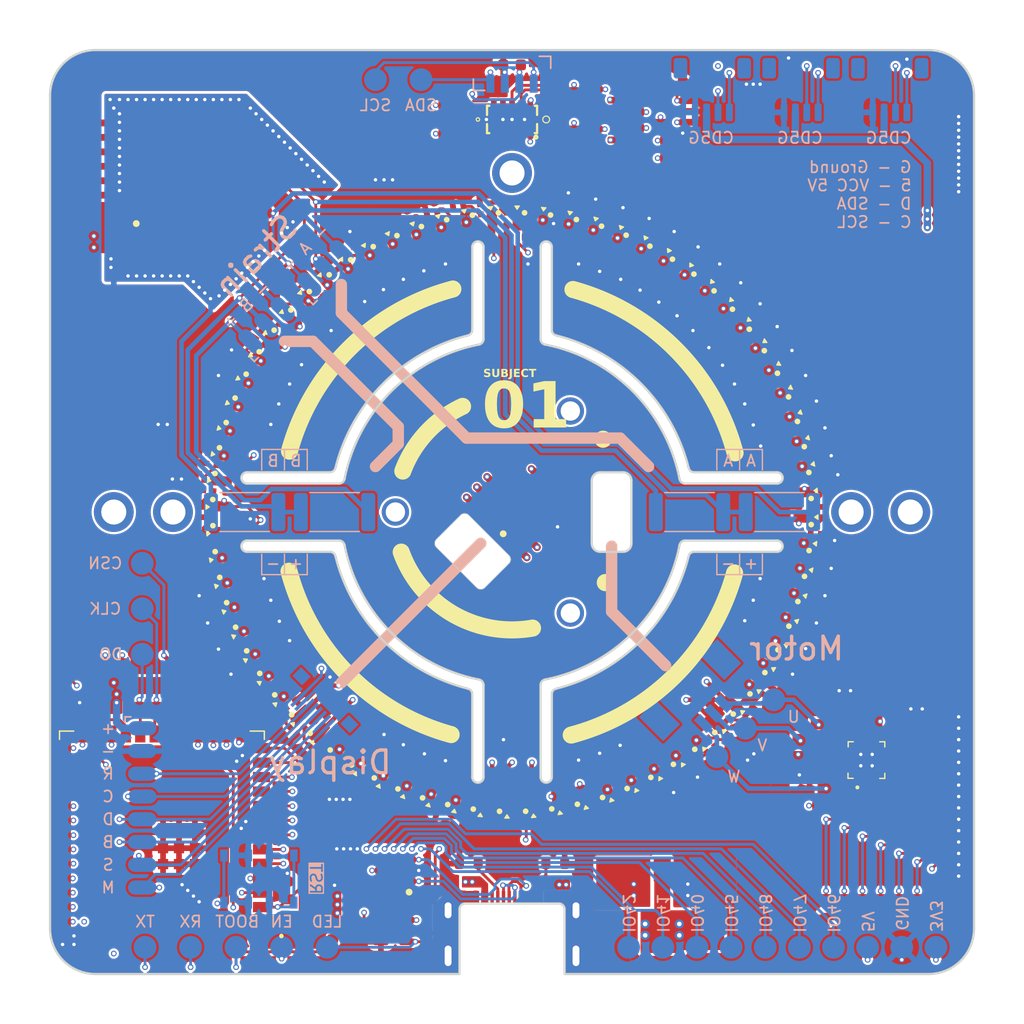
<source format=kicad_pcb>
(kicad_pcb (version 20241229) (generator "pcbnew") (generator_version "9.0")
  (title_block (title "SmartKnob DevKit Base") (date "2024-05-13") (rev "0.1.0") (company "Seedlabs") (comment 1 "Artworks- Grigorii Merkushev (brushknight)") (comment 2 "Board routing, LEDs, Proximity sensor, esp32s3, stemmaQT,") (comment 3 "Board outline, strain sensor, motor driver design - Scott Bezek"))
  (layers (0 "F.Cu" signal) (4 "In1.Cu" signal) (6 "In2.Cu" signal) (2 "B.Cu" signal) (13 "F.Paste" user) (15 "B.Paste" user) (5 "F.SilkS" user "F.Silkscreen") (7 "B.SilkS" user "B.Silkscreen") (1 "F.Mask" user) (3 "B.Mask" user) (25 "Edge.Cuts" user))
  (property "COMMIT_DATE_LONG" "YYYY-MM-DD HH:MM:SS TZ")
  (property "COMMIT_HASH" "deadbeef")
  (property "RELEASE_VERSION" "v#.#")
  (net 0 "")
  (net 1 "GND")
  (net 2 "Net-(U6-INA+)")
  (net 3 "Net-(U6-INA-)")
  (net 4 "Net-(U6-VBG)")
  (net 5 "Net-(U8-VCP)")
  (net 6 "Net-(U8-1V8OUT)")
  (net 7 "/USB_CC1")
  (net 8 "/USB_D-")
  (net 9 "/USB_D+")
  (net 10 "/USB_CC2")
  (net 11 "/STRAIN_E+")
  (net 12 "Net-(D1-DOUT)")
  (net 13 "Net-(D2-DIN)")
  (net 14 "Net-(D11-DIN)")
  (net 15 "Net-(D3-DIN)")
  (net 16 "Net-(D12-DIN)")
  (net 17 "/STRAIN_S-")
  (net 18 "/STRAIN_S+")
  (net 19 "/ESP32_EN")
  (net 20 "/ESP32_BOOT")
  (net 21 "/USB_SERIAL_RXI")
  (net 22 "/USB_SERIAL_TXO")
  (net 23 "/LED_DATA_5V")
  (net 24 "/LCD_CMD")
  (net 25 "/LCD_CS")
  (net 26 "/LCD_BACKLIGHT")
  (net 27 "/LCD_DATA")
  (net 28 "/LCD_SCK")
  (net 29 "/LCD_RST")
  (net 30 "/MAG_DO")
  (net 31 "/MAG_CLK")
  (net 32 "/MAG_CSN")
  (net 33 "/STRAIN_DO")
  (net 34 "/STRAIN_SCK")
  (net 35 "/TMC_UH")
  (net 36 "/TMC_VH")
  (net 37 "/TMC_WH")
  (net 38 "/TMC_UL")
  (net 39 "/TMC_WL")
  (net 40 "/TMC_VL")
  (net 41 "/TMC_DIAG")
  (net 42 "/LED_DATA_3V3")
  (net 43 "GNDA")
  (net 44 "Net-(Q1-C)")
  (net 52 "Net-(D4-DIN)")
  (net 53 "Net-(Q1-B)")
  (net 54 "Net-(D13-DIN)")
  (net 55 "Net-(D5-DIN)")
  (net 56 "Net-(D14-DIN)")
  (net 57 "Net-(D6-DIN)")
  (net 58 "Net-(D15-DIN)")
  (net 59 "Net-(D69-DOUT)")
  (net 60 "Net-(D16-DIN)")
  (net 61 "+5V")
  (net 62 "+3V3")
  (net 63 "Net-(D70-DOUT)")
  (net 64 "Net-(D17-DIN)")
  (net 65 "Net-(D10-DOUT)")
  (net 66 "Net-(D11-DOUT)")
  (net 67 "Net-(D12-DOUT)")
  (net 68 "Net-(D13-DOUT)")
  (net 69 "Net-(D14-DOUT)")
  (net 70 "Net-(D15-DOUT)")
  (net 71 "Net-(D16-DOUT)")
  (net 72 "Net-(D17-DOUT)")
  (net 73 "Net-(D18-DOUT)")
  (net 74 "Net-(D19-DOUT)")
  (net 75 "Net-(D20-DOUT)")
  (net 76 "Net-(D21-DOUT)")
  (net 77 "Net-(D22-DOUT)")
  (net 78 "Net-(D23-DOUT)")
  (net 79 "Net-(D24-DOUT)")
  (net 80 "Net-(D25-DOUT)")
  (net 81 "Net-(D26-DOUT)")
  (net 82 "Net-(D27-DOUT)")
  (net 83 "Net-(D28-DOUT)")
  (net 84 "Net-(D29-DOUT)")
  (net 85 "Net-(D30-DOUT)")
  (net 86 "Net-(D31-DOUT)")
  (net 87 "Net-(D32-DOUT)")
  (net 88 "Net-(D33-DOUT)")
  (net 89 "Net-(D34-DOUT)")
  (net 90 "Net-(D35-DOUT)")
  (net 91 "Net-(D36-DOUT)")
  (net 92 "Net-(D37-DOUT)")
  (net 93 "Net-(D38-DOUT)")
  (net 94 "Net-(D39-DOUT)")
  (net 95 "Net-(D40-DOUT)")
  (net 96 "Net-(D41-DOUT)")
  (net 97 "Net-(D71-DOUT)")
  (net 98 "Net-(D42-DOUT)")
  (net 99 "Net-(D18-DIN)")
  (net 100 "Net-(D43-DOUT)")
  (net 102 "Net-(D44-DOUT)")
  (net 103 "Net-(D45-DOUT)")
  (net 104 "Net-(D46-DOUT)")
  (net 105 "Net-(D47-DOUT)")
  (net 106 "Net-(D48-DOUT)")
  (net 107 "Net-(D49-DOUT)")
  (net 108 "Net-(D50-DOUT)")
  (net 109 "Net-(D51-DOUT)")
  (net 110 "Net-(D52-DOUT)")
  (net 111 "Net-(D53-DOUT)")
  (net 112 "Net-(D54-DOUT)")
  (net 113 "Net-(D55-DOUT)")
  (net 114 "Net-(D56-DOUT)")
  (net 115 "Net-(D57-DOUT)")
  (net 116 "Net-(D58-DOUT)")
  (net 117 "Net-(D59-DOUT)")
  (net 118 "Net-(D60-DOUT)")
  (net 119 "Net-(D61-DOUT)")
  (net 120 "Net-(D62-DOUT)")
  (net 121 "Net-(D63-DOUT)")
  (net 125 "Net-(J6-Pin_1)")
  (net 126 "Net-(J6-Pin_2)")
  (net 127 "Net-(J6-Pin_3)")
  (net 128 "Net-(U6-VFB)")
  (net 129 "Net-(U9-XSHUT)")
  (net 130 "Net-(U9-GPIO1)")
  (net 131 "Net-(U7-IO40)")
  (net 132 "Net-(U7-IO41)")
  (net 133 "Net-(U7-IO42)")
  (net 134 "Net-(U7-IO45)")
  (net 135 "Net-(U7-IO46)")
  (net 136 "Net-(U7-IO47)")
  (net 137 "/ESP_USB_D+")
  (net 138 "/ESP_USB_D-")
  (net 139 "SDA")
  (net 140 "SCL")
  (net 141 "Net-(U7-IO48)")
  (net 142 "+2V8")
  (net 143 "SCL_2.8")
  (net 144 "SDA_2.8")
  (net 152 "Net-(U11-IO46)")
  (net 153 "Net-(U11-IO47)")
  (net 154 "Net-(U11-IO48)")
  (net 155 "Net-(U11-IO45)")
  (net 159 "Net-(U11-IO40)")
  (net 160 "Net-(U11-IO41)")
  (net 161 "Net-(U11-IO42)")
  (footprint "Holes:MountingHole_M1.6" (layer "F.Cu") (at 151.125427 91.1225)
    (property "Reference" "H4" (hide yes))
    (property "Value" "MotorHole")
  )
  (footprint "Holes:MountingHole_M1.6" (layer "F.Cu") (at 151.125427 108.877499)
    (property "Reference" "H1" (hide yes))
    (property "Value" "MotorHole")
  )
  (footprint "Holes:MountingHole_M1.6" (layer "F.Cu") (at 135.749146 100)
    (property "Reference" "H2" (hide yes))
    (property "Value" "MotorHole")
  )
  (footprint "Holes:MountingHole_2.2mm_M2_ISO7380_Pad_NonVirtual" (layer "F.Cu") (at 116.2 100)
    (property "Reference" "H3" (hide yes))
    (property "Value" "MountHole")
  )
  (footprint "Holes:MountingHole_2.2mm_M2_ISO7380_Pad_NonVirtual" (layer "F.Cu") (at 146 70.2)
    (property "Reference" "H5" (hide yes))
    (property "Value" "MountHole")
  )
  (footprint "Holes:MountingHole_2.2mm_M2_ISO7380_Pad_NonVirtual" (layer "F.Cu") (at 175.8 100)
    (property "Reference" "H6" (hide yes))
    (property "Value" "MountHole")
  )
  (footprint "GCT_USB:USB4510_NoPaste" (layer "F.Cu") (at 146 140.6)
    (property "Reference" "J1")
    (property "Value" "USB_C_Receptacle_USB2.0")
    (fp_line (start -4.62 0) (end -4.62 -5.7) (stroke (width 0.2)) (layer "Edge.Cuts"))
    (fp_line (start -4.12 -6.2) (end 4.12 -6.2) (stroke (width 0.2)) (layer "Edge.Cuts"))
    (fp_line (start 4.62 0) (end 4.62 -5.7) (stroke (width 0.2)) (layer "Edge.Cuts"))
    (fp_arc (start -4.62 -5.7) (mid -4.473553 -6.053553) (end -4.12 -6.2) (stroke (width 0.2)) (layer "Edge.Cuts"))
    (fp_arc (start 4.12 -6.2) (mid 4.473553 -6.053553) (end 4.62 -5.7) (stroke (width 0.2)) (layer "Edge.Cuts"))
  )
  (footprint "cleaned footprints:R_0603_1608Metric" (layer "F.Cu") (at 142.2 130.9 180)
    (property "Reference" "R2" (hide yes))
    (property "Value" "5.1k" (hide yes))
  )
  (footprint "cleaned footprints:R_0603_1608Metric" (layer "F.Cu") (at 149.8 130.9)
    (property "Reference" "R1" (hide yes))
    (property "Value" "5.1k" (hide yes))
  )
  (footprint "cleaned footprints:C_0805_2012Metric" (layer "F.Cu") (at 170.15 122.3 -90)
    (property "Reference" "C86" (hide yes))
    (property "Value" "22uF" (hide yes))
  )
  (footprint "cleaned footprints:C_0603_1608Metric" (layer "F.Cu") (at 172.15 122.3 -90)
    (property "Reference" "C87" (hide yes))
    (property "Value" "0.1uF")
  )
  (footprint "cleaned footprints:C_0603_1608Metric" (layer "F.Cu") (at 173.6 125.8)
    (property "Reference" "C89" (hide yes))
    (property "Value" "0.1uF")
  )
  (footprint "cleaned footprints:C_0805_2012Metric" (layer "F.Cu") (at 113.175 77.25 -90)
    (property "Reference" "C44" (hide yes))
    (property "Value" "10uF" (hide yes))
  )
  (footprint "cleaned footprints:C_0603_1608Metric" (layer "F.Cu") (at 178.85 117.3)
    (property "Reference" "C88" (hide yes))
    (property "Value" "0.1uF")
  )
  (footprint "cleaned footprints:C_0805_2012Metric" (layer "F.Cu") (at 124.175 72.75 90)
    (property "Reference" "C33" (hide yes))
    (property "Value" "10uF" (hide yes))
  )
  (footprint "cleaned footprints:C_0603_1608Metric" (layer "F.Cu") (at 117.675 68.75 180)
    (property "Reference" "C56" (hide yes))
    (property "Value" "0.1uF")
  )
  (footprint "cleaned footprints:SOT-23" (layer "F.Cu") (at 118.175 76.25)
    (property "Reference" "Q1" (hide yes))
    (property "Value" "MMBT4403" (hide yes))
  )
  (footprint "cleaned footprints:R_0603_1608Metric" (layer "F.Cu") (at 117.675 70.25)
    (property "Reference" "R14" (hide yes))
    (property "Value" "8.2k" (hide yes))
  )
  (footprint "cleaned footprints:R_0603_1608Metric" (layer "F.Cu") (at 119.675 66.75)
    (property "Reference" "R11" (hide yes))
    (property "Value" "100" (hide yes))
  )
  (footprint "cleaned footprints:C_0805_2012Metric" (layer "F.Cu") (at 109.5 116.75 180)
    (property "Reference" "C75" (hide yes))
    (property "Value" "10uF" (hide yes))
  )
  (footprint "cleaned footprints:C_0603_1608Metric" (layer "F.Cu") (at 115.175 77.25 -90)
    (property "Reference" "C45" (hide yes))
    (property "Value" "0.1uF")
  )
  (footprint "cleaned footprints:SOT-23-5" (layer "F.Cu") (at 135.6125 136.81)
    (property "Reference" "U1" (hide yes))
    (property "Value" "SN74LV1T34DBV" (hide yes))
  )
  (footprint "cleaned footprints:L_0805_2012Metric" (layer "F.Cu") (at 120.425 72.75 -90)
    (property "Reference" "L1" (hide yes))
    (property "Value" "3.3uH" (hide yes))
  )
  (footprint "cleaned footprints:QFN-20-1EP_3x3mm_P0.4mm_EP1.65x1.65mm_ThermalVias_LargerViaHoles" (layer "F.Cu") (at 177.15 121.8 90)
    (property "Reference" "U8" (hide yes))
    (property "Value" "TMC6300" (hide yes))
  )
  (footprint "cleaned footprints:C_0603_1608Metric" (layer "F.Cu") (at 146 60.7 180)
    (property "Reference" "C5" (hide yes))
    (property "Value" "0.1uF")
  )
  (footprint "cleaned footprints:C_0603_1608Metric" (layer "F.Cu") (at 175 117.3 180)
    (property "Reference" "C91" (hide yes))
    (property "Value" "0.1uF")
  )
  (footprint "cleaned footprints:R_0603_1608Metric" (layer "F.Cu") (at 114.75 116.25 90)
    (property "Reference" "R8" (hide yes))
    (property "Value" "2.2k" (hide yes))
  )
  (footprint "cleaned footprints:SOIC-8_3.9x4.9mm_P1.27mm" (layer "F.Cu") (at 146 100 135)
    (property "Reference" "U2" (hide yes))
    (property "Value" "MT6701-CT" (hide yes))
  )
  (footprint "Capacitor_SMD:C_0603_1608Metric" (layer "F.Cu") (at 148.75 97.25 -45)
    (property "Reference" "C2" (hide yes))
    (property "Value" "0.1uF" (hide yes))
  )
  (footprint "Capacitor_SMD:C_0603_1608Metric" (layer "F.Cu") (at 135.6125 134.3 180)
    (property "Reference" "C3" (hide yes))
    (property "Value" "0.1uF" (hide yes))
  )
  (footprint "cleaned footprints:R_0603_1608Metric" (layer "F.Cu") (at 113.25 116.25 -90)
    (property "Reference" "R5" (hide yes))
    (property "Value" "2.2k" (hide yes))
  )
  (footprint "cleaned footprints:R_0603_1608Metric" (layer "F.Cu") (at 110.249997 114.074999 90)
    (property "Reference" "R10" (hide yes))
    (property "Value" "2.2k" (hide yes))
  )
  (footprint "cleaned footprints:R_0603_1608Metric" (layer "F.Cu") (at 111.75 114.074998 90)
    (property "Reference" "R9" (hide yes))
    (property "Value" "2.2k" (hide yes))
  )
  (footprint "cleaned footprints:SOIC-16_3.9x9.9mm_P1.27mm" (layer "F.Cu") (at 112.175 70.25 180)
    (property "Reference" "U6" (hide yes))
    (property "Value" "HX711" (hide yes))
  )
  (footprint "cleaned footprints:R_0603_1608Metric" (layer "F.Cu") (at 119.675 65.25 180)
    (property "Reference" "R12" (hide yes))
    (property "Value" "100" (hide yes))
  )
  (footprint "cleaned footprints:C_0603_1608Metric" (layer "F.Cu") (at 122.175 72.75 90)
    (property "Reference" "C43" (hide yes))
    (property "Value" "0.1uF")
  )
  (footprint "cleaned footprints:R_0603_1608Metric" (layer "F.Cu") (at 117.675 71.75 180)
    (property "Reference" "R13" (hide yes))
    (property "Value" "10k" (hide yes))
  )
  (footprint "cleaned footprints:C_0603_1608Metric" (layer "F.Cu") (at 117.175 65.75 -90)
    (property "Reference" "C55" (hide yes))
    (property "Value" "0.1uF")
  )
  (footprint "cleaned footprints:R_0603_1608Metric" (layer "F.Cu") (at 173.6 134.8 -90)
    (property "Reference" "R15" (hide yes))
    (property "Value" "10k" (hide yes))
  )
  (footprint "cleaned footprints:R_0603_1608Metric" (layer "F.Cu") (at 175.2 134.8 -90)
    (property "Reference" "R16" (hide yes))
    (property "Value" "10k" (hide yes))
  )
  (footprint "cleaned footprints:R_0603_1608Metric" (layer "F.Cu") (at 181.6 134.8 -90)
    (property "Reference" "R20" (hide yes))
    (property "Value" "10k" (hide yes))
  )
  (footprint "cleaned footprints:R_0603_1608Metric" (layer "F.Cu") (at 176.8 134.8 -90)
    (property "Reference" "R17" (hide yes))
    (property "Value" "10k" (hide yes))
  )
  (footprint "cleaned footprints:R_0603_1608Metric" (layer "F.Cu") (at 178.4 134.8 -90)
    (property "Reference" "R18" (hide yes))
    (property "Value" "10k" (hide yes))
  )
  (footprint "cleaned footprints:R_0603_1608Metric" (layer "F.Cu") (at 180 134.8 -90)
    (property "Reference" "R19" (hide yes))
    (property "Value" "10k" (hide yes))
  )
  (footprint "cleaned footprints:R_0603_1608Metric" (layer "F.Cu") (at 128 133.25 90)
    (property "Reference" "R21" (hide yes))
    (property "Value" "10k" (hide yes))
  )
  (footprint "cleaned footprints:C_0603_1608Metric" (layer "F.Cu") (at 126.25 133.25 90)
    (property "Reference" "C76" (hide yes))
    (property "Value" "1uF")
  )
  (footprint "cleaned footprints:C_0603_1608Metric" (layer "F.Cu") (at 126.25 136.75 -90)
    (property "Reference" "C92" (hide yes))
    (property "Value" "0.1uF")
  )
  (footprint "cleaned footprints:C_0805_2012Metric" (layer "F.Cu") (at 163.899999 134.699999 90)
    (property "Reference" "C4" (hide yes))
    (property "Value" "10uF" (hide yes))
  )
  (footprint "cleaned footprints:C_0805_2012Metric" (layer "F.Cu") (at 154.499999 134.700001 -90)
    (property "Reference" "C1" (hide yes))
    (property "Value" "10uF" (hide yes))
  )
  (footprint "BOM_Only:bom_only_no_pin" (layer "F.Cu") (at 166.4 71.8)
    (property "Reference" "Z2")
    (property "Value" "RotorScrew (BOM-only)")
  )
  (footprint "BOM_Only:bom_only_no_pin" (layer "F.Cu") (at 167.9 71.8)
    (property "Reference" "Z4")
    (property "Value" "RotorScrew (BOM-only)")
  )
  (footprint "BOM_Only:bom_only_no_pin" (layer "F.Cu") (at 169.4 71.8)
    (property "Reference" "Z6")
    (property "Value" "RotorScrew (BOM-only)")
  )
  (footprint "BOM_Only:bom_only_no_pin" (layer "F.Cu") (at 166.4 71.8)
    (property "Reference" "Z3")
    (property "Value" "WatchGlass39.5mm")
  )
  (footprint "BOM_Only:bom_only_no_pin" (layer "F.Cu") (at 167.9 71.8)
    (property "Reference" "Z5")
    (property "Value" "BLDCMotor")
  )
  (footprint "Holes:MountingHole_2.2mm_M2_ISO7380_Pad_NonVirtual" (layer "F.Cu") (at 181 100)
    (property "Reference" "H7" (hide yes))
    (property "Value" "AlignmentHole")
  )
  (footprint "Holes:MountingHole_2.2mm_M2_ISO7380_Pad_NonVirtual" (layer "F.Cu") (at 111 100)
    (property "Reference" "H8" (hide yes))
    (property "Value" "AlignmentHole")
  )
  (footprint "cleaned footprints:C_0805_2012Metric" (layer "F.Cu") (at 128.25 136.75 -90)
    (property "Reference" "C90" (hide yes))
    (property "Value" "10uF" (hide yes))
  )
  (footprint "cleaned footprints:C_0402_1005Metric" (layer "F.Cu") (at 125.35 114.46 -55)
    (property "Reference" "C10" (hide yes))
    (property "Value" "0.1uF" (hide yes))
  )
  (footprint "cleaned footprints:SOT-23-5" (layer "F.Cu") (at 160.1875 64.8 180)
    (property "Reference" "U10" (hide yes))
    (property "Value" "LP5907MFX-2.8" (hide yes))
  )
  (footprint "sk6805_ec15:LED_SK6812_EC15_1.5x1.5mm" (layer "F.Cu") (at 141.355018 73.658693 -80)
    (property "Reference" "D23" (hide yes))
    (property "Value" "SK6805")
  )
  (footprint "cleaned footprints:C_0402_1005Metric" (layer "F.Cu") (at 128.18 117.82 -45)
    (property "Reference" "C11" (hide yes))
    (property "Value" "0.1uF" (hide yes))
  )
  (footprint "sk6805_ec15:LED_SK6812_EC15_1.5x1.5mm" (layer "F.Cu") (at 163.2 79.51 -130)
    (property "Reference" "D42" (hide yes))
    (property "Value" "SK6805")
  )
  (footprint "sk6805_ec15:LED_SK6812_EC15_1.5x1.5mm" (layer "F.Cu") (at 145.999997 73.249997 -90)
    (property "Reference" "D41" (hide yes))
    (property "Value" "SK6805")
  )
  (footprint "sk6805_ec15:LED_SK6812_EC15_1.5x1.5mm" (layer "F.Cu") (at 143.650001 126.650882 85)
    (property "Reference" "D10" (hide yes))
    (property "Value" "SK6805")
  )
  (footprint "sk6805_ec15:LED_SK6812_EC15_1.5x1.5mm" (layer "F.Cu") (at 166.49 82.8 -140)
    (property "Reference" "D60" (hide yes))
    (property "Value" "SK6805")
  )
  (footprint "sk6805_ec15:LED_SK6812_EC15_1.5x1.5mm" (layer "F.Cu") (at 122.83915 113.374149 30)
    (property "Reference" "D38" (hide yes))
    (property "Value" "SK6805")
  )
  (footprint "sk6805_ec15:LED_SK6812_EC15_1.5x1.5mm" (layer "F.Cu") (at 136.848948 74.863228 -70)
    (property "Reference" "D5" (hide yes))
    (property "Value" "SK6805")
  )
  (footprint "cleaned footprints:C_0402_1005Metric" (layer "F.Cu") (at 137.37 76.31 -160)
    (property "Reference" "C61" (hide yes))
    (property "Value" "0.1uF" (hide yes))
  )
  (footprint "view_custom:fpc_wire_hole_6mm" (layer "F.Cu") (at 143.25 102.75 135)
    (property "Reference" "REF**" (hide yes))
    (property "Value" "fpc_wire_hole_6mm" (hide yes))
    (fp_line (start 3 -2.5) (end 3 0.5) (stroke (width 0.05)) (layer "Edge.Cuts"))
    (fp_line (start -2.5 -3) (end 2.5 -3) (stroke (width 0.05)) (layer "Edge.Cuts"))
    (fp_line (start -3 -2.5) (end -3 0.5) (stroke (width 0.05)) (layer "Edge.Cuts"))
    (fp_line (start -2.5 1) (end 2.5 1) (stroke (width 0.05)) (layer "Edge.Cuts"))
    (fp_arc (start 2.5 -3) (mid 2.853553 -2.853553) (end 3 -2.5) (stroke (width 0.05)) (layer "Edge.Cuts"))
    (fp_arc (start 3 0.5) (mid 2.853553 0.853553) (end 2.5 1) (stroke (width 0.05)) (layer "Edge.Cuts"))
    (fp_arc (start -3 -2.5) (mid -2.853553 -2.853553) (end -2.5 -3) (stroke (width 0.05)) (layer "Edge.Cuts"))
    (fp_arc (start -2.5 1) (mid -2.853555 0.853554) (end -3 0.5) (stroke (width 0.05)) (layer "Edge.Cuts"))
  )
  (footprint "sk6805_ec15:LED_SK6812_EC15_1.5x1.5mm" (layer "F.Cu") (at 167.91 115.34 145)
    (property "Reference" "D53" (hide yes))
    (property "Value" "SK6805")
  )
  (footprint "cleaned footprints:C_0402_1005Metric" (layer "F.Cu") (at 121.64 106.53 -75)
    (property "Reference" "C8" (hide yes))
    (property "Value" "0.1uF" (hide yes))
  )
  (footprint "cleaned footprints:C_0402_1005Metric" (layer "F.Cu") (at 122.31 108.62 -70)
    (property "Reference" "C83" (hide yes))
    (property "Value" "0.1uF" (hide yes))
  )
  (footprint "smd_clean:R_0603_1608Metric" (layer "F.Cu") (at 140.75 64.25 180)
    (property "Reference" "R26" (hide yes))
    (property "Value" "10k" (hide yes))
  )
  (footprint "sk6805_ec15:LED_SK6812_EC15_1.5x1.5mm" (layer "F.Cu") (at 150.65 126.34 100)
    (property "Reference" "D63" (hide yes))
    (property "Value" "SK6805")
  )
  (footprint "smd_clean:SOT-23" (layer "F.Cu") (at 154.1875 63.8)
    (property "Reference" "Q3" (hide yes))
    (property "Value" "BSS138" (hide yes))
  )
  (footprint "sk6805_ec15:LED_SK6812_EC15_1.5x1.5mm" (layer "F.Cu") (at 171.84 106.92 165)
    (property "Reference" "D17" (hide yes))
    (property "Value" "SK6805")
  )
  (footprint "sk6805_ec15:LED_SK6812_EC15_1.5x1.5mm" (layer "F.Cu") (at 171.832386 93.074811 -165)
    (property "Reference" "D34" (hide yes))
    (property "Value" "SK6805")
  )
  (footprint "cleaned footprints:C_0402_1005Metric" (layer "F.Cu") (at 135.35 122.84 -25)
    (property "Reference" "C13" (hide yes))
    (property "Value" "0.1uF" (hide yes))
  )
  (footprint "cleaned footprints:C_0402_1005Metric" (layer "F.Cu") (at 165.31 83.8 130)
    (property "Reference" "C18" (hide yes))
    (property "Value" "0.1uF" (hide yes))
  )
  (footprint "cleaned footprints:C_0402_1005Metric" (layer "F.Cu") (at 128.18 82.19 -135)
    (property "Reference" "C72" (hide yes))
    (property "Value" "0.1uF" (hide yes))
  )
  (footprint "cleaned footprints:C_0402_1005Metric" (layer "F.Cu") (at 156.65 77.16 155)
    (property "Reference" "C31" (hide yes))
    (property "Value" "0.1uF" (hide yes))
  )
  (footprint "sk6805_ec15:LED_SK6812_EC15_1.5x1.5mm" (layer "F.Cu") (at 170.243264 88.691864 -155)
    (property "Reference" "D16" (hide yes))
    (property "Value" "SK6805")
  )
  (footprint "sk6805_ec15:LED_SK6812_EC15_1.5x1.5mm" (layer "F.Cu") (at 119.653684 95.352259 -10)
    (property "Reference" "D39" (hide yes))
    (property "Value" "SK6805")
  )
  (footprint "cleaned footprints:C_0402_1005Metric" (layer "F.Cu") (at 158.6 78.17 150)
    (property "Reference" "C60" (hide yes))
    (property "Value" "0.1uF" (hide yes))
  )
  (footprint "sk6805_ec15:LED_SK6812_EC15_1.5x1.5mm" (layer "F.Cu") (at 121.762339 111.308018 25)
    (property "Reference" "D47" (hide yes))
    (property "Value" "SK6805")
  )
  (footprint "cleaned footprints:C_0402_1005Metric" (layer "F.Cu") (at 160.47 120.66 35)
    (property "Reference" "C25" (hide yes))
    (property "Value" "0.1uF" (hide yes))
  )
  (footprint "cleaned footprints:C_0402_1005Metric" (layer "F.Cu") (at 121.65 93.48 -105)
    (property "Reference" "C54" (hide yes))
    (property "Value" "0.1uF" (hide yes))
  )
  (footprint "sk6805_ec15:LED_SK6812_EC15_1.5x1.5mm" (layer "F.Cu") (at 152.92 74.16 -105)
    (property "Reference" "D68" (hide yes))
    (property "Value" "SK6805")
  )
  (footprint "cleaned footprints:C_0402_1005Metric" (layer "F.Cu") (at 150.38 75.17 170)
    (property "Reference" "C51" (hide yes))
    (property "Value" "0.1uF" (hide yes))
  )
  (footprint "cleaned footprints:C_0402_1005Metric" (layer "F.Cu") (at 129.8 119.31 -40)
    (property "Reference" "C64" (hide yes))
    (property "Value" "0.1uF" (hide yes))
  )
  (footprint "sk6805_ec15:LED_SK6812_EC15_1.5x1.5mm" (layer "F.Cu") (at 167.91 84.66 -145)
    (property "Reference" "D69" (hide yes))
    (property "Value" "SK6805")
  )
  (footprint "cleaned footprints:C_0402_1005Metric" (layer "F.Cu") (at 148.2 125.12 5)
    (property "Reference" "C22" (hide yes))
    (property "Value" "0.1uF" (hide yes))
  )
  (footprint "cleaned footprints:C_0402_1005Metric" (layer "F.Cu") (at 171.11 102.2 85)
    (property "Reference" "C16" (hide yes))
    (property "Value" "0.1uF" (hide yes))
  )
  (footprint "sk6805_ec15:LED_SK6812_EC15_1.5x1.5mm" (layer "F.Cu") (at 130.66 121.91 55)
    (property "Reference" "D64" (hide yes))
    (property "Value" "SK6805")
  )
  (footprint "sk6805_ec15:LED_SK6812_EC15_1.5x1.5mm" (layer "F.Cu") (at 119.25 100)
    (property "Reference" "D21" (hide yes))
    (property "Value" "SK6805")
  )
  (footprint "sk6805_ec15:LED_SK6812_EC15_1.5x1.5mm" (layer "F.Cu") (at 128.81 120.49 50)
    (property "Reference" "D2" (hide yes))
    (property "Value" "SK6805")
  )
  (footprint "sk6805_ec15:LED_SK6812_EC15_1.5x1.5mm" (layer "F.Cu") (at 172.336316 104.647741 170)
    (property "Reference" "D8" (hide yes))
    (property "Value" "SK6805")
  )
  (footprint "cleaned footprints:C_0402_1005Metric" (layer "F.Cu") (at 162.2 80.69 140)
    (property "Reference" "C37" (hide yes))
    (property "Value" "0.1uF" (hide yes))
  )
  (footprint "smd_clean:C_0603_1608Metric" (layer "F.Cu") (at 160.2375 68.899995 180)
    (property "Reference" "C95" (hide yes))
    (property "Value" "0.1uF" (hide yes))
  )
  (footprint "cleaned footprints:C_0402_1005Metric" (layer "F.Cu") (at 154.62 76.31 160)
    (property "Reference" "C80" (hide yes))
    (property "Value" "0.1uF" (hide yes))
  )
  (footprint "sk6805_ec15:LED_SK6812_EC15_1.5x1.5mm" (layer "F.Cu") (at 139.08 125.84 75)
    (property "Reference" "D28" (hide yes))
    (property "Value" "SK6805")
  )
  (footprint "cleaned footprints:C_0402_1005Metric" (layer "F.Cu") (at 120.89 102.2 -85)
    (property "Reference" "C40" (hide yes))
    (property "Value" "0.1uF" (hide yes))
  )
  (footprint "sk6805_ec15:LED_SK6812_EC15_1.5x1.5mm" (layer "F.Cu") (at 166.49 117.2 140)
    (property "Reference" "D62" (hide yes))
    (property "Value" "SK6805")
  )
  (footprint "sk6805_ec15:LED_SK6812_EC15_1.5x1.5mm" (layer "F.Cu") (at 119.352492 97.669068 -5)
    (property "Reference" "D30" (hide yes))
    (property "Value" "SK6805")
  )
  (footprint "sk6805_ec15:LED_SK6812_EC15_1.5x1.5mm" (layer "F.Cu") (at 132.62 123.17 60)
    (property "Reference" "D55" (hide yes))
    (property "Value" "SK6805")
  )
  (footprint "cleaned footprints:C_0402_1005Metric" (layer "F.Cu") (at 162.202299 119.308538 40)
    (property "Reference" "C57" (hide yes))
    (property "Value" "0.1uF" (hide yes))
  )
  (footprint "cleaned footprints:C_0402_1005Metric" (layer "F.Cu") (at 141.62 124.82 -10)
    (property "Reference" "C42" (hide yes))
    (property "Value" "0.1uF" (hide yes))
  )
  (footprint "sk6805_ec15:LED_SK6812_EC15_1.5x1.5mm" (layer "F.Cu") (at 157.31 75.76 -115)
    (property "Reference" "D15" (hide yes))
    (property "Value" "SK6805")
  )
  (footprint "smd_clean:R_0603_1608Metric" (layer "F.Cu") (at 151.45 67.25 90)
    (property "Reference" "R24" (hide yes))
    (property "Value" "10k" (hide yes))
  )
  (footprint "cleaned footprints:C_0402_1005Metric" (layer "F.Cu") (at 167.82 87.4 120)
    (property "Reference" "C19" (hide yes))
    (property "Value" "0.1uF" (hide yes))
  )
  (footprint "sk6805_ec15:LED_SK6812_EC15_1.5x1.5mm" (layer "F.Cu") (at 124.09 115.34 35)
    (property "Reference" "D29" (hide yes))
    (property "Value" "SK6805")
  )
  (footprint "sk6805_ec15:LED_SK6812_EC15_1.5x1.5mm" (layer "F.Cu") (at 120.161802 106.921136 15)
    (property "Reference" "D65" (hide yes))
    (property "Value" "SK6805")
  )
  (footprint "sk6805_ec15:LED_SK6812_EC15_1.5x1.5mm" (layer "F.Cu") (at 161.34 78.09 -125)
    (property "Reference" "D33" (hide yes))
    (property "Value" "SK6805")
  )
  (footprint "cleaned footprints:C_0402_1005Metric" (layer "F.Cu") (at 120.9 97.81 -95)
    (property "Reference" "C21" (hide yes))
    (property "Value" "0.1uF" (hide yes))
  )
  (footprint "sk6805_ec15:LED_SK6812_EC15_1.5x1.5mm" (layer "F.Cu") (at 164.91 81.08 -135)
    (property "Reference" "D51" (hide yes))
    (property "Value" "SK6805")
  )
  (footprint "sk6805_ec15:LED_SK6812_EC15_1.5x1.5mm" (layer "F.Cu") (at 163.19 120.49 130)
    (property "Reference" "D9" (hide yes))
    (property "Value" "SK6805")
  )
  (footprint "smd_clean:LGA12_1" (layer "F.Cu") (at 146 65.5 180)
    (property "Reference" "U9" (hide yes))
    (property "Value" "VL53L0CXV0DH_1" (hide yes))
  )
  (footprint "sk6805_ec15:LED_SK6812_EC15_1.5x1.5mm" (layer "F.Cu") (at 169.165289 86.625289 -150)
    (property "Reference" "D7" (hide yes))
    (property "Value" "SK6805")
  )
  (footprint "sk6805_ec15:LED_SK6812_EC15_1.5x1.5mm" (layer "F.Cu") (at 172.74 100 180)
    (property "Reference" "D61" (hide yes))
    (property "Value" "SK6805")
  )
  (footprint "smd_clean:R_0603_1608Metric" (layer "F.Cu") (at 157.15 64 -90)
    (property "Reference" "R28" (hide yes))
    (property "Value" "10k" (hide yes))
  )
  (footprint "cleaned footprints:C_0402_1005Metric" (layer "F.Cu") (at 154.62 123.69 20)
    (property "Reference" "C15" (hide yes))
    (property "Value" "0.1uF" (hide yes))
  )
  (footprint "cleaned footprints:C_0402_1005Metric" (layer "F.Cu") (at 124.18 87.4 -120)
    (property "Reference" "C39" (hide yes))
    (property "Value" "0.1uF" (hide yes))
  )
  (footprint "cleaned footprints:C_0402_1005Metric" (layer "F.Cu") (at 121.17 95.62 -100)
    (property "Reference" "C74" (hide yes))
    (property "Value" "0.1uF" (hide yes))
  )
  (footprint "sk6805_ec15:LED_SK6812_EC15_1.5x1.5mm" (layer "F.Cu") (at 159.37415 123.160848 120)
    (property "Reference" "D27" (hide yes))
    (property "Value" "SK6805")
  )
  (footprint "sk6805_ec15:LED_SK6812_EC15_1.5x1.5mm" (layer "F.Cu") (at 120.87 109.15 20)
    (property "Reference" "D56" (hide yes))
    (property "Value" "SK6805")
  )
  (footprint "sk6805_ec15:LED_SK6812_EC15_1.5x1.5mm" (layer "F.Cu") (at 148.33 126.65 95)
    (property "Reference" "D72" (hide yes))
    (property "Value" "SK6805")
  )
  (footprint "smd_clean:SOT-23-6" (layer "F.Cu") (at 135.75 131.5 180)
    (property "Reference" "U5" (hide yes))
    (property "Value" "USBLC6-2SC6")
  )
  (footprint "sk6805_ec15:LED_SK6812_EC15_1.5x1.5mm" (layer "F.Cu") (at 134.7 124.24 65)
    (property "Reference" "D46" (hide yes))
    (property "Value" "SK6805")
  )
  (footprint "sk6805_ec15:LED_SK6812_EC15_1.5x1.5mm" (layer "F.Cu") (at 124.093271 84.660509 -35)
    (property "Reference" "D13" (hide yes))
    (property "Value" "SK6805")
  )
  (footprint "cleaned footprints:C_0402_1005Metric" (layer "F.Cu") (at 123.16 89.35 -115)
    (property "Reference" "C32" (hide yes))
    (property "Value" "0.1uF" (hide yes))
  )
  (footprint "cleaned footprints:C_0402_1005Metric" (layer "F.Cu") (at 168.85 89.35 115)
    (property "Reference" "C69" (hide yes))
    (property "Value" "0.1uF" (hide yes))
  )
  (footprint "cleaned footprints:SOT-223-3_TabPin2_GndOutIn" (layer "F.Cu") (at 159.200002 134.6 -90)
    (property "Reference" "U4" (hide yes))
    (property "Value" "AMS1117-3.3" (hide yes))
  )
  (footprint "cleaned footprints:C_0402_1005Metric" (layer "F.Cu") (at 121.173351 104.372708 -80)
    (property "Reference" "C7" (hide yes))
    (property "Value" "0.1uF" (hide yes))
  )
  (footprint "cleaned footprints:C_0402_1005Metric" (layer "F.Cu") (at 166.65 85.54 125)
    (property "Reference" "C28" (hide yes))
    (property "Value" "0.1uF" (hide yes))
  )
  (footprint "cleaned footprints:C_0402_1005Metric" (layer "F.Cu") (at 171.11 97.8 95)
    (property "Reference" "C17" (hide yes))
    (property "Value" "0.1uF" (hide yes))
  )
  (footprint "seedlabs:seedlabs_smartknob" (layer "F.Cu") (at 174.5 68)
    (property "Reference" "REF**" (hide yes))
    (property "Value" "seedlabs_smartknob" (hide yes))
  )
  (footprint "sk6805_ec15:LED_SK6812_EC15_1.5x1.5mm" (layer "F.Cu") (at 125.51 82.8 -40)
    (property "Reference" "D22" (hide yes))
    (property "Value" "SK6805")
  )
  (footprint "sk6805_ec15:LED_SK6812_EC15_1.5x1.5mm" (layer "F.Cu") (at 122.84 86.64 -30)
    (property "Reference" "D4" (hide yes))
    (property "Value" "SK6805")
  )
  (footprint "cleaned footprints:C_0402_1005Metric" (layer "F.Cu") (at 131.55 120.64 -35)
    (property "Reference" "C12" (hide yes))
    (property "Value" "0.1uF" (hide yes))
  )
  (footprint "cleaned footprints:C_0402_1005Metric" (layer "F.Cu") (at 141.62 75.18 -170)
    (property "Reference" "C53" (hide yes))
    (property "Value" "0.1uF" (hide yes))
  )
  (footprint "cleaned footprints:C_0402_1005Metric" (layer "F.Cu") (at 129.81 80.71 -140)
    (property "Reference" "C82" (hide yes))
    (property "Value" "0.1uF" (hide yes))
  )
  (footprint "sk6805_ec15:LED_SK6812_EC15_1.5x1.5mm" (layer "F.Cu") (at 169.16 113.38 150)
    (property "Reference" "D44" (hide yes))
    (property "Value" "SK6805")
  )
  (footprint "cleaned footprints:C_0402_1005Metric" (layer "F.Cu") (at 120.8 100 -90)
    (property "Reference" "C63" (hide yes))
    (property "Value" "0.1uF" (hide yes))
  )
  (footprint "sk6805_ec15:LED_SK6812_EC15_1.5x1.5mm" (layer "F.Cu") (at 134.697656 75.761982 -65)
    (property "Reference" "D67" (hide yes))
    (property "Value" "SK6805")
  )
  (footprint "sk6805_ec15:LED_SK6812_EC15_1.5x1.5mm" (layer "F.Cu") (at 171.13 109.15 160)
    (property "Reference" "D26" (hide yes))
    (property "Value" "SK6805")
  )
  (footprint "cleaned footprints:C_0402_1005Metric" (layer "F.Cu") (at 156.66 122.86 25)
    (property "Reference" "C66" (hide yes))
    (property "Value" "0.1uF" (hide yes))
  )
  (footprint "cleaned footprints:C_0402_1005Metric" (layer "F.Cu") (at 123.16 110.65 -65)
    (property "Reference" "C9" (hide yes))
    (property "Value" "0.1uF" (hide yes))
  )
  (footprint "smd_clean:C_0603_1608Metric" (layer "F.Cu") (at 160.2375 67.35 180)
    (property "Reference" "C94" (hide yes))
    (property "Value" "10uF" (hide yes))
  )
  (footprint "smd_clean:R_0603_1608Metric" (layer "F.Cu") (at 151.4375 63.874998 90)
    (property "Reference" "R25" (hide yes))
    (property "Value" "10k" (hide yes))
  )
  (footprint "sk6805_ec15:LED_SK6812_EC15_1.5x1.5mm" (layer "F.Cu") (at 164.91 118.91 135)
    (property "Reference" "D71" (hide yes))
    (property "Value" "SK6805")
  )
  (footprint "cleaned footprints:C_0402_1005Metric" (layer "F.Cu") (at 170.82 104.38 80)
    (property "Reference" "C68" (hide yes))
    (property "Value" "0.1uF" (hide yes))
  )
  (footprint "cleaned footprints:C_0402_1005Metric" (layer "F.Cu") (at 168.84 110.65 65)
    (property "Reference" "C26" (hide yes))
    (property "Value" "0.1uF" (hide yes))
  )
  (footprint "sk6805_ec15:LED_SK6812_EC15_1.5x1.5mm" (layer "F.Cu") (at 155.15 74.87 -110)
    (property "Reference" "D6" (hide yes))
    (property "Value" "SK6805")
  )
  (footprint "sk6805_ec15:LED_SK6812_EC15_1.5x1.5mm" (layer "F.Cu") (at 127.09 81.08 -45)
    (property "Reference" "D31" (hide yes))
    (property "Value" "SK6805")
  )
  (footprint "sk6805_ec15:LED_SK6812_EC15_1.5x1.5mm" (layer "F.Cu") (at 146 126.75 90)
    (property "Reference" "D1" (hide yes))
    (property "Value" "SK6805")
  )
  (footprint "cleaned footprints:C_0402_1005Metric" (layer "F.Cu") (at 133.4 121.82 -30)
    (property "Reference" "C65" (hide yes))
    (property "Value" "0.1uF" (hide yes))
  )
  (footprint "smd_clean:C_0603_1608Metric" (layer "F.Cu") (at 160.237501 62.25)
    (property "Reference" "C93" (hide yes))
    (property "Value" "10uF" (hide yes))
  )
  (footprint "cleaned footprints:C_0402_1005Metric" (layer "F.Cu") (at 165.3 116.2 50)
    (property "Reference" "C77" (hide yes))
    (property "Value" "0.1uF" (hide yes))
  )
  (footprint "sk6805_ec15:LED_SK6812_EC15_1.5x1.5mm" (layer "F.Cu") (at 141.35 126.34 80)
    (property "Reference" "D19" (hide yes))
    (property "Value" "SK6805")
  )
  (footprint "sk6805_ec15:LED_SK6812_EC15_1.5x1.5mm" (layer "F.Cu") (at 159.37 76.84 -120)
    (property "Reference" "D24" (hide yes))
    (property "Value" "SK6805")
  )
  (footprint "sk6805_ec15:LED_SK6812_EC15_1.5x1.5mm" (layer "F.Cu") (at 119.657113 104.641014 10)
    (property "Reference" "D3" (hide yes))
    (property "Value" "SK6805")
  )
  (footprint "sk6805_ec15:LED_SK6812_EC15_1.5x1.5mm" (layer "F.Cu") (at 157.3 124.24 115)
    (property "Reference" "D36" (hide yes))
    (property "Value" "SK6805")
  )
  (footprint "sk6805_ec15:LED_SK6812_EC15_1.5x1.5mm" (layer "F.Cu") (at 121.76 88.69 -25)
    (property "Reference" "D66" (hide yes))
    (property "Value" "SK6805")
  )
  (footprint "cleaned footprints:C_0402_1005Metric" (layer "F.Cu") (at 170.83 95.62 100)
    (property "Reference" "C49" (hide yes))
    (property "Value" "0.1uF" (hide yes))
  )
  (footprint "cleaned footprints:C_0402_1005Metric" (layer "F.Cu") (at 146 74.79 180)
    (property "Reference" "C79" (hide yes))
    (property "Value" "0.1uF" (hide yes))
  )
  (footprint "cleaned footprints:C_0402_1005Metric" (layer "F.Cu") (at 169.68 91.38 110)
    (property "Reference" "C38" (hide yes))
    (property "Value" "0.1uF" (hide yes))
  )
  (footprint "cleaned footprints:C_0402_1005Metric" (layer "F.Cu") (at 152.526355 75.645768 165)
    (property "Reference" "C50" (hide yes))
    (property "Value" "0.1uF" (hide yes))
  )
  (footprint "cleaned footprints:C_0402_1005Metric" (layer "F.Cu") (at 166.65 114.46 55)
    (property "Reference" "C67" (hide yes))
    (property "Value" "0.1uF" (hide yes))
  )
  (footprint "cleaned footprints:C_0402_1005Metric" (layer "F.Cu") (at 160.45 79.35 145)
    (property "Reference" "C30" (hide yes))
    (property "Value" "0.1uF" (hide yes))
  )
  (footprint "cleaned footprints:C_0402_1005Metric" (layer "F.Cu") (at 143.8 125.12 -5)
    (property "Reference" "C24" (hide yes))
    (property "Value" "0.1uF" (hide yes))
  )
  (footprint "sk6805_ec15:LED_SK6812_EC15_1.5x1.5mm" (layer "F.Cu") (at 172.65 102.33 175)
    (property "Reference" "D70" (hide yes))
    (property "Value" "SK6805")
  )
  (footprint "sk6805_ec15:LED_SK6812_EC15_1.5x1.5mm" (layer "F.Cu") (at 132.624704 76.835288 -60)
    (property "Reference" "D58" (hide yes))
    (property "Value" "SK6805")
  )
  (footprint "sk6805_ec15:LED_SK6812_EC15_1.5x1.5mm" (layer "F.Cu") (at 150.65 73.66 -100)
    (property "Reference" "D59" (hide yes))
    (property "Value" "SK6805")
  )
  (footprint "cleaned footprints:C_0402_1005Metric" (layer "F.Cu") (at 126.7 116.2 -50)
    (property "Reference" "C85" (hide yes))
    (property "Value" "0.1uF" (hide yes))
  )
  (footprint "cleaned footprints:C_0402_1005Metric" (layer "F.Cu") (at 163.82 117.82 45)
    (property "Reference" "C47" (hide yes))
    (property "Value" "0.1uF" (hide yes))
  )
  (footprint "sk6805_ec15:LED_SK6812_EC15_1.5x1.5mm" (layer "F.Cu") (at 128.8 79.51 -50)
    (property "Reference" "D40" (hide yes))
    (property "Value" "SK6805")
  )
  (footprint "cleaned footprints:C_0402_1005Metric" (layer "F.Cu") (at 169.68 108.62 70)
    (property "Reference" "C58" (hide yes))
    (property "Value" "0.1uF" (hide yes))
  )
  (footprint "sk6805_ec15:LED_SK6812_EC15_1.5x1.5mm" (layer "F.Cu") (at 120.863228 90.858952 -20)
    (property "Reference" "D57" (hide yes))
    (property "Value" "SK6805")
  )
  (footprint "sk6805_ec15:LED_SK6812_EC15_1.5x1.5mm" (layer "F.Cu") (at 155.14 125.13 110)
    (property "Reference" "D45" (hide yes))
    (property "Value" "SK6805")
  )
  (footprint "cleaned footprints:C_0402_1005Metric" (layer "F.Cu") (at 148.2 74.88 175)
    (property "Reference" "C59" (hide yes))
    (property "Value" "0.1uF" (hide yes))
  )
  (footprint "sk6805_ec15:LED_SK6812_EC15_1.5x1.5mm" (layer "F.Cu") (at 148.327505 73.350929 -95)
    (property "Reference" "D50" (hide yes))
    (property "Value" "SK6805")
  )
  (footprint "cleaned footprints:C_0402_1005Metric" (layer "F.Cu") (at 167.83 112.6 60)
    (property "Reference" "C78" (hide yes))
    (property "Value" "0.1uF" (hide yes))
  )
  (footprint "sk6805_ec15:LED_SK6812_EC15_1.5x1.5mm" (layer "F.Cu") (at 171.129878 90.852058 -160)
    (property "Reference" "D25" (hide yes))
    (property "Value" "SK6805")
  )
  (footprint "cleaned footprints:C_0402_1005Metric" (layer "F.Cu") (at 170.34 106.52 75)
    (property "Reference" "C48" (hide yes))
    (property "Value" "0.1uF" (hide yes))
  )
  (footprint "sk6805_ec15:LED_SK6812_EC15_1.5x1.5mm" (layer "F.Cu") (at 127.09 118.91 45)
    (property "Reference" "D11" (hide yes))
    (property "Value" "SK6805")
  )
  (footprint "cleaned footprints:C_0402_1005Metric" (layer "F.Cu") (at 170.35 93.48 105)
    (property "Reference" "C27" (hide yes))
    (property "Value" "0.1uF" (hide yes))
  )
  (footprint "cleaned footprints:C_0402_1005Metric" (layer "F.Cu") (at 171.21 100 90)
    (property "Reference" "C35" (hide yes))
    (property "Value" "0.1uF" (hide yes))
  )
  (footprint "sk6805_ec15:LED_SK6812_EC15_1.5x1.5mm" (layer "F.Cu") (at 136.85 125.13 70)
    (property "Reference" "D37" (hide yes))
    (property "Value" "SK6805")
  )
  (footprint "cleaned footprints:C_0402_1005Metric" (layer "F.Cu") (at 122.32 91.38 -110)
    (property "Reference" "C20" (hide yes))
    (property "Value" "0.1uF" (hide yes))
  )
  (footprint "sk6805_ec15:LED_SK6812_EC15_1.5x1.5mm" (layer "F.Cu") (at 152.92 125.83 105)
    (property "Reference" "D54" (hide yes))
    (property "Value" "SK6805")
  )
  (footprint "cleaned footprints:C_0402_1005Metric" (layer "F.Cu") (at 126.7 83.8 -130)
    (property "Reference" "C62" (hide yes))
    (property "Value" "0.1uF" (hide yes))
  )
  (footprint "smd_clean:R_0603_1608Metric" (layer "F.Cu") (at 157.15 67.075 90)
    (property "Reference" "R27" (hide yes))
    (property "Value" "10k" (hide yes))
  )
  (footprint "sk6805_ec15:LED_SK6812_EC15_1.5x1.5mm" (layer "F.Cu") (at 119.36 102.33 5)
    (property "Reference" "D12" (hide yes))
    (property "Value" "SK6805")
  )
  (footprint "cleaned footprints:C_0402_1005Metric" (layer "F.Cu") (at 137.38 123.68 -20)
    (property "Reference" "C41" (hide yes))
    (property "Value" "0.1uF" (hide yes))
  )
  (footprint "sk6805_ec15:LED_SK6812_EC15_1.5x1.5mm" (layer "F.Cu") (at 130.660504 78.093272 -55)
    (property "Reference" "D49" (hide yes))
    (property "Value" "SK6805")
  )
  (footprint "cleaned footprints:C_0402_1005Metric" (layer "F.Cu") (at 143.8 74.89 -175)
    (property "Reference" "C36" (hide yes))
    (property "Value" "0.1uF" (hide yes))
  )
  (footprint "smd_clean:R_0603_1608Metric" (layer "F.Cu") (at 140.75 66.75 180)
    (property "Reference" "R23" (hide yes))
    (property "Value" "10k" (hide yes))
  )
  (footprint "cleaned footprints:C_0402_1005Metric" (layer "F.Cu") (at 150.38 124.83 10)
    (property "Reference" "C23" (hide yes))
    (property "Value" "0.1uF" (hide yes))
  )
  (footprint "cleaned footprints:C_0402_1005Metric" (layer "F.Cu") (at 124.17 112.61 -60)
    (property "Reference" "C84" (hide yes))
    (property "Value" "0.1uF" (hide yes))
  )
  (footprint "ESP32_S3_WROOM_1U_N16R8:XCVR_ESP32-S3-WROOM-1U-N16R8" (layer "F.Cu") (at 115.23 128.85 180)
    (property "Reference" "U11" (hide yes))
    (property "Value" "ESP32-S3-WROOM-1U-N16R8" (hide yes))
  )
  (footprint "cleaned footprints:C_0402_1005Metric" (layer "F.Cu") (at 163.82 82.18 135)
    (property "Reference" "C29" (hide yes))
    (property "Value" "0.1uF" (hide yes))
  )
  (footprint "sk6805_ec15:LED_SK6812_EC15_1.5x1.5mm" (layer "F.Cu") (at 161.34 121.91 125)
    (property "Reference" "D18" (hide yes))
    (property "Value" "SK6805")
  )
  (footprint "sk6805_ec15:LED_SK6812_EC15_1.5x1.5mm" (layer "F.Cu") (at 170.24 111.3 155)
    (property "Reference" "D35" (hide yes))
    (property "Value" "SK6805")
  )
  (footprint "cleaned footprints:C_0402_1005Metric" (layer "F.Cu") (at 152.53 124.35 15)
    (property "Reference" "C46" (hide yes))
    (property "Value" "0.1uF" (hide yes))
  )
  (footprint "sk6805_ec15:LED_SK6812_EC15_1.5x1.5mm" (layer "F.Cu") (at 120.16 93.08 -15)
    (property "Reference" "D48" (hide yes))
    (property "Value" "SK6805")
  )
  (footprint "sk6805_ec15:LED_SK6812_EC15_1.5x1.5mm" (layer "F.Cu") (at 139.078194 74.158863 -75)
    (property "Reference" "D14" (hide yes))
    (property "Value" "SK6805")
  )
  (footprint "cleaned footprints:C_0402_1005Metric" (layer "F.Cu") (at 139.48 124.35 -15)
    (property "Reference" "C14" (hide yes))
    (property "Value" "0.1uF" (hide yes))
  )
  (footprint "cleaned footprints:C_0402_1005Metric" (layer "F.Cu") (at 158.61 121.84 30)
    (property "Reference" "C34" (hide yes))
    (property "Value" "0.1uF" (hide yes))
  )
  (footprint "cleaned footprints:C_0402_1005Metric" (layer "F.Cu") (at 131.54 79.36 -145)
    (property "Reference" "C71" (hide yes))
    (property "Value" "0.1uF" (hide yes))
  )
  (footprint "sk6805_ec15:LED_SK6812_EC15_1.5x1.5mm" (layer "F.Cu") (at 172.64 97.67 -175)
    (property "Reference" "D52" (hide yes))
    (property "Value" "SK6805")
  )
  (footprint "cleaned footprints:C_0402_1005Metric" (layer "F.Cu") (at 135.35 77.16 -155)
    (property "Reference" "C70" (hide yes))
    (property "Value" "0.1uF" (hide yes))
  )
  (footprint "cleaned footprints:C_0402_1005Metric" (layer "F.Cu") (at 146 125.21)
    (property "Reference" "C6" (hide yes))
    (property "Value" "0.1uF" (hide yes))
  )
  (footprint "cleaned footprints:R_0603_1608Metric" (layer "F.Cu") (at 130.25 136.675002 -90)
    (property "Reference" "R22" (hide yes))
    (property "Value" "10k" (hide yes))
  )
  (footprint "cleaned footprints:C_0402_1005Metric" (layer "F.Cu") (at 133.394308 78.18 -150)
    (property "Reference" "C81" (hide yes))
    (property "Value" "0.1uF" (hide yes))
  )
  (footprint "sk6805_ec15:LED_SK6812_EC15_1.5x1.5mm" (layer "F.Cu") (at 125.505467 117.196025 40)
    (property "Reference" "D20" (hide yes))
    (property "Value" "SK6805")
  )
  (footprint "sk6805_ec15:LED_SK6812_EC15_1.5x1.5mm" (layer "F.Cu") (at 143.669064 73.35249 -85)
    (property "Reference" "D32" (hide yes))
    (property "Value" "SK6805")
  )
  (footprint "sk6805_ec15:LED_SK6812_EC15_1.5x1.5mm" (layer "F.Cu") (at 172.34 95.36 -170)
    (property "Reference" "D43" (hide yes))
    (property "Value" "SK6805")
  )
  (footprint "cleaned footprints:C_0402_1005Metric" (layer "F.Cu") (at 125.36 85.55 -125)
    (property "Reference" "C73" (hide yes))
    (property "Value" "0.1uF" (hide yes))
  )
  (footprint "smd_clean:SOT-23" (layer "F.Cu") (at 154.1875 67.3)
    (property "Reference" "Q2" (hide yes))
    (property "Value" "BSS138" (hide yes))
  )
  (footprint "cleaned footprints:C_0402_1005Metric" (layer "F.Cu") (at 139.476356 75.644234 -165)
    (property "Reference" "C52" (hide yes))
    (property "Value" "0.1uF" (hide yes))
  )
  (footprint "SolderPads:SolderPads_2mm_8" (layer "B.Cu") (at 113.5 119 -90)
    (property "Reference" "J4" (hide yes))
    (property "Value" "LCD")
  )
  (footprint "SolderPads:SolderPads_2mm_3_STRAIN" (layer "B.Cu") (at 128.171573 80 45)
    (property "Reference" "J2" (hide yes))
    (property "Value" "A")
  )
  (footprint "VEML7700:VEML7700-TOP" (layer "B.Cu") (at 146 61 180)
    (property "Reference" "U3" (hide yes))
    (property "Value" "VEML7700" (hide yes))
  )
  (footprint "SolderPads:SolderPads_2mm_3_STRAIN" (layer "B.Cu") (at 123 85 45)
    (property "Reference" "J3" (hide yes))
    (property "Value" "B")
  )
  (footprint "Molex:532610371" (layer "B.Cu") (at 162.816 118.584 45)
    (property "Reference" "J6" (hide yes))
    (property "Value" "BLDC")
  )
  (footprint "cleaned footprints:TestPoint_Pad_D2.0mm_ValueSilk" (layer "B.Cu") (at 177.25 138.25)
    (property "Reference" "TP1" (hide yes))
    (property "Value" "5V" (hide yes))
  )
  (footprint "cleaned footprints:TestPoint_Pad_D2.0mm_ValueSilk" (layer "B.Cu") (at 183.25 138.25)
    (property "Reference" "TP3" (hide yes))
    (property "Value" "3V3" (hide yes))
  )
  (footprint "cleaned footprints:TestPoint_Pad_D2.0mm_ValueSilk" (layer "B.Cu") (at 180.25 138.25)
    (property "Reference" "TP2" (hide yes))
    (property "Value" "GND" (hide yes))
  )
  (footprint "cleaned footprints:TestPoint_Pad_D2.0mm_ValueSilk" (layer "B.Cu") (at 138 62)
    (property "Reference" "TP8" (hide yes))
    (property "Value" "SDA" (hide yes))
  )
  (footprint "cleaned footprints:TestPoint_Pad_D2.0mm_ValueSilk" (layer "B.Cu") (at 134 62)
    (property "Reference" "TP9" (hide yes))
    (property "Value" "SCL" (hide yes))
  )
  (footprint "cleaned footprints:TestPoint_Pad_D2.0mm_ValueSilk" (layer "B.Cu") (at 169 116.5)
    (property "Reference" "TP14" (hide yes))
    (property "Value" "U" (hide yes))
  )
  (footprint "cleaned footprints:TestPoint_Pad_D2.0mm_ValueSilk" (layer "B.Cu") (at 166.5 119)
    (property "Reference" "TP15" (hide yes))
    (property "Value" "V" (hide yes))
  )
  (footprint "cleaned footprints:TestPoint_Pad_D2.0mm_ValueSilk" (layer "B.Cu") (at 164 121.5)
    (property "Reference" "TP16" (hide yes))
    (property "Value" "W" (hide yes))
  )
  (footprint "cleaned footprints:TestPoint_Pad_D2.0mm_ValueSilk" (layer "B.Cu") (at 113.5 104.5)
    (property "Reference" "TP5" (hide yes))
    (property "Value" "CSN" (hide yes))
  )
  (footprint "cleaned footprints:TestPoint_Pad_D2.0mm_ValueSilk" (layer "B.Cu") (at 113.5 112.5)
    (property "Reference" "TP7" (hide yes))
    (property "Value" "DO" (hide yes))
  )
  (footprint "cleaned footprints:TestPoint_Pad_D2.0mm_ValueSilk" (layer "B.Cu") (at 129.75 138.25)
    (property "Reference" "TP4" (hide yes))
    (property "Value" "LED" (hide yes))
  )
  (footprint "cleaned footprints:TestPoint_Pad_D2.0mm_ValueSilk" (layer "B.Cu") (at 113.5 108.5)
    (property "Reference" "TP6" (hide yes))
    (property "Value" "CLK" (hide yes))
  )
  (footprint "cleaned footprints:TestPoint_Pad_D2.0mm_ValueSilk" (layer "B.Cu") (at 113.75 138.25 180)
    (property "Reference" "TP13" (hide yes))
    (property "Value" "TX" (hide yes))
  )
  (footprint "cleaned footprints:TestPoint_Pad_D2.0mm_ValueSilk" (layer "B.Cu") (at 117.75 138.25 180)
    (property "Reference" "TP12" (hide yes))
    (property "Value" "RX" (hide yes))
  )
  (footprint "Resistor_SMD:R_2512_6332Metric" (layer "B.Cu") (at 169.5 100 180)
    (property "Reference" "R3" (hide yes))
    (property "Value" "330")
  )
  (footprint "smd_clean:SW_SPST_PTS810" (layer "B.Cu") (at 125.75 132.25 90)
    (property "Reference" "SW1" (hide yes))
    (property "Value" "RST")
  )
  (footprint "cleaned footprints:TestPoint_Pad_D2.0mm_ValueSilk" (layer "B.Cu") (at 162.25 138.25 180)
    (property "Reference" "TP17" (hide yes))
    (property "Value" "IO40" (hide yes))
  )
  (footprint "cleaned footprints:JST_SH_SM04B-SRSS-TB_1x04-1MP_P1.00mm_Horizontal" (layer "B.Cu") (at 163.6 62.875)
    (property "Reference" "J7" (hide yes))
    (property "Value" "SM04B-SRSS-TB(LF)(SN)")
  )
  (footprint "NetTie:NetTie-2_SMD_Pad0.5mm" (layer "B.Cu") (at 111 80 -90)
    (property "Reference" "NT1" (hide yes))
    (property "Value" "NetTie_2")
  )
  (footprint "Resistor_SMD:R_2512_6332Metric" (layer "B.Cu") (at 122.5 100)
    (property "Reference" "R7" (hide yes))
    (property "Value" "330")
  )
  (footprint "cleaned footprints:TestPoint_Pad_D2.0mm_ValueSilk" (layer "B.Cu") (at 125.75 138.25 180)
    (property "Reference" "TP10" (hide yes))
    (property "Value" "EN" (hide yes))
  )
  (footprint "cleaned footprints:TestPoint_Pad_D2.0mm_ValueSilk" (layer "B.Cu") (at 156.25 138.25 180)
    (property "Reference" "TP19" (hide yes))
    (property "Value" "IO42" (hide yes))
  )
  (footprint "cleaned footprints:TestPoint_Pad_D2.0mm_ValueSilk" (layer "B.Cu") (at 171.25 138.25 180)
    (property "Reference" "TP22" (hide yes))
    (property "Value" "IO47" (hide yes))
  )
  (footprint "cleaned footprints:TestPoint_Pad_D2.0mm_ValueSilk" (layer "B.Cu") (at 168.25 138.25 180)
    (property "Reference" "TP23" (hide yes))
    (property "Value" "IO48" (hide yes))
  )
  (footprint "cleaned footprints:JST_SH_SM04B-SRSS-TB_1x04-1MP_P1.00mm_Horizontal" (layer "B.Cu") (at 171.4 62.875)
    (property "Reference" "J9" (hide yes))
    (property "Value" "SM04B-SRSS-TB(LF)(SN)")
  )
  (footprint "cleaned footprints:JST_SH_SM04B-SRSS-TB_1x04-1MP_P1.00mm_Horizontal" (layer "B.Cu") (at 179.2 62.875)
    (property "Reference" "J8" (hide yes))
    (property "Value" "SM04B-SRSS-TB(LF)(SN)")
  )
  (footprint "Resistor_SMD:R_2512_6332Metric" (layer "B.Cu") (at 161.6 100 180)
    (property "Reference" "R4" (hide yes))
    (property "Value" "330")
  )
  (footprint "smd_clean:SW_SPST_PTS810" (layer "B.Cu") (at 121.75 132.25 -90)
    (property "Reference" "SW2" (hide yes))
    (property "Value" "Boot")
  )
  (footprint "cleaned footprints:TestPoint_Pad_D2.0mm_ValueSilk" (layer "B.Cu") (at 121.75 138.25 180)
    (property "Reference" "TP11" (hide yes))
    (property "Value" "BOOT" (hide yes))
  )
  (footprint "screen_connector:Amphenol FCI FPC 8 pin 0.5 pitch" (layer "B.Cu") (at 129.493814 116.63877 -45)
    (property "Reference" "J5" (hide yes))
    (property "Value" "59453-081110EDHLF" (hide yes))
  )
  (footprint "cleaned footprints:TestPoint_Pad_D2.0mm_ValueSilk" (layer "B.Cu") (at 159.25 138.25 180)
    (property "Reference" "TP18" (hide yes))
    (property "Value" "IO41" (hide yes))
  )
  (footprint "Resistor_SMD:R_2512_6332Metric" (layer "B.Cu") (at 130.4 100)
    (property "Reference" "R6" (hide yes))
    (property "Value" "330")
  )
  (footprint "cleaned footprints:TestPoint_Pad_D2.0mm_ValueSilk" (layer "B.Cu") (at 165.25 138.25 180)
    (property "Reference" "TP20" (hide yes))
    (property "Value" "IO45" (hide yes))
  )
  (footprint "cleaned footprints:TestPoint_Pad_D2.0mm_ValueSilk" (layer "B.Cu") (at 174.25 138.25 180)
    (property "Reference" "TP21" (hide yes))
    (property "Value" "IO46" (hide yes))
  )
  (gr_arc (start 165.558787 105.352933) (mid 160.28265 114.39465) (end 151.199998 119.6) (stroke (width 1.5)) (layer "F.SilkS"))
  (gr_arc (start 140.64707 119.558787) (mid 131.605354 114.282652) (end 126.400002 105.200002) (stroke (width 1.5)) (layer "F.SilkS"))
  (gr_circle (center 154 93.6) (end 154.75 93.6) (stroke (width 0.01)) (fill yes) (layer "F.SilkS"))
  (gr_circle (center 154.2 106.2) (end 154.95 106.2) (stroke (width 0.01)) (fill yes) (layer "F.SilkS"))
  (gr_arc (start 151.352932 80.441214) (mid 160.394648 85.71735) (end 165.6 94.800001) (stroke (width 1.5)) (layer "F.SilkS"))
  (gr_arc (start 126.441214 94.647069) (mid 131.717349 85.605353) (end 140.8 80.400001) (stroke (width 1.5)) (layer "F.SilkS"))
  (gr_arc (start 147.8 110.199999) (mid 140.812836 108.965116) (end 136.259955 103.522995) (stroke (width 1.5)) (layer "F.SilkS"))
  (gr_arc (start 136.4 96.4) (mid 138.469462 93.042199) (end 141.653425 90.714136) (stroke (width 1.5)) (layer "F.SilkS"))
  (gr_line (start 124 96.3) (end 124 94.5) (stroke (width 0.12)) (layer "B.SilkS"))
  (gr_line (start 124 103.7) (end 124 105.5) (stroke (width 0.12)) (layer "B.SilkS"))
  (gr_line (start 126 96.3) (end 126 94.5) (stroke (width 0.12)) (layer "B.SilkS"))
  (gr_line (start 128 105.5) (end 128 103.7) (stroke (width 0.12)) (layer "B.SilkS"))
  (gr_line (start 124 105.5) (end 128 105.5) (stroke (width 0.12)) (layer "B.SilkS"))
  (gr_line (start 124 94.5) (end 128 94.5) (stroke (width 0.12)) (layer "B.SilkS"))
  (gr_line (start 128 94.5) (end 128 96.3) (stroke (width 0.12)) (layer "B.SilkS"))
  (gr_line (start 126 105.5) (end 126 103.7) (stroke (width 0.12)) (layer "B.SilkS"))
  (gr_line (start 136 94) (end 136 92.5) (stroke (width 1)) (layer "B.SilkS"))
  (gr_line (start 142 93.5) (end 131 82.5) (stroke (width 1)) (layer "B.SilkS"))
  (gr_line (start 164 96.3) (end 164 94.5) (stroke (width 0.12)) (layer "B.SilkS"))
  (gr_line (start 164 94.5) (end 168 94.5) (stroke (width 0.12)) (layer "B.SilkS"))
  (gr_line (start 134 96) (end 136 94) (stroke (width 1)) (layer "B.SilkS"))
  (gr_line (start 168 94.5) (end 168 96.3) (stroke (width 0.12)) (layer "B.SilkS"))
  (gr_line (start 155.5 93.5) (end 142 93.5) (stroke (width 1)) (layer "B.SilkS"))
  (gr_line (start 136 92.5) (end 128.5 85) (stroke (width 1)) (layer "B.SilkS"))
  (gr_line (start 158 96) (end 155.5 93.5) (stroke (width 1)) (layer "B.SilkS"))
  (gr_line (start 154.75 103) (end 154.75 108.75) (stroke (width 1)) (layer "B.SilkS"))
  (gr_line (start 166 96.3) (end 166 94.5) (stroke (width 0.12)) (layer "B.SilkS"))
  (gr_line (start 154.75 108.75) (end 159.5 113.5) (stroke (width 1)) (layer "B.SilkS"))
  (gr_line (start 164 103.7) (end 164 105.5) (stroke (width 0.12)) (layer "B.SilkS"))
  (gr_line (start 168 105.5) (end 168 103.7) (stroke (width 0.12)) (layer "B.SilkS"))
  (gr_line (start 131 82.5) (end 131 80) (stroke (width 1)) (layer "B.SilkS"))
  (gr_line (start 166 105.5) (end 166 103.7) (stroke (width 0.12)) (layer "B.SilkS"))
  (gr_line (start 143.25 102.75) (end 131 115) (stroke (width 1)) (layer "B.SilkS"))
  (gr_line (start 128.5 85) (end 126 85) (stroke (width 1)) (layer "B.SilkS"))
  (gr_line (start 164 105.5) (end 168 105.5) (stroke (width 0.12)) (layer "B.SilkS"))
  (gr_line (start 130.793094 102.499999) (end 122.709801 102.499999) (stroke (width 0.2)) (layer "Edge.Cuts"))
  (gr_line (start 142.5 116.00781) (end 142.5 123.290199) (stroke (width 0.2)) (layer "Edge.Cuts"))
  (gr_line (start 143.5 123.290199) (end 143.500001 115.206906) (stroke (width 0.2)) (layer "Edge.Cuts"))
  (gr_arc (start 149.499999 116.00781) (mid 149.60591 115.700076) (end 149.878787 115.522725) (stroke (width 0.2)) (layer "Edge.Cuts"))
  (gr_arc (start 143.5 123.290199) (mid 143 123.790199) (end 142.5 123.290199) (stroke (width 0.2)) (layer "Edge.Cuts"))
  (gr_arc (start 160.71636 102.903226) (mid 156.606601 110.606601) (end 148.903225 114.71636) (stroke (width 0.2)) (layer "Edge.Cuts"))
  (gr_arc (start 160.716361 102.903226) (mid 160.889406 102.613747) (end 161.206906 102.5) (stroke (width 0.2)) (layer "Edge.Cuts"))
  (gr_arc (start 161.522725 103.878788) (mid 157.313708 111.313709) (end 149.878787 115.522725) (stroke (width 0.2)) (layer "Edge.Cuts"))
  (gr_arc (start 156.499999 102.75) (mid 156.280329 103.28033) (end 155.749999 103.5) (stroke (width 0.2)) (layer "Edge.Cuts"))
  (gr_arc (start 161.522726 103.878787) (mid 161.700083 103.605919) (end 162.00781 103.5) (stroke (width 0.2)) (layer "Edge.Cuts"))
  (gr_line (start 156.499999 102.75) (end 156.499999 97.250001) (stroke (width 0.2)) (layer "Edge.Cuts"))
  (gr_arc (start 169.290199 96.500001) (mid 169.790199 97) (end 169.290199 97.500001) (stroke (width 0.2)) (layer "Edge.Cuts"))
  (gr_arc (start 149.499999 123.290199) (mid 148.999999 123.790199) (end 148.499999 123.290199) (stroke (width 0.2)) (layer "Edge.Cuts"))
  (gr_line (start 149.499999 123.290199) (end 149.499999 116.00781) (stroke (width 0.2)) (layer "Edge.Cuts"))
  (gr_arc (start 155.749999 96.500001) (mid 156.280329 96.719671) (end 156.499999 97.250001) (stroke (width 0.2)) (layer "Edge.Cuts"))
  (gr_line (start 155.749999 96.500001) (end 153.749999 96.500001) (stroke (width 0.2)) (layer "Edge.Cuts"))
  (gr_arc (start 152.999999 97.250001) (mid 153.219668 96.71967) (end 153.749999 96.500001) (stroke (width 0.2)) (layer "Edge.Cuts"))
  (gr_line (start 152.999999 97.250001) (end 152.999999 102.75) (stroke (width 0.2)) (layer "Edge.Cuts"))
  (gr_line (start 162.00781 103.5) (end 169.290199 103.5) (stroke (width 0.2)) (layer "Edge.Cuts"))
  (gr_arc (start 153.749999 103.5) (mid 153.21967 103.28033) (end 152.999999 102.75) (stroke (width 0.2)) (layer "Edge.Cuts"))
  (gr_arc (start 148.903226 85.28364) (mid 156.606601 89.393399) (end 160.71636 97.096775) (stroke (width 0.2)) (layer "Edge.Cuts"))
  (gr_line (start 161.206906 97.500001) (end 169.290199 97.500001) (stroke (width 0.2)) (layer "Edge.Cuts"))
  (gr_arc (start 142.121212 115.522725) (mid 134.686291 111.313708) (end 130.477275 103.878787) (stroke (width 0.2)) (layer "Edge.Cuts"))
  (gr_arc (start 161.206906 97.500002) (mid 160.889401 97.38626) (end 160.71636 97.096775) (stroke (width 0.2)) (layer "Edge.Cuts"))
  (gr_arc (start 148.499998 115.206906) (mid 148.61374 114.889401) (end 148.903225 114.71636) (stroke (width 0.2)) (layer "Edge.Cuts"))
  (gr_arc (start 186.6 136.599999) (mid 185.428427 139.428427) (end 182.6 140.599999) (stroke (width 0.2)) (layer "Edge.Cuts"))
  (gr_line (start 169.290199 102.5) (end 161.206906 102.5) (stroke (width 0.2)) (layer "Edge.Cuts"))
  (gr_arc (start 122.709801 103.499999) (mid 122.209801 103) (end 122.709801 102.499999) (stroke (width 0.2)) (layer "Edge.Cuts"))
  (gr_arc (start 143.096774 114.71636) (mid 135.393399 110.606601) (end 131.28364 102.903225) (stroke (width 0.2)) (layer "Edge.Cuts"))
  (gr_arc (start 129.99219 103.499999) (mid 130.299924 103.60591) (end 130.477275 103.878787) (stroke (width 0.2)) (layer "Edge.Cuts"))
  (gr_arc (start 143.096774 114.71636) (mid 143.386254 114.889406) (end 143.500001 115.206906) (stroke (width 0.2)) (layer "Edge.Cuts"))
  (gr_line (start 122.709801 103.499999) (end 129.99219 103.499999) (stroke (width 0.2)) (layer "Edge.Cuts"))
  (gr_line (start 148.499999 115.206906) (end 148.499999 123.290199) (stroke (width 0.2)) (layer "Edge.Cuts"))
  (gr_arc (start 130.793094 102.499998) (mid 131.110599 102.61374) (end 131.28364 102.903225) (stroke (width 0.2)) (layer "Edge.Cuts"))
  (gr_line (start 153.749999 103.5) (end 155.749999 103.5) (stroke (width 0.2)) (layer "Edge.Cuts"))
  (gr_arc (start 148.903226 85.283639) (mid 148.613747 85.110594) (end 148.5 84.793094) (stroke (width 0.2)) (layer "Edge.Cuts"))
  (gr_line (start 169.290199 96.500001) (end 162.00781 96.500001) (stroke (width 0.2)) (layer "Edge.Cuts"))
  (gr_arc (start 169.290199 102.5) (mid 169.7902 103) (end 169.290199 103.5) (stroke (width 0.2)) (layer "Edge.Cuts"))
  (gr_arc (start 142.121213 115.522726) (mid 142.394081 115.700083) (end 142.5 116.00781) (stroke (width 0.2)) (layer "Edge.Cuts"))
  (gr_arc (start 105.400001 63.4) (mid 106.571574 60.571573) (end 109.400001 59.4) (stroke (width 0.2)) (layer "Edge.Cuts"))
  (gr_arc (start 182.6 59.4) (mid 185.428427 60.571573) (end 186.6 63.4) (stroke (width 0.2)) (layer "Edge.Cuts"))
  (gr_line (start 105.400001 136.599999) (end 105.400001 63.4) (stroke (width 0.2)) (layer "Edge.Cuts"))
  (gr_line (start 182.6 140.599999) (end 150.62 140.6) (stroke (width 0.2)) (layer "Edge.Cuts"))
  (gr_line (start 141.38 140.6) (end 109.400001 140.599999) (stroke (width 0.2)) (layer "Edge.Cuts"))
  (gr_arc (start 109.400001 140.599999) (mid 106.571574 139.428426) (end 105.400001 136.599999) (stroke (width 0.2)) (layer "Edge.Cuts"))
  (gr_line (start 186.6 63.4) (end 186.6 136.599999) (stroke (width 0.2)) (layer "Edge.Cuts"))
  (gr_line (start 109.400001 59.4) (end 182.6 59.4) (stroke (width 0.2)) (layer "Edge.Cuts"))
  (gr_arc (start 143.500002 84.793094) (mid 143.38626 85.110599) (end 143.096775 85.28364) (stroke (width 0.2)) (layer "Edge.Cuts"))
  (gr_arc (start 149.878788 84.477275) (mid 157.313709 88.686292) (end 161.522725 96.121213) (stroke (width 0.2)) (layer "Edge.Cuts"))
  (gr_arc (start 149.878787 84.477274) (mid 149.605919 84.299917) (end 149.5 83.99219) (stroke (width 0.2)) (layer "Edge.Cuts"))
  (gr_arc (start 148.5 76.709801) (mid 149 76.209801) (end 149.5 76.709801) (stroke (width 0.2)) (layer "Edge.Cuts"))
  (gr_line (start 129.99219 96.5) (end 122.709801 96.5) (stroke (width 0.2)) (layer "Edge.Cuts"))
  (gr_line (start 148.5 76.709801) (end 148.5 84.793094) (stroke (width 0.2)) (layer "Edge.Cuts"))
  (gr_arc (start 162.00781 96.500001) (mid 161.700076 96.39409) (end 161.522725 96.121213) (stroke (width 0.2)) (layer "Edge.Cuts"))
  (gr_arc (start 131.28364 97.096774) (mid 135.393399 89.393399) (end 143.096775 85.28364) (stroke (width 0.2)) (layer "Edge.Cuts"))
  (gr_line (start 142.500001 76.709801) (end 142.500001 83.99219) (stroke (width 0.2)) (layer "Edge.Cuts"))
  (gr_line (start 149.5 83.99219) (end 149.5 76.709801) (stroke (width 0.2)) (layer "Edge.Cuts"))
  (gr_line (start 122.709801 97.5) (end 130.793094 97.5) (stroke (width 0.2)) (layer "Edge.Cuts"))
  (gr_arc (start 142.500001 83.99219) (mid 142.39409 84.299924) (end 142.121213 84.477275) (stroke (width 0.2)) (layer "Edge.Cuts"))
  (gr_arc (start 130.477275 96.121212) (mid 134.686292 88.686291) (end 142.121213 84.477275) (stroke (width 0.2)) (layer "Edge.Cuts"))
  (gr_arc (start 122.709801 97.5) (mid 122.2098 97) (end 122.709801 96.5) (stroke (width 0.2)) (layer "Edge.Cuts"))
  (gr_arc (start 131.283638 97.096775) (mid 131.110593 97.386253) (end 130.793094 97.5) (stroke (width 0.2)) (layer "Edge.Cuts"))
  (gr_line (start 143.500001 84.793094) (end 143.500001 76.709801) (stroke (width 0.2)) (layer "Edge.Cuts"))
  (gr_arc (start 142.500001 76.709801) (mid 143.000001 76.209801) (end 143.500001 76.709801) (stroke (width 0.2)) (layer "Edge.Cuts"))
  (gr_arc (start 130.477274 96.121213) (mid 130.299917 96.394081) (end 129.99219 96.5) (stroke (width 0.2)) (layer "Edge.Cuts"))
  (gr_text "DEVKIT" (at 145.8 93.85 0) (layer "F.SilkS") (effects (font (size 0.7 0.7) (thickness 0.125) (bold yes)) (justify bottom)))
  (gr_text "SUBJECT" (at 145.8 88.25 0) (layer "F.SilkS") (effects (font (size 0.7 0.7) (thickness 0.125) (bold yes)) (justify bottom)))
  (gr_text "01" (at 143.35 93.25 0) (layer "F.SilkS") (effects (font (size 4 4) (thickness 0.2) (bold yes)) (justify left bottom)))
  (gr_text "B" (at 125 95.5 0) (layer "B.SilkS") (effects (font (size 1 1)) (justify mirror)))
  (gr_text "B" (at 127 95.5 0) (layer "B.SilkS") (effects (font (size 1 1)) (justify mirror)))
  (gr_text "-" (at 125 104.5 0) (layer "B.SilkS") (effects (font (size 1 1)) (justify mirror)))
  (gr_text "+" (at 127 104.5 0) (layer "B.SilkS") (effects (font (size 1 1)) (justify mirror)))
  (gr_text "Motor" (at 171 112 0) (layer "B.SilkS") (effects (font (size 2 2) (thickness 0.3)) (justify mirror)))
  (gr_text "Display" (at 130 122 0) (layer "B.SilkS") (effects (font (size 2 2) (thickness 0.3)) (justify mirror)))
  (gr_text "D" (at 164.6 67.7 0) (layer "B.SilkS") (effects (font (size 1 1)) (justify left bottom mirror)))
  (gr_text "S" (at 110.5 131 0) (layer "B.SilkS") (effects (font (size 1 1)) (justify mirror)))
  (gr_text "C" (at 110.5 125 0) (layer "B.SilkS") (effects (font (size 1 1)) (justify mirror)))
  (gr_text "G" (at 170.4 67.7 0) (layer "B.SilkS") (effects (font (size 1 1)) (justify left bottom mirror)))
  (gr_text "G" (at 162.6 67.7 0) (layer "B.SilkS") (effects (font (size 1 1)) (justify left bottom mirror)))
  (gr_text "M" (at 110.5 133 0) (layer "B.SilkS") (effects (font (size 1 1)) (justify mirror)))
  (gr_text "C" (at 173.4 67.7 0) (layer "B.SilkS") (effects (font (size 1 1)) (justify left bottom mirror)))
  (gr_text "D" (at 172.4 67.7 0) (layer "B.SilkS") (effects (font (size 1 1)) (justify left bottom mirror)))
  (gr_text "+" (at 167 104.5 0) (layer "B.SilkS") (effects (font (size 1 1)) (justify mirror)))
  (gr_text "5" (at 179.2 67.7 0) (layer "B.SilkS") (effects (font (size 1 1)) (justify left bottom mirror)))
  (gr_text "RST" (at 128.75 132.25 -90) (layer "B.SilkS" knockout) (effects (font (size 1 1)) (justify mirror)))
  (gr_text "A" (at 167 95.5 0) (layer "B.SilkS") (effects (font (size 1 1)) (justify mirror)))
  (gr_text "+" (at 110.5 119 0) (layer "B.SilkS") (effects (font (size 1 1)) (justify mirror)))
  (gr_text "G - Ground\n5 - VCC 5V\nD - SDA\nC - SCL" (at 181.2 75.1 0) (layer "B.SilkS") (effects (font (size 1 1)) (justify left bottom mirror)))
  (gr_text "R" (at 110.5 123 0) (layer "B.SilkS") (effects (font (size 1 1)) (justify mirror)))
  (gr_text "B" (at 110.5 129 0) (layer "B.SilkS") (effects (font (size 1 1)) (justify mirror)))
  (gr_text "A" (at 165 95.5 0) (layer "B.SilkS") (effects (font (size 1 1)) (justify mirror)))
  (gr_text "5" (at 163.6 67.7 0) (layer "B.SilkS") (effects (font (size 1 1)) (justify left bottom mirror)))
  (gr_text "-" (at 165 104.5 0) (layer "B.SilkS") (effects (font (size 1 1)) (justify mirror)))
  (gr_text "D" (at 110.5 127 0) (layer "B.SilkS") (effects (font (size 1 1)) (justify mirror)))
  (gr_text "C" (at 181.2 67.7 0) (layer "B.SilkS") (effects (font (size 1 1)) (justify left bottom mirror)))
  (gr_text "-" (at 110.5 121 0) (layer "B.SilkS") (effects (font (size 1 1)) (justify mirror)))
  (gr_text "G" (at 178.2 67.7 0) (layer "B.SilkS") (effects (font (size 1 1)) (justify left bottom mirror)))
  (gr_text "Strain" (at 123.5 77.5 45) (layer "B.SilkS") (effects (font (size 2 2) (thickness 0.3)) (justify mirror)))
  (gr_text "D" (at 180.2 67.7 0) (layer "B.SilkS") (effects (font (size 1 1)) (justify left bottom mirror)))
  (gr_text "5" (at 171.4 67.7 0) (layer "B.SilkS") (effects (font (size 1 1)) (justify left bottom mirror)))
  (gr_text "C" (at 165.6 67.7 0) (layer "B.SilkS") (effects (font (size 1 1)) (justify left bottom mirror)))
  (segment (start 171.107222 101.721827) (end 170.458207 102.370842) (width 0.25) (layer "F.Cu") (net 1))
  (segment (start 145.35 61.35) (end 145.35 60.825) (width 0.25) (layer "F.Cu") (net 1))
  (segment (start 145.35 60.825) (end 145.225 60.7) (width 0.25) (layer "F.Cu") (net 1))
  (segment (start 121.655343 103.737342) (end 121.720273 104.105578) (width 0.25) (layer "F.Cu") (net 1))
  (segment (start 145.52 76.32) (end 147.4 78.2) (width 0.25) (layer "F.Cu") (net 1))
  (segment (start 145.069144 72.319144) (end 143.380856 72.319144) (width 0.25) (layer "F.Cu") (net 1))
  (segment (start 144.278173 125.161835) (end 144.97 124.470008) (width 0.4) (layer "F.Cu") (net 1))
  (segment (start 121.883624 94.301501) (end 121.525767 93.943644) (width 0.25) (layer "F.Cu") (net 1))
  (segment (start 173.382492 97.182492) (end 173.049068 97.182492) (width 0.25) (layer "F.Cu") (net 1))
  (segment (start 141.610863 75.726922) (end 141.147292 75.263351) (width 0.25) (layer "F.Cu") (net 1))
  (segment (start 173.673346 99.066654) (end 173.673346 97.473346) (width 0.25) (layer "F.Cu") (net 1))
  (segment (start 173.673346 97.473346) (end 173.382492 97.182492) (width 0.25) (layer "F.Cu") (net 1))
  (segment (start 126.25 131.75) (end 126.25 132.475) (width 0.25) (layer "F.Cu") (net 1))
  (segment (start 121.238631 96.092708) (end 121.883624 95.447715) (width 0.25) (layer "F.Cu") (net 1))
  (segment (start 170.458207 102.370842) (end 170.458207 103.462148) (width 0.25) (layer "F.Cu") (net 1))
  (segment (start 173.19 99.55) (end 173.673346 99.066654) (width 0.25) (layer "F.Cu") (net 1))
  (segment (start 149.994077 101.3) (end 149.097128 100.403051) (width 0.65) (layer "F.Cu") (net 1))
  (segment (start 142.52674 75.726922) (end 141.610863 75.726922) (width 0.25) (layer "F.Cu") (net 1))
  (segment (start 150 101.3) (end 149.994077 101.3) (width 0.65) (layer "F.Cu") (net 1))
  (segment (start 120.931835 102.678173) (end 121.655343 103.401681) (width 0.25) (layer "F.Cu") (net 1))
  (segment (start 143.380856 72.319144) (end 143.181556 72.518444) (width 0.25) (layer "F.Cu") (net 1))
  (segment (start 144.97 124.470008) (end 144.97 120.28) (width 0.4) (layer "F.Cu") (net 1))
  (segment (start 121.883624 95.447715) (end 121.883624 94.301501) (width 0.25) (layer "F.Cu") (net 1))
  (segment (start 147.925 75.041338) (end 147.925 77.675) (width 0.25) (layer "F.Cu") (net 1))
  (segment (start 143.181556 72.518444) (end 143.181556 72.943422) (width 0.25) (layer "F.Cu") (net 1))
  (segment (start 118.417508 102.817508) (end 118.950932 102.817508) (width 0.25) (layer "F.Cu") (net 1))
  (segment (start 121.720273 104.381845) (end 121.256702 104.845416) (width 0.25) (layer "F.Cu") (net 1))
  (segment (start 149.7 74.879357) (end 149.907292 75.086649) (width 0.25) (layer "F.Cu") (net 1))
  (segment (start 118.326654 102.726654) (end 118.417508 102.817508) (width 0.25) (layer "F.Cu") (net 1))
  (segment (start 143.321827 74.931835) (end 142.52674 75.726922) (width 0.25) (layer "F.Cu") (net 1))
  (segment (start 170.458207 103.462148) (end 170.903351 103.907292) (width 0.25) (layer "F.Cu") (net 1))
  (segment (start 145.52 74.79) (end 145.52 76.32) (width 0.25) (layer "F.Cu") (net 1))
  (segment (start 122.88 100.48) (end 123 100.6) (width 0.25) (layer "F.Cu") (net 1))
  (segment (start 171.151835 101.721827) (end 171.107222 101.721827) (width 0.25) (layer "F.Cu") (net 1))
  (segment (start 145.549997 72.799997) (end 145.069144 72.319144) (width 0.25) (layer "F.Cu") (net 1))
  (segment (start 118.326654 100.923346) (end 118.326654 102.726654) (width 0.25) (layer "F.Cu") (net 1))
  (segment (start 147.925 77.675) (end 147.4 78.2) (width 0.25) (layer "F.Cu") (net 1))
  (segment (start 120.8 100.48) (end 122.88 100.48) (width 0.25) (layer "F.Cu") (net 1))
  (segment (start 147.721827 74.838165) (end 147.925 75.041338) (width 0.25) (layer "F.Cu") (net 1))
  (segment (start 121.086649 96.092708) (end 121.238631 96.092708) (width 0.25) (layer "F.Cu") (net 1))
  (segment (start 121.655343 103.401681) (end 121.655343 103.737342) (width 0.25) (layer "F.Cu") (net 1))
  (segment (start 121.720273 104.105578) (end 121.720273 104.381845) (width 0.25) (layer "F.Cu") (net 1))
  (segment (start 149.7 74.6) (end 149.7 74.879357) (width 0.25) (layer "F.Cu") (net 1))
  (segment (start 118.8 100.45) (end 118.326654 100.923346) (width 0.25) (layer "F.Cu") (net 1))
  (segment (start 144.97 120.28) (end 145.25 120) (width 0.4) (layer "F.Cu") (net 1))
  (via (at 174.05 104.95) (size 0.5) (drill 0.3) (layers "F.Cu" "B.Cu") (net 1))
  (via (at 175.75 115.7) (size 0.5) (drill 0.3) (layers "F.Cu" "B.Cu") (net 1))
  (via (at 166.6 62.4) (size 0.5) (drill 0.3) (layers "F.Cu" "B.Cu") (net 1))
  (via (at 185.25 122) (size 0.5) (drill 0.3) (layers "F.Cu" "B.Cu") (net 1))
  (via (at 157.25 80.5) (size 0.5) (drill 0.3) (layers "F.Cu" "B.Cu") (net 1))
  (via (at 185.25 131) (size 0.5) (drill 0.3) (layers "F.Cu" "B.Cu") (net 1))
  (via (at 170.3 60.1) (size 0.5) (drill 0.3) (layers "F.Cu" "B.Cu") (net 1))
  (via (at 114.9 92.3) (size 0.5) (drill 0.3) (layers "F.Cu" "B.Cu") (net 1))
  (via (at 130 114.5) (size 0.5) (drill 0.3) (layers "F.Cu" "B.Cu") (net 1))
  (via (at 185.25 70.05) (size 0.5) (drill 0.3) (layers "F.Cu" "B.Cu") (net 1))
  (via (at 134.75 70.8) (size 0.5) (drill 0.3) (layers "F.Cu" "B.Cu") (net 1))
  (via (at 106.5 138) (size 0.5) (drill 0.3) (layers "F.Cu" "B.Cu") (net 1))
  (via (at 122.3 121.4) (size 0.5) (drill 0.3) (layers "F.Cu" "B.Cu") (net 1))
  (via (at 174.05 95.05) (size 0.5) (drill 0.3) (layers "F.Cu" "B.Cu") (net 1))
  (via (at 181.05 117.3) (size 0.5) (drill 0.3) (layers "F.Cu" "B.Cu") (net 1))
  (via (at 130.55 125.25) (size 0.5) (drill 0.3) (layers "F.Cu" "B.Cu") (net 1))
  (via (at 185.25 124) (size 0.5) (drill 0.3) (layers "F.Cu" "B.Cu") (net 1))
  (via (at 131.15 125.25) (size 0.5) (drill 0.3) (layers "F.Cu" "B.Cu") (net 1))
  (via (at 122.6 127.2) (size 0.5) (drill 0.3) (layers "F.Cu" "B.Cu") (net 1))
  (via (at 166.45 109.55) (size 0.5) (drill 0.3) (layers "F.Cu" "B.Cu") (net 1))
  (via (at 174.75 115.7) (size 0.5) (drill 0.3) (layers "F.Cu" "B.Cu") (net 1))
  (via (at 126.45 88.75) (size 0.5) (drill 0.3) (layers "F.Cu" "B.Cu") (net 1))
  (via (at 163.3 85.55) (size 0.5) (drill 0.3) (layers "F.Cu" "B.Cu") (net 1))
  (via (at 125.5 90.5) (size 0.5) (drill 0.3) (layers "F.Cu" "B.Cu") (net 1))
  (via (at 167.85 94.2) (size 0.5) (drill 0.3) (layers "F.Cu" "B.Cu") (net 1))
  (via (at 131.75 75.35) (size 0.5) (drill 0.3) (layers "F.Cu" "B.Cu") (net 1))
  (via (at 134 70.8) (size 0.5) (drill 0.3) (layers "F.Cu" "B.Cu") (net 1))
  (via (at 147.4 78.2) (size 0.5) (drill 0.3) (layers "F.Cu" "B.Cu") (net 1))
  (via (at 132.4 129.6) (size 0.5) (drill 0.3) (layers "F.Cu" "B.Cu") (net 1))
  (via (at 185.25 67.05) (size 0.5) (drill 0.3) (layers "F.Cu" "B.Cu") (net 1))
  (via (at 135.5 70.8) (size 0.5) (drill 0.3) (layers "F.Cu" "B.Cu") (net 1))
  (via (at 125.55 109.6) (size 0.5) (drill 0.3) (layers "F.Cu" "B.Cu") (net 1))
  (via (at 149.65 74.65) (size 0.5) (drill 0.3) (layers "F.Cu" "B.Cu") (net 1))
  (via (at 133.05 81.5) (size 0.5) (drill 0.3) (layers "F.Cu" "B.Cu") (net 1))
  (via (at 164.25 78.2) (size 0.5) (drill 0.3) (layers "F.Cu" "B.Cu") (net 1))
  (via (at 130.6 129.6) (size 0.5) (drill 0.3) (layers "F.Cu" "B.Cu") (net 1))
  (via (at 171.8 112) (size 0.5) (drill 0.3) (layers "F.Cu" "B.Cu") (net 1))
  (via (at 167.8 62.4) (size 0.5) (drill 0.3) (layers "F.Cu" "B.Cu") (net 1))
  (via (at 155.55 79.55) (size 0.5) (drill 0.3) (layers "F.Cu" "B.Cu") (net 1))
  (via (at 170.65 114.25) (size 0.5) (drill 0.3) (layers "F.Cu" "B.Cu") (net 1))
  (via (at 185.25 70.65) (size 0.5) (drill 0.3) (layers "F.Cu" "B.Cu") (net 1))
  (via (at 153.35 72.5) (size 0.5) (drill 0.3) (layers "F.Cu" "B.Cu") (net 1))
  (via (at 185.25 121) (size 0.5) (drill 0.3) (layers "F.Cu" "B.Cu") (net 1))
  (via (at 166.45 90.5) (size 0.5) (drill 0.3) (layers "F.Cu" "B.Cu") (net 1))
  (via (at 145.35 61.35) (size 0.5) (drill 0.3) (layers "F.Cu" "B.Cu") (net 1))
  (via (at 120.2 112.05) (size 0.5) (drill 0.3) (layers "F.Cu" "B.Cu") (net 1))
  (via (at 131.8 129.6) (size 0.5) (drill 0.3) (layers "F.Cu" "B.Cu") (net 1))
  (via (at 180.25 139.35) (size 0.5) (drill 0.3) (layers "F.Cu" "B.Cu") (net 1))
  (via (at 162.35 76.7) (size 0.5) (drill 0.3) (layers "F.Cu" "B.Cu") (net 1))
  (via (at 121.8 121.9) (size 0.5) (drill 0.3) (layers "F.Cu" "B.Cu") (net 1))
  (via (at 136.45 79.55) (size 0.5) (drill 0.3) (layers "F.Cu" "B.Cu") (net 1))
  (via (at 121.3 114.25) (size 0.5) (drill 0.3) (layers "F.Cu" "B.Cu") (net 1))
  (via (at 185.25 65.85) (size 0.5) (drill 0.3) (layers "F.Cu" "B.Cu") (net 1))
  (via (at 185.25 120) (size 0.5) (drill 0.3) (layers "F.Cu" "B.Cu") (net 1))
  (via (at 127.5 87.05) (size 0.5) (drill 0.3) (layers "F.Cu" "B.Cu") (net 1))
  (via (at 146 65.5) (size 0.5) (drill 0.3) (layers "F.Cu" "B.Cu") (net 1))
  (via (at 145.25 120) (size 0.5) (drill 0.3) (layers "F.Cu" "B.Cu") (net 1))
  (via (at 170.6 85.8) (size 0.5) (drill 0.3) (layers "F.Cu" "B.Cu") (net 1))
  (via (at 121.35 85.75) (size 0.5) (drill 0.3) (layers "F.Cu" "B.Cu") (net 1))
  (via (at 153.7 121.2) (size 0.5) (drill 0.3) (layers "F.Cu" "B.Cu") (net 1))
  (via (at 161.449995 133.700003) (size 0.5) (drill 0.3) (layers "F.Cu" "B.Cu") (net 1))
  (via (at 129.95 125.25) (size 0.5) (drill 0.3) (layers "F.Cu" "B.Cu") (net 1))
  (via (at 160.5 82.75) (size 0.5) (drill 0.3) (layers "F.Cu" "B.Cu") (net 1))
  (via (at 173.5 92.6) (size 0.5) (drill 0.3) (layers "F.Cu" "B.Cu") (net 1))
  (via (at 155.75 73.25) (size 0.5) (drill 0.3) (layers "F.Cu" "B.Cu") (net 1))
  (via (at 173.5 107.35) (size 0.5) (drill 0.3) (layers "F.Cu" "B.Cu") (net 1))
  (via (at 130.4 132.8) (size 0.5) (drill 0.3) (layers "F.Cu" "B.Cu") (net 1))
  (via (at 162.3 123.3) (size 0.5) (drill 0.3) (layers "F.Cu" "B.Cu") (net 1))
  (via (at 115.7 92.3) (size 0.5) (drill 0.3) (layers "F.Cu" "B.Cu") (net 1))
  (via (at 172.75 90.25) (size 0.5) (drill 0.3) (layers "F.Cu" "B.Cu") (net 1))
  (via (at 185.25 65.25) (size 0.5) (drill 0.3) (layers "F.Cu" "B.Cu") (net 1))
  (via (at 138.25 78.8) (size 0.5) (drill 0.3) (layers "F.Cu" "B.Cu") (net 1))
  (via (at 165.55 88.75) (size 0.5) (drill 0.3) (layers "F.Cu" "B.Cu") (net 1))
  (via (at 137.8 131.5) (size 0.5) (drill 0.3) (layers "F.Cu" "B.Cu") (net 1))
  (via (at 169.3 83.7) (size 0.5) (drill 0.3) (layers "F.Cu" "B.Cu") (net 1))
  (via (at 130.1 84.05) (size 0.5) (drill 0.3) (layers "F.Cu" "B.Cu") (net 1))
  (via (at 136.45 120.45) (size 0.5) (drill 0.3) (layers "F.Cu" "B.Cu") (net 1))
  (via (at 126.25 131.75) (size 0.5) (drill 0.3) (layers "F.Cu" "B.Cu") (net 1))
  (via (at 167.8 105.85) (size 0.5) (drill 0.3) (layers "F.Cu" "B.Cu") (net 1))
  (via (at 158.9 81.55) (size 0.5) (drill 0.3) (layers "F.Cu" "B.Cu") (net 1))
  (via (at 160.2 124.65) (size 0.5) (drill 0.3) (layers "F.Cu" "B.Cu") (net 1))
  (via (at 185.25 130) (size 0.5) (drill 0.3) (layers "F.Cu" "B.Cu") (net 1))
  (via (at 116.15 97.1) (size 0.5) (drill 0.3) (layers "F.Cu" "B.Cu") (net 1))
  (via (at 185.25 129) (size 0.5) (drill 0.3) (layers "F.Cu" "B.Cu") (net 1))
  (via (at 108 116.75) (size 0.5) (drill 0.3) (layers "F.Cu" "B.Cu") (net 1))
  (via (at 185.25 68.85) (size 0.5) (drill 0.3) (layers "F.Cu" "B.Cu") (net 1))
  (via (at 185.25 71.85) (size 0.5) (drill 0.3) (layers "F.Cu" "B.Cu") (net 1))
  (via (at 185.25 128) (size 0.5) (drill 0.3) (layers "F.Cu" "B.Cu") (net 1))
  (via (at 185.25 68.25) (size 0.5) (drill 0.3) (layers "F.Cu" "B.Cu") (net 1))
  (via (at 147.1 65.5) (size 0.5) (drill 0.3) (layers "F.Cu" "B.Cu") (net 1))
  (via (at 158.05 74.2) (size 0.5) (drill 0.3) (layers "F.Cu" "B.Cu") (net 1))
  (via (at 131.75 125.25) (size 0.5) (drill 0.3) (layers "F.Cu" "B.Cu") (net 1))
  (via (at 185.25 67.65) (size 0.5) (drill 0.3) (layers "F.Cu" "B.Cu") (net 1))
  (via (at 166.7 121.8) (size 0.5) (drill 0.3) (layers "F.Cu" "B.Cu") (net 1))
  (via (at 167.2 62.4) (size 0.5) (drill 0.3) (layers "F.Cu" "B.Cu") (net 1))
  (via (at 143.75 65.5) (size 0.5) (drill 0.3) (layers "F.Cu" "B.Cu") (net 1))
  (via (at 185.25 71.25) (size 0.5) (drill 0.3) (layers "F.Cu" "B.Cu") (net 1))
  (via (at 150 101.3) (size 0.5) (drill 0.3) (layers "F.Cu" "B.Cu") (net 1))
  (via (at 134.7 80.45) (size 0.5) (drill 0.3) (layers "F.Cu" "B.Cu") (net 1))
  (via (at 117 132.75) (size 0.5) (drill 0.3) (layers "F.Cu" "B.Cu") (net 1))
  (via (at 174.63 96.72) (size 0.5) (drill 0.3) (layers "F.Cu" "B.Cu") (net 1))
  (via (at 107.5 138) (size 0.5) (drill 0.3) (layers "F.Cu" "B.Cu") (net 1))
  (via (at 145.2 65.5) (size 0.5) (drill 0.3) (layers "F.Cu" "B.Cu") (net 1))
  (via (at 167.2 107.75) (size 0.5) (drill 0.3) (layers "F.Cu" "B.Cu") (net 1))
  (via (at 140.15 78.2) (size 0.5) (drill 0.3) (layers "F.Cu" "B.Cu") (net 1))
  (via (at 140.15 121.85) (size 0.5) (drill 0.3) (layers "F.Cu" "B.Cu") (net 1))
  (via (at 107.5 137.25) (size 0.5) (drill 0.3) (layers "F.Cu" "B.Cu") (net 1))
  (via (at 161 66.7) (size 0.5) (drill 0.3) (layers "F.Cu" "B.Cu") (net 1))
  (via (at 134.75 119.55) (size 0.5) (drill 0.3) (layers "F.Cu" "B.Cu") (net 1))
  (via (at 118.5 107.35) (size 0.5) (drill 0.3) (layers "F.Cu" "B.Cu") (net 1))
  (via (at 160.25 75.35) (size 0.5) (drill 0.3) (layers "F.Cu" "B.Cu") (net 1))
  (via (at 171.8 88) (size 0.5) (drill 0.3) (layers "F.Cu" "B.Cu") (net 1))
  (via (at 131.2 129.6) (size 0.5) (drill 0.3) (layers "F.Cu" "B.Cu") (net 1))
  (via (at 120.2 88) (size 0.5) (drill 0.3) (layers "F.Cu" "B.Cu") (net 1))
  (via (at 124.8 107.75) (size 0.5) (drill 0.3) (layers "F.Cu" "B.Cu") (net 1))
  (via (at 185.25 125) (size 0.5) (drill 0.3) (layers "F.Cu" "B.Cu") (net 1))
  (via (at 180.7 60.2) (size 0.5) (drill 0.3) (layers "F.Cu" "B.Cu") (net 1))
  (via (at 167.8 81.7) (size 0.5) (drill 0.3) (layers "F.Cu" "B.Cu") (net 1))
  (via (at 185.25 126) (size 0.5) (drill 0.3) (layers "F.Cu" "B.Cu") (net 1))
  (via (at 153.7 78.85) (size 0.5) (drill 0.3) (layers "F.Cu" "B.Cu") (net 1))
  (via (at 185.25 123) (size 0.5) (drill 0.3) (layers "F.Cu" "B.Cu") (net 1))
  (via (at 164.5 87.1) (size 0.5) (drill 0.3) (layers "F.Cu" "B.Cu") (net 1))
  (via (at 151.85 121.8) (size 0.5) (drill 0.3) (layers "F.Cu" "B.Cu") (net 1))
  (via (at 172.75 109.75) (size 0.5) (drill 0.3) (layers "F.Cu" "B.Cu") (net 1))
  (via (at 116.95 97.1) (size 0.5) (drill 0.3) (layers "F.Cu" "B.Cu") (net 1))
  (via (at 174.35 102.5) (size 0.5) (drill 0.3) (layers "F.Cu" "B.Cu") (net 1))
  (via (at 118.5 134.25) (size 0.5) (drill 0.3) (layers "F.Cu" "B.Cu") (net 1))
  (via (at 155.5 120.5) (size 0.5) (drill 0.3) (layers "F.Cu" "B.Cu") (net 1))
  (via (at 123 100.6) (size 0.5) (drill 0.3) (layers "F.Cu" "B.Cu") (net 1))
  (via (at 117.5 133.25) (size 0.5) (drill 0.3) (layers "F.Cu" "B.Cu") (net 1))
  (via (at 185.25 119) (size 0.5) (drill 0.3) (layers "F.Cu" "B.Cu") (net 1))
  (via (at 124.8 92.3) (size 0.5) (drill 0.3) (layers "F.Cu" "B.Cu") (net 1))
  (via (at 185.25 118) (size 0.5) (drill 0.3) (layers "F.Cu" "B.Cu") (net 1))
  (via (at 161.9 84.05) (size 0.5) (drill 0.3) (layers "F.Cu" "B.Cu") (net 1))
  (via (at 118 133.75) (size 0.5) (drill 0.3) (layers "F.Cu" "B.Cu") (net 1))
  (via (at 122.2 127.8) (size 0.5) (drill 0.3) (layers "F.Cu" "B.Cu") (net 1))
  (via (at 185.25 132) (size 0.5) (drill 0.3) (layers "F.Cu" "B.Cu") (net 1))
  (via (at 126.45 111.3) (size 0.5) (drill 0.3) (layers "F.Cu" "B.Cu") (net 1))
  (via (at 161.45 132.700004) (size 0.5) (drill 0.3) (layers "F.Cu" "B.Cu") (net 1))
  (via (at 138.3 121.25) (size 0.5) (drill 0.3) (layers "F.Cu" "B.Cu") (net 1))
  (via (at 167.25 121.25) (size 0.5) (drill 0.3) (layers "F.Cu" "B.Cu") (net 1))
  (via (at 166.1 79.85) (size 0.5) (drill 0.3) (layers "F.Cu" "B.Cu") (net 1))
  (via (at 124.2 105.85) (size 0.5) (drill 0.3) (layers "F.Cu" "B.Cu") (net 1))
  (via (at 185.25 66.45) (size 0.5) (drill 0.3) (layers "F.Cu" "B.Cu") (net 1))
  (via (at 185.25 127) (size 0.5) (drill 0.3) (layers "F.Cu" "B.Cu") (net 1))
  (via (at 171.25 123.1) (size 0.5) (drill 0.3) (layers "F.Cu" "B.Cu") (net 1))
  (via (at 182.05 117.3) (size 0.5) (drill 0.3) (layers "F.Cu" "B.Cu") (net 1))
  (via (at 119.25 109.75) (size 0.5) (drill 0.3) (layers "F.Cu" "B.Cu") (net 1))
  (via (at 185.25 69.45) (size 0.5) (drill 0.3) (layers "F.Cu" "B.Cu") (net 1))
  (via (at 151.85 78.2) (size 0.5) (drill 0.3) (layers "F.Cu" "B.Cu") (net 1))
  (via (at 167.2 92.35) (size 0.5) (drill 0.3) (layers "F.Cu" "B.Cu") (net 1))
  (via (at 150.95 71.95) (size 0.5) (drill 0.3) (layers "F.Cu" "B.Cu") (net 1))
  (segment (start 147.4 78.2) (end 148 77.6) (width 0.25) (layer "B.Cu") (net 1))
  (segment (start 145.35 62.335) (end 145.365 62.35) (width 0.25) (layer "B.Cu") (net 1))
  (segment (start 127.602303 116.762514) (end 129.864817 114.5) (width 0.25) (layer "B.Cu") (net 1))
  (segment (start 129.864817 114.5) (end 130 114.5) (width 0.25) (layer "B.Cu") (net 1))
  (segment (start 145.35 61.35) (end 145.35 62.335) (width 0.25) (layer "B.Cu") (net 1))
  (segment (start 148 77.6) (end 148 75.1) (width 0.25) (layer "B.Cu") (net 1))
  (segment (start 180.25 139.35) (end 180.25 138.25) (width 0.25) (layer "B.Cu") (net 1))
  (segment (start 114.65 65.805) (end 116.345 65.805) (width 0.25) (layer "F.Cu") (net 2))
  (segment (start 117.175 64.975) (end 118.575 64.975) (width 0.25) (layer "F.Cu") (net 2))
  (segment (start 116.345 65.805) (end 117.175 64.975) (width 0.25) (layer "F.Cu") (net 2))
  (segment (start 118.575 64.975) (end 118.85 65.25) (width 0.25) (layer "F.Cu") (net 2))
  (segment (start 117.175 66.525) (end 118.625 66.525) (width 0.25) (layer "F.Cu") (net 3))
  (segment (start 116.625 67.075) (end 117.175 66.525) (width 0.25) (layer "F.Cu") (net 3))
  (segment (start 114.65 67.075) (end 116.625 67.075) (width 0.25) (layer "F.Cu") (net 3))
  (segment (start 118.625 66.525) (end 118.85 66.75) (width 0.25) (layer "F.Cu") (net 3))
  (segment (start 116.495 68.345) (end 116.9 68.75) (width 0.25) (layer "F.Cu") (net 4))
  (segment (start 114.65 68.345) (end 116.495 68.345) (width 0.25) (layer "F.Cu") (net 4))
  (segment (start 143.025 131) (end 143.025 131.395686) (width 0.25) (layer "F.Cu") (net 7))
  (segment (start 144.75 133.120686) (end 144.75 133.85) (width 0.25) (layer "F.Cu") (net 7))
  (segment (start 143.025 131.395686) (end 144.75 133.120686) (width 0.25) (layer "F.Cu") (net 7))
  (segment (start 146.25 133) (end 146.25 133.85) (width 0.25) (layer "F.Cu") (net 8))
  (segment (start 137.8 132.45) (end 136.8875 132.45) (width 0.25) (layer "F.Cu") (net 8))
  (segment (start 145.25 132.85) (end 145.2 132.8) (width 0.25) (layer "F.Cu") (net 8))
  (segment (start 145.25 133.85) (end 145.25 132.85) (width 0.25) (layer "F.Cu") (net 8))
  (via (at 146.25 133) (size 0.5) (drill 0.3) (layers "F.Cu" "B.Cu") (net 8))
  (via (at 145.2 132.8) (size 0.5) (drill 0.3) (layers "F.Cu" "B.Cu") (net 8))
  (via (at 137.8 132.45) (size 0.5) (drill 0.3) (layers "F.Cu" "B.Cu") (net 8))
  (segment (start 146 134) (end 146.25 133.75) (width 0.25) (layer "B.Cu") (net 8))
  (segment (start 146.05 132.8) (end 146.25 133) (width 0.25) (layer "B.Cu") (net 8))
  (segment (start 139.95 132.45) (end 141.5 134) (width 0.25) (layer "B.Cu") (net 8))
  (segment (start 141.5 134) (end 146 134) (width 0.25) (layer "B.Cu") (net 8))
  (segment (start 146.25 133.75) (end 146.25 133) (width 0.25) (layer "B.Cu") (net 8))
  (segment (start 145.2 132.8) (end 146.05 132.8) (width 0.25) (layer "B.Cu") (net 8))
  (segment (start 137.8 132.45) (end 139.95 132.45) (width 0.25) (layer "B.Cu") (net 8))
  (segment (start 145.725 132.782537) (end 146.032537 132.475) (width 0.25) (layer "F.Cu") (net 9))
  (segment (start 146.032537 132.475) (end 146.467463 132.475) (width 0.25) (layer "F.Cu") (net 9))
  (segment (start 147.25 132.85) (end 146.842463 132.85) (width 0.25) (layer "F.Cu") (net 9))
  (segment (start 146.775 132.782537) (end 146.775 133.825) (width 0.25) (layer "F.Cu") (net 9))
  (segment (start 146.842463 132.85) (end 146.775 132.782537) (width 0.25) (layer "F.Cu") (net 9))
  (segment (start 146.775 133.825) (end 146.75 133.85) (width 0.25) (layer "F.Cu") (net 9))
  (segment (start 146.467463 132.475) (end 146.775 132.782537) (width 0.25) (layer "F.Cu") (net 9))
  (segment (start 137.8 130.55) (end 136.8875 130.55) (width 0.25) (layer "F.Cu") (net 9))
  (segment (start 145.725 133.825) (end 145.725 132.782537) (width 0.25) (layer "F.Cu") (net 9))
  (via (at 137.8 130.55) (size 0.5) (drill 0.3) (layers "F.Cu" "B.Cu") (net 9))
  (via (at 147.25 132.85) (size 0.5) (drill 0.3) (layers "F.Cu" "B.Cu") (net 9))
  (segment (start 145 132.25) (end 146.65 132.25) (width 0.25) (layer "B.Cu") (net 9))
  (segment (start 138.615686 130.55) (end 141.665686 133.6) (width 0.25) (layer "B.Cu") (net 9))
  (segment (start 144 133.6) (end 144.5 133.1) (width 0.25) (layer "B.Cu") (net 9))
  (segment (start 137.8 130.55) (end 138.615686 130.55) (width 0.25) (layer "B.Cu") (net 9))
  (segment (start 144.5 132.75) (end 145 132.25) (width 0.25) (layer "B.Cu") (net 9))
  (segment (start 146.65 132.25) (end 147.25 132.85) (width 0.25) (layer "B.Cu") (net 9))
  (segment (start 141.665686 133.6) (end 144 133.6) (width 0.25) (layer "B.Cu") (net 9))
  (segment (start 144.5 133.1) (end 144.5 132.75) (width 0.25) (layer "B.Cu") (net 9))
  (segment (start 148.975 131.88) (end 147.75 133.105) (width 0.25) (layer "F.Cu") (net 10))
  (segment (start 148.975 130.9) (end 148.975 131.88) (width 0.25) (layer "F.Cu") (net 10))
  (segment (start 147.75 133.105) (end 147.75 133.85) (width 0.25) (layer "F.Cu") (net 10))
  (segment (start 125 73.75) (end 124.225 73.75) (width 0.25) (layer "F.Cu") (net 11))
  (segment (start 124 73.525) (end 124.175 73.7) (width 0.25) (layer "F.Cu") (net 11))
  (segment (start 122.175 73.525) (end 124 73.525) (width 0.25) (layer "F.Cu") (net 11))
  (segment (start 126.35 78.15) (end 121.25 83.25) (width 0.4) (layer "F.Cu") (net 11))
  (segment (start 120.7125 73.525) (end 120.425 73.8125) (width 0.25) (layer "F.Cu") (net 11))
  (segment (start 122.175 73.525) (end 120.7125 73.525) (width 0.25) (layer "F.Cu") (net 11))
  (segment (start 124.225 73.75) (end 124.175 73.7) (width 0.25) (layer "F.Cu") (net 11))
  (via (at 125 73.75) (size 0.5) (drill 0.3) (layers "F.Cu" "B.Cu") (net 11))
  (via (at 121.25 83.25) (size 0.5) (drill 0.3) (layers "F.Cu" "B.Cu") (net 11))
  (via (at 126.35 78.15) (size 0.5) (drill 0.3) (layers "F.Cu" "B.Cu") (net 11))
  (segment (start 131.3375 97.975) (end 124.851472 97.975) (width 0.4) (layer "B.Cu") (net 11))
  (segment (start 146.5 75.44507) (end 146.5 90.945776) (width 0.4) (layer "B.Cu") (net 11))
  (segment (start 121.25 83.25) (end 118.25 86.25) (width 0.4) (layer "B.Cu") (net 11))
  (segment (start 123.875973 98.950499) (end 122.450499 98.950499) (width 0.4) (layer "B.Cu") (net 11))
  (segment (start 149.054224 93.5) (end 155.55493 93.5) (width 0.4) (layer "B.Cu") (net 11))
  (segment (start 143.05493 72) (end 146.5 75.44507) (width 0.4) (layer "B.Cu") (net 11))
  (segment (start 159.737001 97.686361) (end 160.001139 97.950499) (width 0.4) (layer "B.Cu") (net 11))
  (segment (start 155.55493 93.5) (end 159.737001 97.682071) (width 0.4) (layer "B.Cu") (net 11))
  (segment (start 118.475 94.975) (end 118.25 94.75) (width 0.4) (layer "B.Cu") (net 11))
  (segment (start 169.5 100) (end 172.4625 100) (width 0.4) (layer "B.Cu") (net 11))
  (segment (start 124.851472 97.975) (end 123.875973 98.950499) (width 0.4) (layer "B.Cu") (net 11))
  (segment (start 159.737001 97.682071) (end 159.737001 97.686361) (width 0.4) (layer "B.Cu") (net 11))
  (segment (start 125 73.75) (end 126.75 72) (width 0.4) (layer "B.Cu") (net 11))
  (segment (start 125 76.8) (end 125.75 77.55) (width 0.25) (layer "B.Cu") (net 11))
  (segment (start 146.5 90.945776) (end 149.054224 93.5) (width 0.4) (layer "B.Cu") (net 11))
  (segment (start 126.75 72) (end 143.05493 72) (width 0.4) (layer "B.Cu") (net 11))
  (segment (start 121.25 83.25) (end 123 85) (width 0.4) (layer "B.Cu") (net 11))
  (segment (start 125.75 77.55) (end 128.171573 79.971573) (width 0.25) (layer "B.Cu") (net 11))
  (segment (start 133.3625 100) (end 131.3375 97.975) (width 0.4) (layer "B.Cu") (net 11))
  (segment (start 122.450499 98.950499) (end 118.475 94.975) (width 0.4) (layer "B.Cu") (net 11))
  (segment (start 128.171573 79.971573) (end 128.171573 80) (width 0.25) (layer "B.Cu") (net 11))
  (segment (start 118.25 86.25) (end 118.25 87) (width 0.4) (layer "B.Cu") (net 11))
  (segment (start 118.25 94.75) (end 118.25 87) (width 0.4) (layer "B.Cu") (net 11))
  (segment (start 125 73.75) (end 125 76.8) (width 0.25) (layer "B.Cu") (net 11))
  (segment (start 160.001139 97.950499) (end 167.450499 97.950499) (width 0.4) (layer "B.Cu") (net 11))
  (segment (start 167.450499 97.950499) (end 169.5 100) (width 0.4) (layer "B.Cu") (net 11))
  (segment (start 145.2 127.2) (end 144.241814 126.241814) (width 0.25) (layer "F.Cu") (net 12))
  (segment (start 144.241814 126.241814) (end 144.137509 126.241814) (width 0.25) (layer "F.Cu") (net 12))
  (segment (start 145.55 127.2) (end 145.2 127.2) (width 0.25) (layer "F.Cu") (net 12))
  (segment (start 130.033272 122.020509) (end 129.720509 122.020509) (width 0.25) (layer "F.Cu") (net 13))
  (segment (start 129.720509 122.020509) (end 129.5 121.8) (width 0.25) (layer "F.Cu") (net 13))
  (segment (start 129.5 121.8) (end 129.5 120.49056) (width 0.25) (layer "F.Cu") (net 13))
  (segment (start 129.5 120.49056) (end 129.443974 120.434534) (width 0.25) (layer "F.Cu") (net 13))
  (segment (start 127.75 120.11944) (end 127.75 120) (width 0.25) (layer "F.Cu") (net 14))
  (segment (start 127.75 120) (end 127.726396 119.976396) (width 0.25) (layer "F.Cu") (net 14))
  (segment (start 127.726396 119.976396) (end 127.726396 118.91) (width 0.25) (layer "F.Cu") (net 14))
  (segment (start 128.176026 120.545466) (end 127.75 120.11944) (width 0.25) (layer "F.Cu") (net 14))
  (segment (start 119.35 106.05) (end 120.178418 105.221582) (width 0.25) (layer "F.Cu") (net 15))
  (segment (start 120.178418 105.221582) (end 120.178418 105.006036) (width 0.25) (layer "F.Cu") (net 15))
  (segment (start 119.610667 106.602938) (end 119.35 106.342271) (width 0.25) (layer "F.Cu") (net 15))
  (segment (start 119.35 106.342271) (end 119.35 106.05) (width 0.25) (layer "F.Cu") (net 15))
  (segment (start 119.847508 102.852492) (end 119.847508 102.739068) (width 0.25) (layer "F.Cu") (net 16))
  (segment (start 119.135808 103.564192) (end 119.847508 102.852492) (width 0.25) (layer "F.Cu") (net 16))
  (segment (start 119.135808 104.275992) (end 119.135808 103.564192) (width 0.25) (layer "F.Cu") (net 16))
  (segment (start 121.5 66.75) (end 120.5 66.75) (width 0.25) (layer "F.Cu") (net 17))
  (segment (start 122.05 81.2) (end 127.75 75.5) (width 0.25) (layer "F.Cu") (net 17))
  (segment (start 127.75 73) (end 121.5 66.75) (width 0.25) (layer "F.Cu") (net 17))
  (segment (start 127.75 75.5) (end 127.75 73) (width 0.25) (layer "F.Cu") (net 17))
  (via (at 122.05 81.2) (size 0.5) (drill 0.3) (layers "F.Cu" "B.Cu") (net 17))
  (segment (start 122.222888 99.5) (end 118.611444 95.888556) (width 0.4) (layer "B.Cu") (net 17))
  (segment (start 122.025 81.225) (end 117.5 85.75) (width 0.4) (layer "B.Cu") (net 17))
  (segment (start 125.4625 100) (end 124.9625 99.5) (width 0.4) (layer "B.Cu") (net 17))
  (segment (start 117.5 85.75) (end 117.5 86.9) (width 0.4) (layer "B.Cu") (net 17))
  (segment (start 124.9625 99.5) (end 122.222888 99.5) (width 0.4) (layer "B.Cu") (net 17))
  (segment (start 118.611444 95.888556) (end 117.5 94.777112) (width 0.4) (layer "B.Cu") (net 17))
  (segment (start 122.05 81.2) (end 122.05 81.221572) (width 0.4) (layer "B.Cu") (net 17))
  (segment (start 117.5 94.777112) (end 117.5 86.9) (width 0.4) (layer "B.Cu") (net 17))
  (segment (start 125.4625 100) (end 127.4375 100) (width 0.4) (layer "B.Cu") (net 17))
  (segment (start 122.05 81.221572) (end 124.414214 83.585786) (width 0.4) (layer "B.Cu") (net 17))
  (segment (start 128.75 72.75) (end 128.75 77.75) (width 0.25) (layer "F.Cu") (net 18))
  (segment (start 121.25 65.25) (end 128.75 72.75) (width 0.25) (layer "F.Cu") (net 18))
  (segment (start 120.5 65.25) (end 121.25 65.25) (width 0.25) (layer "F.Cu") (net 18))
  (via (at 128.75 77.75) (size 0.5) (drill 0.3) (layers "F.Cu" "B.Cu") (net 18))
  (via (at 128.75 72.75) (size 0.5) (drill 0.3) (layers "F.Cu" "B.Cu") (net 18))
  (segment (start 163.0625 98.5) (end 164.5625 100) (width 0.4) (layer "B.Cu") (net 18))
  (segment (start 133.5 72.75) (end 143.027112 72.75) (width 0.4) (layer "B.Cu") (net 18))
  (segment (start 148.826613 94.049501) (end 155.327319 94.049501) (width 0.4) (layer "B.Cu") (net 18))
  (segment (start 143.138556 72.861444) (end 143.388556 73.111444) (width 0.4) (layer "B.Cu") (net 18))
  (segment (start 159.1875 97.913972) (end 159.773528 98.5) (width 0.4) (layer "B.Cu") (net 18))
  (segment (start 145.950499 75.673387) (end 145.950499 91.173387) (width 0.4) (layer "B.Cu") (net 18))
  (segment (start 155.327319 94.049501) (end 159.1875 97.909682) (width 0.4) (layer "B.Cu") (net 18))
  (segment (start 145.950499 91.173387) (end 148.826613 94.049501) (width 0.4) (layer "B.Cu") (net 18))
  (segment (start 166.5375 100) (end 164.5625 100) (width 0.4) (layer "B.Cu") (net 18))
  (segment (start 143.388556 73.111444) (end 145.950499 75.673387) (width 0.4) (layer "B.Cu") (net 18))
  (segment (start 133.5 72.75) (end 128.75 72.75) (width 0.4) (layer "B.Cu") (net 18))
  (segment (start 159.1875 97.909682) (end 159.1875 97.913972) (width 0.4) (layer "B.Cu") (net 18))
  (segment (start 159.773528 98.5) (end 163.0625 98.5) (width 0.4) (layer "B.Cu") (net 18))
  (segment (start 143.027112 72.75) (end 143.138556 72.861444) (width 0.4) (layer "B.Cu") (net 18))
  (segment (start 125.555 134.72) (end 126.25 134.025) (width 0.25) (layer "F.Cu") (net 19))
  (segment (start 126.25 134.025) (end 126.4 134.025) (width 0.25) (layer "F.Cu") (net 19))
  (segment (start 125.25 134.7) (end 125.27 134.72) (width 0.25) (layer "F.Cu") (net 19))
  (segment (start 125.23 134.72) (end 125.25 134.7) (width 0.25) (layer "F.Cu") (net 19))
  (segment (start 126.4 134.025) (end 128 132.425) (width 0.25) (layer "F.Cu") (net 19))
  (segment (start 125.27 134.72) (end 125.555 134.72) (width 0.25) (layer "F.Cu") (net 19))
  (segment (start 123.985 134.72) (end 125.23 134.72) (width 0.25) (layer "F.Cu") (net 19))
  (via (at 125.75 139.25) (size 0.5) (drill 0.3) (layers "F.Cu" "B.Cu") (net 19))
  (via (at 125.4 134.7) (size 0.5) (drill 0.3) (layers "F.Cu" "B.Cu") (net 19))
  (segment (start 126.825 130.175) (end 126.825 134.325) (width 0.25) (layer "B.Cu") (net 19))
  (segment (start 125.4 134.7) (end 126.45 134.7) (width 0.25) (layer "B.Cu") (net 19))
  (segment (start 126.45 134.7) (end 126.825 134.325) (width 0.25) (layer "B.Cu") (net 19))
  (segment (start 130.25 137.500002) (end 129.100002 138.65) (width 0.25) (layer "F.Cu") (net 20))
  (segment (start 122 138.65) (end 121.75 138.9) (width 0.25) (layer "F.Cu") (net 20))
  (segment (start 129.100002 138.65) (end 122 138.65) (width 0.25) (layer "F.Cu") (net 20))
  (segment (start 121.75 138.9) (end 121.75 140) (width 0.25) (layer "F.Cu") (net 20))
  (via (at 120.1 134.4) (size 0.5) (drill 0.3) (layers "F.Cu" "B.Cu") (net 20))
  (via (at 108.4 136) (size 0.5) (drill 0.3) (layers "F.Cu" "B.Cu") (net 20))
  (via (at 111 138.8) (size 0.5) (drill 0.3) (layers "F.Cu" "B.Cu") (net 20))
  (via (at 121.75 140) (size 0.5) (drill 0.3) (layers "F.Cu" "B.Cu") (net 20))
  (via (at 107.45 120.75) (size 0.5) (drill 0.3) (layers "F.Cu" "B.Cu") (net 20))
  (segment (start 120.7 134.2) (end 120.675 134.225) (width 0.25) (layer "B.Cu") (net 20))
  (segment (start 120.1 134.4) (end 120.6 134.4) (width 0.25) (layer "B.Cu") (net 20))
  (segment (start 120.675 134.225) (end 120.675 134.325) (width 0.25) (layer "B.Cu") (net 20))
  (segment (start 121.75 140) (end 121.75 138.25) (width 0.25) (layer "B.Cu") (net 20))
  (segment (start 120.675 134.175) (end 120.7 134.2) (width 0.25) (layer "B.Cu") (net 20))
  (segment (start 120.675 130.175) (end 120.675 134.175) (width 0.25) (layer "B.Cu") (net 20))
  (segment (start 120.6 134.4) (end 120.675 134.325) (width 0.25) (layer "B.Cu") (net 20))
  (segment (start 107.4 133.45) (end 106.485 133.45) (width 0.25) (layer "F.Cu") (net 21))
  (via (at 107.4 133.45) (size 0.5) (drill 0.3) (layers "F.Cu" "B.Cu") (net 21))
  (via (at 113.75 140) (size 0.5) (drill 0.3) (layers "F.Cu" "B.Cu") (net 21))
  (segment (start 113.75 140) (end 113.75 138.25) (width 0.25) (layer "B.Cu") (net 21))
  (segment (start 107.4 132.2) (end 106.505 132.2) (width 0.25) (layer "F.Cu") (net 22))
  (via (at 107.4 132.2) (size 0.5) (drill 0.3) (layers "F.Cu" "B.Cu") (net 22))
  (via (at 117.75 140) (size 0.5) (drill 0.3) (layers "F.Cu" "B.Cu") (net 22))
  (segment (start 117.75 140) (end 117.75 138.25) (width 0.25) (layer "B.Cu") (net 22))
  (segment (start 137.5 137.76) (end 136.75 137.76) (width 0.4) (layer "F.Cu") (net 23))
  (segment (start 147.25 127.1) (end 147.25 128.75) (width 0.25) (layer "F.Cu") (net 23))
  (segment (start 147.25 128.75) (end 147.2 128.8) (width 0.25) (layer "F.Cu") (net 23))
  (segment (start 139.25 130) (end 139.25 136.75) (width 0.25) (layer "F.Cu") (net 23))
  (segment (start 146.45 126.3) (end 147.25 127.1) (width 0.25) (layer "F.Cu") (net 23))
  (segment (start 139.25 136.75) (end 138.24 137.76) (width 0.25) (layer "F.Cu") (net 23))
  (segment (start 139.6 129.65) (end 139.25 130) (width 0.25) (layer "F.Cu") (net 23))
  (segment (start 138.24 137.76) (end 137.5 137.76) (width 0.25) (layer "F.Cu") (net 23))
  (via (at 139.6 129.6) (size 0.5) (drill 0.3) (layers "F.Cu" "B.Cu") (net 23))
  (via (at 147.2 128.8) (size 0.5) (drill 0.3) (layers "F.Cu" "B.Cu") (net 23))
  (via (at 137.5 137.76) (size 0.5) (drill 0.3) (layers "F.Cu" "B.Cu") (net 23))
  (segment (start 129.75 138.25) (end 137.01 138.25) (width 0.25) (layer "B.Cu") (net 23))
  (segment (start 137.01 138.25) (end 137.5 137.76) (width 0.25) (layer "B.Cu") (net 23))
  (segment (start 106.505 134.7) (end 106.485 134.72) (width 0.25) (layer "F.Cu") (net 24))
  (segment (start 107.4 134.7) (end 106.505 134.7) (width 0.25) (layer "F.Cu") (net 24))
  (via (at 115 133) (size 0.5) (drill 0.3) (layers "F.Cu" "B.Cu") (net 24))
  (via (at 107.4 134.7) (size 0.5) (drill 0.3) (layers "F.Cu" "B.Cu") (net 24))
  (segment (start 114.665686 131.834314) (end 116.773144 131.834314) (width 0.25) (layer "B.Cu") (net 24))
  (segment (start 116.773144 131.834314) (end 129.723624 118.883834) (width 0.25) (layer "B.Cu") (net 24))
  (segment (start 115 133) (end 113.5 133) (width 0.25) (layer "B.Cu") (net 24))
  (segment (start 113.5 133) (end 114.665686 131.834314) (width 0.25) (layer "B.Cu") (net 24))
  (segment (start 119.75 120.5) (end 119.75 119.57) (width 0.25) (layer "F.Cu") (net 25))
  (segment (start 119.75 119.57) (end 119.68 119.5) (width 0.25) (layer "F.Cu") (net 25))
  (via (at 119.75 120.5) (size 0.5) (drill 0.3) (layers "F.Cu" "B.Cu") (net 25))
  (via (at 113.2 130.2) (size 0.5) (drill 0.3) (layers "F.Cu" "B.Cu") (net 25))
  (segment (start 113.2 130.7) (end 113.5 131) (width 0.25) (layer "B.Cu") (net 25))
  (segment (start 113.5 131) (end 116.900351 131) (width 0.25) (layer "B.Cu") (net 25))
  (segment (start 113.2 130.2) (end 113.2 130.7) (width 0.25) (layer "B.Cu") (net 25))
  (segment (start 116.900351 131) (end 129.37007 118.530281) (width 0.25) (layer "B.Cu") (net 25))
  (segment (start 123 132.2) (end 123.965 132.2) (width 0.25) (layer "F.Cu") (net 26))
  (segment (start 123.965 132.2) (end 123.985 132.18) (width 0.25) (layer "F.Cu") (net 26))
  (via (at 111.5 129) (size 0.5) (drill 0.3) (layers "F.Cu" "B.Cu") (net 26))
  (via (at 123 132.2) (size 0.5) (drill 0.3) (layers "F.Cu" "B.Cu") (net 26))
  (segment (start 113.5 129) (end 118.193244 129) (width 0.25) (layer "B.Cu") (net 26))
  (segment (start 111.5 129) (end 113.5 129) (width 0.25) (layer "B.Cu") (net 26))
  (segment (start 118.193244 129) (end 129.016517 118.176727) (width 0.25) (layer "B.Cu") (net 26))
  (via (at 122 120.25) (size 0.5) (drill 0.3) (layers "F.Cu" "B.Cu") (net 27))
  (via (at 111.5 127) (size 0.5) (drill 0.3) (layers "F.Cu" "B.Cu") (net 27))
  (segment (start 119.486138 127) (end 128.662964 117.823174) (width 0.25) (layer "B.Cu") (net 27))
  (segment (start 111.5 127) (end 113.5 127) (width 0.25) (layer "B.Cu") (net 27))
  (segment (start 113.5 127) (end 119.486138 127) (width 0.25) (layer "B.Cu") (net 27))
  (segment (start 122.25 133.45) (end 123.985 133.45) (width 0.25) (layer "F.Cu") (net 28))
  (via (at 112.25 125) (size 0.5) (drill 0.3) (layers "F.Cu" "B.Cu") (net 28))
  (via (at 122.25 133.45) (size 0.5) (drill 0.3) (layers "F.Cu" "B.Cu") (net 28))
  (segment (start 120.77903 125) (end 128.30941 117.46962) (width 0.25) (layer "B.Cu") (net 28))
  (segment (start 113.5 125) (end 120.77903 125) (width 0.25) (layer "B.Cu") (net 28))
  (segment (start 118.4 119.51) (end 118.41 119.5) (width 0.25) (layer "F.Cu") (net 29))
  (segment (start 118.4 120.45) (end 118.4 119.51) (width 0.25) (layer "F.Cu") (net 29))
  (via (at 114.75 123) (size 0.5) (drill 0.3) (layers "F.Cu" "B.Cu") (net 29))
  (via (at 118.4 120.45) (size 0.5) (drill 0.3) (layers "F.Cu" "B.Cu") (net 29))
  (segment (start 113.5 123) (end 114.75 123) (width 0.25) (layer "B.Cu") (net 29))
  (segment (start 114.75 123) (end 122.071924 123) (width 0.25) (layer "B.Cu") (net 29))
  (segment (start 122.071924 123) (end 127.955857 117.116067) (width 0.25) (layer "B.Cu") (net 29))
  (segment (start 113.33 117.155) (end 113.5 117) (width 0.25) (layer "F.Cu") (net 30))
  (segment (start 143.8 96.901974) (end 144.698924 97.800898) (width 0.65) (layer "F.Cu") (net 30))
  (segment (start 113.33 119.5) (end 113.33 117.155) (width 0.25) (layer "F.Cu") (net 30))
  (segment (start 113.25 116.5) (end 113.25 117.075) (width 0.4) (layer "F.Cu") (net 30))
  (segment (start 143.8 96.9) (end 143.8 96.901974) (width 0.65) (layer "F.Cu") (net 30))
  (segment (start 113.5 117) (end 113.25 117.075) (width 0.25) (layer "F.Cu") (net 30))
  (via (at 113.25 116.5) (size 0.5) (drill 0.3) (layers "F.Cu" "B.Cu") (net 30))
  (via (at 143.8 96.9) (size 0.5) (drill 0.3) (layers "F.Cu" "B.Cu") (net 30))
  (segment (start 113.25 116.5) (end 113.5 116.25) (width 0.25) (layer "B.Cu") (net 30))
  (segment (start 113.5 116.25) (end 113.5 112.5) (width 0.25) (layer "B.Cu") (net 30))
  (segment (start 142.9 97.8) (end 142.901974 97.8) (width 0.65) (layer "F.Cu") (net 31))
  (segment (start 114.75 116.75) (end 114.75 117.075) (width 0.25) (layer "F.Cu") (net 31))
  (segment (start 114.6 119.5) (end 114.6 117.225) (width 0.25) (layer "F.Cu") (net 31))
  (segment (start 114.6 117.225) (end 114.75 116.75) (width 0.25) (layer "F.Cu") (net 31))
  (segment (start 114.75 116.5) (end 114.75 117.075) (width 0.4) (layer "F.Cu") (net 31))
  (segment (start 142.901974 97.8) (end 143.800898 98.698924) (width 0.65) (layer "F.Cu") (net 31))
  (via (at 114.75 116.5) (size 0.5) (drill 0.3) (layers "F.Cu" "B.Cu") (net 31))
  (via (at 142.9 97.8) (size 0.5) (drill 0.3) (layers "F.Cu" "B.Cu") (net 31))
  (segment (start 114.75 116.5) (end 114.775 116.475) (width 0.25) (layer "B.Cu") (net 31))
  (segment (start 114.775 109.775) (end 113.5 108.5) (width 0.25) (layer "B.Cu") (net 31))
  (segment (start 114.775 116.475) (end 114.775 109.775) (width 0.25) (layer "B.Cu") (net 31))
  (segment (start 115.4 112.6) (end 117.14 114.34) (width 0.4) (layer "F.Cu") (net 32))
  (segment (start 142.005923 98.7) (end 142.902872 99.596949) (width 0.65) (layer "F.Cu") (net 32))
  (segment (start 117.14 114.34) (end 117.14 119.5) (width 0.4) (layer "F.Cu") (net 32))
  (segment (start 142 98.7) (end 142.005923 98.7) (width 0.65) (layer "F.Cu") (net 32))
  (via (at 142 98.7) (size 0.5) (drill 0.3) (layers "F.Cu" "B.Cu") (net 32))
  (via (at 115.4 112.6) (size 0.5) (drill 0.3) (layers "F.Cu" "B.Cu") (net 32))
  (segment (start 115.4 106.4) (end 113.5 104.5) (width 0.25) (layer "B.Cu") (net 32))
  (segment (start 115.4 112.6) (end 115.4 106.4) (width 0.25) (layer "B.Cu") (net 32))
  (segment (start 109.5 118) (end 109.5 115.5) (width 0.25) (layer "F.Cu") (net 33))
  (segment (start 112.06 118.81) (end 111.5 118.25) (width 0.25) (layer "F.Cu") (net 33))
  (segment (start 111.5 118.25) (end 109.75 118.25) (width 0.25) (layer "F.Cu") (net 33))
  (segment (start 107.5 113.5) (end 107.5 70.365) (width 0.25) (layer "F.Cu") (net 33))
  (segment (start 112.06 119.5) (end 112.06 118.81) (width 0.25) (layer "F.Cu") (net 33))
  (segment (start 109.75 118.25) (end 109.5 118) (width 0.25) (layer "F.Cu") (net 33))
  (segment (start 109.5 115.5) (end 107.5 113.5) (width 0.25) (layer "F.Cu") (net 33))
  (segment (start 107.5 70.365) (end 108.25 69.615) (width 0.25) (layer "F.Cu") (net 33))
  (segment (start 108.25 69.615) (end 109.7 69.615) (width 0.25) (layer "F.Cu") (net 33))
  (segment (start 107.4 136) (end 106.495 136) (width 0.25) (layer "F.Cu") (net 34))
  (segment (start 106.495 136) (end 106.485 135.99) (width 0.25) (layer "F.Cu") (net 34))
  (segment (start 107.1 69.495) (end 108.25 68.345) (width 0.25) (layer "F.Cu") (net 34))
  (segment (start 107.1 114.6) (end 107.1 69.495) (width 0.25) (layer "F.Cu") (net 34))
  (segment (start 107.75 115.25) (end 107.1 114.6) (width 0.25) (layer "F.Cu") (net 34))
  (segment (start 108.25 68.345) (end 109.7 68.345) (width 0.25) (layer "F.Cu") (net 34))
  (via (at 107.75 115.25) (size 0.5) (drill 0.3) (layers "F.Cu" "B.Cu") (net 34))
  (via (at 107.4 136) (size 0.5) (drill 0.3) (layers "F.Cu" "B.Cu") (net 34))
  (segment (start 126.64 123.29) (end 123.985 123.29) (width 0.25) (layer "F.Cu") (net 35))
  (segment (start 177.15 123.25) (end 177.15 126) (width 0.25) (layer "F.Cu") (net 35))
  (segment (start 177.15 126) (end 176.15 127) (width 0.25) (layer "F.Cu") (net 35))
  (segment (start 176.15 127) (end 173.6 127) (width 0.25) (layer "F.Cu") (net 35))
  (segment (start 126.65 123.3) (end 126.64 123.29) (width 0.25) (layer "F.Cu") (net 35))
  (segment (start 173.6 133.3) (end 173.6 133.975) (width 0.25) (layer "F.Cu") (net 35))
  (via (at 173.6 133.3) (size 0.5) (drill 0.3) (layers "F.Cu" "B.Cu") (net 35))
  (via (at 173.6 127) (size 0.5) (drill 0.3) (layers "F.Cu" "B.Cu") (net 35))
  (via (at 126.65 123.3) (size 0.5) (drill 0.3) (layers "F.Cu" "B.Cu") (net 35))
  (segment (start 173.6 127) (end 173.6 133.3) (width 0.25) (layer "B.Cu") (net 35))
  (segment (start 126.7 124.55) (end 123.995 124.55) (width 0.25) (layer "F.Cu") (net 36))
  (segment (start 175.2 133.3) (end 175.2 133.975) (width 0.25) (layer "F.Cu") (net 36))
  (segment (start 178.75 125) (end 177.55 123.8) (width 0.25) (layer "F.Cu") (net 36))
  (segment (start 175.2 127.75) (end 178.05 127.75) (width 0.25) (layer "F.Cu") (net 36))
  (segment (start 178.75 127.05) (end 178.75 125) (width 0.25) (layer "F.Cu") (net 36))
  (segment (start 178.05 127.75) (end 178.75 127.05) (width 0.25) (layer "F.Cu") (net 36))
  (segment (start 177.55 123.8) (end 177.55 123.25) (width 0.25) (layer "F.Cu") (net 36))
  (segment (start 123.995 124.55) (end 123.985 124.56) (width 0.25) (layer "F.Cu") (net 36))
  (via (at 175.2 133.3) (size 0.5) (drill 0.3) (layers "F.Cu" "B.Cu") (net 36))
  (via (at 126.7 124.55) (size 0.5) (drill 0.3) (layers "F.Cu" "B.Cu") (net 36))
  (via (at 175.2 127.75) (size 0.5) (drill 0.3) (layers "F.Cu" "B.Cu") (net 36))
  (segment (start 175.2 127.75) (end 175.2 133.3) (width 0.25) (layer "B.Cu") (net 36))
  (segment (start 176.8 133.3) (end 176.8 133.975) (width 0.25) (layer "F.Cu") (net 37))
  (segment (start 177.95 123.25) (end 178.75 123.25) (width 0.25) (layer "F.Cu") (net 37))
  (segment (start 179.75 127.75) (end 179 128.5) (width 0.25) (layer "F.Cu") (net 37))
  (segment (start 178.75 123.25) (end 179.75 124.25) (width 0.25) (layer "F.Cu") (net 37))
  (segment (start 126.7 125.85) (end 126.68 125.83) (width 0.25) (layer "F.Cu") (net 37))
  (segment (start 179 128.5) (end 176.8 128.5) (width 0.25) (layer "F.Cu") (net 37))
  (segment (start 179.75 124.25) (end 179.75 127.75) (width 0.25) (layer "F.Cu") (net 37))
  (segment (start 126.68 125.83) (end 123.985 125.83) (width 0.25) (layer "F.Cu") (net 37))
  (via (at 176.8 133.3) (size 0.5) (drill 0.3) (layers "F.Cu" "B.Cu") (net 37))
  (via (at 126.7 125.85) (size 0.5) (drill 0.3) (layers "F.Cu" "B.Cu") (net 37))
  (via (at 176.8 128.5) (size 0.5) (drill 0.3) (layers "F.Cu" "B.Cu") (net 37))
  (segment (start 176.8 128.5) (end 176.8 133.3) (width 0.25) (layer "B.Cu") (net 37))
  (segment (start 126.7 127.1) (end 123.985 127.1) (width 0.25) (layer "F.Cu") (net 38))
  (segment (start 180.75 123.5) (end 180.75 128.45) (width 0.25) (layer "F.Cu") (net 38))
  (segment (start 179.85 122.6) (end 180.75 123.5) (width 0.25) (layer "F.Cu") (net 38))
  (segment (start 178.4 133.3) (end 178.4 133.975) (width 0.25) (layer "F.Cu") (net 38))
  (segment (start 180.75 128.45) (end 179.95 129.25) (width 0.25) (layer "F.Cu") (net 38))
  (segment (start 179.95 129.25) (end 178.4 129.25) (width 0.25) (layer "F.Cu") (net 38))
  (segment (start 178.6 122.6) (end 179.85 122.6) (width 0.25) (layer "F.Cu") (net 38))
  (via (at 126.7 127.1) (size 0.5) (drill 0.3) (layers "F.Cu" "B.Cu") (net 38))
  (via (at 178.4 129.25) (size 0.5) (drill 0.3) (layers "F.Cu" "B.Cu") (net 38))
  (via (at 178.4 133.3) (size 0.5) (drill 0.3) (layers "F.Cu" "B.Cu") (net 38))
  (segment (start 178.4 129.25) (end 178.4 133.3) (width 0.25) (layer "B.Cu") (net 38))
  (segment (start 126.7 128.35) (end 126.68 128.37) (width 0.25) (layer "F.Cu") (net 39))
  (segment (start 181.75 123) (end 181.75 129.1) (width 0.25) (layer "F.Cu") (net 39))
  (segment (start 180 133.3) (end 180 133.975) (width 0.25) (layer "F.Cu") (net 39))
  (segment (start 180.85 130) (end 180 130) (width 0.25) (layer "F.Cu") (net 39))
  (segment (start 180.95 122.2) (end 181.75 123) (width 0.25) (layer "F.Cu") (net 39))
  (segment (start 126.68 128.37) (end 123.985 128.37) (width 0.25) (layer "F.Cu") (net 39))
  (segment (start 178.6 122.2) (end 180.95 122.2) (width 0.25) (layer "F.Cu") (net 39))
  (segment (start 181.75 129.1) (end 180.85 130) (width 0.25) (layer "F.Cu") (net 39))
  (via (at 126.7 128.35) (size 0.5) (drill 0.3) (layers "F.Cu" "B.Cu") (net 39))
  (via (at 180 130) (size 0.5) (drill 0.3) (layers "F.Cu" "B.Cu") (net 39))
  (via (at 180 133.3) (size 0.5) (drill 0.3) (layers "F.Cu" "B.Cu") (net 39))
  (segment (start 180 130) (end 180 133.3) (width 0.25) (layer "B.Cu") (net 39))
  (segment (start 181.6 133.3) (end 181.6 133.975) (width 0.25) (layer "F.Cu") (net 40))
  (segment (start 182.75 129.8) (end 181.8 130.75) (width 0.25) (layer "F.Cu") (net 40))
  (segment (start 181.8 130.75) (end 181.6 130.75) (width 0.25) (layer "F.Cu") (net 40))
  (segment (start 178.6 121) (end 181.75 121) (width 0.25) (layer "F.Cu") (net 40))
  (segment (start 125.9 129.65) (end 123.995 129.65) (width 0.25) (layer "F.Cu") (net 40))
  (segment (start 182.75 122) (end 182.75 129.8) (width 0.25) (layer "F.Cu") (net 40))
  (segment (start 123.995 129.65) (end 123.985 129.64) (width 0.25) (layer "F.Cu") (net 40))
  (segment (start 181.75 121) (end 182.75 122) (width 0.25) (layer "F.Cu") (net 40))
  (via (at 125.9 129.65) (size 0.5) (drill 0.3) (layers "F.Cu" "B.Cu") (net 40))
  (via (at 181.6 130.75) (size 0.5) (drill 0.3) (layers "F.Cu" "B.Cu") (net 40))
  (via (at 181.6 133.3) (size 0.5) (drill 0.3) (layers "F.Cu" "B.Cu") (net 40))
  (segment (start 181.6 130.75) (end 181.6 133.3) (width 0.25) (layer "B.Cu") (net 40))
  (segment (start 182.9 131.35) (end 183.75 130.5) (width 0.25) (layer "F.Cu") (net 41))
  (segment (start 177.25 116.3) (end 177.25 118.5) (width 0.25) (layer "F.Cu") (net 41))
  (segment (start 182.625499 115.875499) (end 177.674501 115.875499) (width 0.25) (layer "F.Cu") (net 41))
  (segment (start 123.995 130.9) (end 123.985 130.91) (width 0.25) (layer "F.Cu") (net 41))
  (segment (start 177.25 118.5) (end 177.55 118.8) (width 0.25) (layer "F.Cu") (net 41))
  (segment (start 177.674501 115.875499) (end 177.25 116.3) (width 0.25) (layer "F.Cu") (net 41))
  (segment (start 183.75 117) (end 182.625499 115.875499) (width 0.25) (layer "F.Cu") (net 41))
  (segment (start 125.9 130.9) (end 123.995 130.9) (width 0.25) (layer "F.Cu") (net 41))
  (segment (start 177.55 118.8) (end 177.55 120.35) (width 0.25) (layer "F.Cu") (net 41))
  (segment (start 183.75 130.5) (end 183.75 117) (width 0.25) (layer "F.Cu") (net 41))
  (via (at 182.9 131.35) (size 0.5) (drill 0.3) (layers "F.Cu" "B.Cu") (net 41))
  (via (at 125.9 130.9) (size 0.5) (drill 0.3) (layers "F.Cu" "B.Cu") (net 41))
  (segment (start 133.41 136.81) (end 134.475 136.81) (width 0.25) (layer "F.Cu") (net 42))
  (segment (start 133 135.2) (end 133 136.4) (width 0.25) (layer "F.Cu") (net 42))
  (segment (start 121.5 123) (end 120.75 122.25) (width 0.25) (layer "F.Cu") (net 42))
  (segment (start 120.75 122.25) (end 116.75 122.25) (width 0.25) (layer "F.Cu") (net 42))
  (segment (start 121.5 134.75) (end 121.5 123) (width 0.25) (layer "F.Cu") (net 42))
  (segment (start 116.75 122.25) (end 115.87 121.37) (width 0.25) (layer "F.Cu") (net 42))
  (segment (start 115.87 121.37) (end 115.87 119.5) (width 0.25) (layer "F.Cu") (net 42))
  (segment (start 133 136.4) (end 133.41 136.81) (width 0.25) (layer "F.Cu") (net 42))
  (via (at 133 135.2) (size 0.5) (drill 0.3) (layers "F.Cu" "B.Cu") (net 42))
  (via (at 121.5 134.75) (size 0.5) (drill 0.3) (layers "F.Cu" "B.Cu") (net 42))
  (via (at 126 67.5) (size 0.5) (drill 0.3) (layers "F.Cu" "B.Cu") (net 43))
  (via (at 126.25 75) (size 0.5) (drill 0.3) (layers "F.Cu" "B.Cu") (net 43))
  (via (at 110.75 77.75) (size 0.5) (drill 0.3) (layers "F.Cu" "B.Cu") (net 43))
  (via (at 111.5 70.25) (size 0.5) (drill 0.3) (layers "F.Cu" "B.Cu") (net 43))
  (via (at 119.75 63.75) (size 0.5) (drill 0.3) (layers "F.Cu" "B.Cu") (net 43))
  (via (at 115.25 63.75) (size 0.5) (drill 0.3) (layers "F.Cu" "B.Cu") (net 43))
  (via (at 121.25 80) (size 0.5) (drill 0.3) (layers "F.Cu" "B.Cu") (net 43))
  (via (at 111.5 71.75) (size 0.5) (drill 0.3) (layers "F.Cu" "B.Cu") (net 43))
  (via (at 115.25 79.25) (size 0.5) (drill 0.3) (layers "F.Cu" "B.Cu") (net 43))
  (via (at 111.5 65.75) (size 0.5) (drill 0.3) (layers "F.Cu" "B.Cu") (net 43))
  (via (at 122.25 79) (size 0.5) (drill 0.3) (layers "F.Cu" "B.Cu") (net 43))
  (via (at 123.75 77.5) (size 0.5) (drill 0.3) (layers "F.Cu" "B.Cu") (net 43))
  (via (at 111.5 68) (size 0.5) (drill 0.3) (layers "F.Cu" "B.Cu") (net 43))
  (via (at 120.75 80.5) (size 0.5) (drill 0.3) (layers "F.Cu" "B.Cu") (net 43))
  (via (at 119 63.75) (size 0.5) (drill 0.3) (layers "F.Cu" "B.Cu") (net 43))
  (via (at 110.75 78.5) (size 0.5) (drill 0.3) (layers "F.Cu" "B.Cu") (net 43))
  (via (at 121.75 79.5) (size 0.5) (drill 0.3) (layers "F.Cu" "B.Cu") (net 43))
  (via (at 123.25 78) (size 0.5) (drill 0.3) (layers "F.Cu" "B.Cu") (net 43))
  (via (at 116.75 79.25) (size 0.5) (drill 0.3) (layers "F.Cu" "B.Cu") (net 43))
  (via (at 127 68.5) (size 0.5) (drill 0.3) (layers "F.Cu" "B.Cu") (net 43))
  (via (at 129.5 71) (size 0.5) (drill 0.3) (layers "F.Cu" "B.Cu") (net 43))
  (via (at 126.5 68) (size 0.5) (drill 0.3) (layers "F.Cu" "B.Cu") (net 43))
  (via (at 124 65.5) (size 0.5) (drill 0.3) (layers "F.Cu" "B.Cu") (net 43))
  (via (at 111.5 63.75) (size 0.5) (drill 0.3) (layers "F.Cu" "B.Cu") (net 43))
  (via (at 120.25 81) (size 0.5) (drill 0.3) (layers "F.Cu" "B.Cu") (net 43))
  (via (at 116 79.25) (size 0.5) (drill 0.3) (layers "F.Cu" "B.Cu") (net 43))
  (via (at 129 70.5) (size 0.5) (drill 0.3) (layers "F.Cu" "B.Cu") (net 43))
  (via (at 114.5 79.25) (size 0.5) (drill 0.3) (layers "F.Cu" "B.Cu") (net 43))
  (via (at 122.75 78.5) (size 0.5) (drill 0.3) (layers "F.Cu" "B.Cu") (net 43))
  (via (at 111.5 71) (size 0.5) (drill 0.3) (layers "F.Cu" "B.Cu") (net 43))
  (via (at 123 64.5) (size 0.5) (drill 0.3) (layers "F.Cu" "B.Cu") (net 43))
  (via (at 113.75 79.25) (size 0.5) (drill 0.3) (layers "F.Cu" "B.Cu") (net 43))
  (via (at 118.5 80.25) (size 0.5) (drill 0.3) (layers "F.Cu" "B.Cu") (net 43))
  (via (at 120.5 63.75) (size 0.5) (drill 0.3) (layers "F.Cu" "B.Cu") (net 43))
  (via (at 111.5 68.75) (size 0.5) (drill 0.3) (layers "F.Cu" "B.Cu") (net 43))
  (via (at 111.5 69.5) (size 0.5) (drill 0.3) (layers "F.Cu" "B.Cu") (net 43))
  (via (at 111 64.5) (size 0.5) (drill 0.3) (layers "F.Cu" "B.Cu") (net 43))
  (via (at 118.25 63.75) (size 0.5) (drill 0.3) (layers "F.Cu" "B.Cu") (net 43))
  (via (at 128.5 70) (size 0.5) (drill 0.3) (layers "F.Cu" "B.Cu") (net 43))
  (via (at 128 69.5) (size 0.5) (drill 0.3) (layers "F.Cu" "B.Cu") (net 43))
  (via (at 123.5 65) (size 0.5) (drill 0.3) (layers "F.Cu" "B.Cu") (net 43))
  (via (at 112.25 63.75) (size 0.5) (drill 0.3) (layers "F.Cu" "B.Cu") (net 43))
  (via (at 112.25 79.25) (size 0.5) (drill 0.3) (layers "F.Cu" "B.Cu") (net 43))
  (via (at 113 79.25) (size 0.5) (drill 0.3) (layers "F.Cu" "B.Cu") (net 43))
  (via (at 113 63.75) (size 0.5) (drill 0.3) (layers "F.Cu" "B.Cu") (net 43))
  (via (at 111.5 67.25) (size 0.5) (drill 0.3) (layers "F.Cu" "B.Cu") (net 43))
  (via (at 121.25 63.75) (size 0.5) (drill 0.3) (layers "F.Cu" "B.Cu") (net 43))
  (via (at 110.675 63.75) (size 0.5) (drill 0.3) (layers "F.Cu" "B.Cu") (net 43))
  (via (at 122 63.75) (size 0.5) (drill 0.3) (layers "F.Cu" "B.Cu") (net 43))
  (via (at 124.25 77) (size 0.5) (drill 0.3) (layers "F.Cu" "B.Cu") (net 43))
  (via (at 125.75 75.5) (size 0.5) (drill 0.3) (layers "F.Cu" "B.Cu") (net 43))
  (via (at 116 63.75) (size 0.5) (drill 0.3) (layers "F.Cu" "B.Cu") (net 43))
  (via (at 113.75 63.75) (size 0.5) (drill 0.3) (layers "F.Cu" "B.Cu") (net 43))
  (via (at 119.5 81.25) (size 0.5) (drill 0.3) (layers "F.Cu" "B.Cu") (net 43))
  (via (at 116.75 63.75) (size 0.5) (drill 0.3) (layers "F.Cu" "B.Cu") (net 43))
  (via (at 111.5 65) (size 0.5) (drill 0.3) (layers "F.Cu" "B.Cu") (net 43))
  (via (at 119 80.75) (size 0.5) (drill 0.3) (layers "F.Cu" "B.Cu") (net 43))
  (via (at 118 79.75) (size 0.5) (drill 0.3) (layers "F.Cu" "B.Cu") (net 43))
  (via (at 114.5 63.75) (size 0.5) (drill 0.3) (layers "F.Cu" "B.Cu") (net 43))
  (via (at 124.5 66) (size 0.5) (drill 0.3) (layers "F.Cu" "B.Cu") (net 43))
  (via (at 117.5 79.25) (size 0.5) (drill 0.3) (layers "F.Cu" "B.Cu") (net 43))
  (via (at 117.5 63.75) (size 0.5) (drill 0.3) (layers "F.Cu" "B.Cu") (net 43))
  (via (at 126.75 74.5) (size 0.5) (drill 0.3) (layers "F.Cu" "B.Cu") (net 43))
  (via (at 125.5 67) (size 0.5) (drill 0.3) (layers "F.Cu" "B.Cu") (net 43))
  (via (at 127.5 69) (size 0.5) (drill 0.3) (layers "F.Cu" "B.Cu") (net 43))
  (via (at 125 66.5) (size 0.5) (drill 0.3) (layers "F.Cu" "B.Cu") (net 43))
  (via (at 111.5 66.5) (size 0.5) (drill 0.3) (layers "F.Cu" "B.Cu") (net 43))
  (segment (start 116.95 95.004929) (end 116.95 94.05) (width 0.4) (layer "B.Cu") (net 43))
  (segment (start 145.400998 91.400998) (end 145.400998 75.900998) (width 0.4) (layer "B.Cu") (net 43))
  (segment (start 119.5375 100) (end 119.5375 97.591724) (width 0.4) (layer "B.Cu") (net 43))
  (segment (start 158.6375 100) (end 158.6375 98.1375) (width 0.4) (layer "B.Cu") (net 43))
  (segment (start 127.525 73.725) (end 127.75 73.5) (width 0.4) (layer "B.Cu") (net 43))
  (segment (start 145.400998 75.900998) (end 143.125 73.625) (width 0.4) (layer "B.Cu") (net 43))
  (segment (start 126.75 74.5) (end 127.525 73.725) (width 0.4) (layer "B.Cu") (net 43))
  (segment (start 119.5 81.25) (end 119.5 82.45) (width 0.4) (layer "B.Cu") (net 43))
  (segment (start 131 77.171573) (end 130.971573 77.171573) (width 0.4) (layer "B.Cu") (net 43))
  (segment (start 143 73.5) (end 143.125 73.625) (width 0.4) (layer "B.Cu") (net 43))
  (segment (start 119.5 82.45) (end 116.95 85) (width 0.4) (layer "B.Cu") (net 43))
  (segment (start 130.971573 77.171573) (end 127.525 73.725) (width 0.4) (layer "B.Cu") (net 43))
  (segment (start 125.821573 82.171573) (end 122.65 79) (width 0.4) (layer "B.Cu") (net 43))
  (segment (start 116.95 94.05) (end 116.95 85) (width 0.4) (layer "B.Cu") (net 43))
  (segment (start 129 73.5) (end 143 73.5) (width 0.4) (layer "B.Cu") (net 43))
  (segment (start 117.972183 96.027112) (end 116.95 95.004929) (width 0.4) (layer "B.Cu") (net 43))
  (segment (start 117.972888 96.027112) (end 117.972183 96.027112) (width 0.4) (layer "B.Cu") (net 43))
  (segment (start 119.5375 97.591724) (end 117.972888 96.027112) (width 0.4) (layer "B.Cu") (net 43))
  (segment (start 155.099002 94.599002) (end 148.599002 94.599002) (width 0.4) (layer "B.Cu") (net 43))
  (segment (start 158.6375 98.1375) (end 155.099002 94.599002) (width 0.4) (layer "B.Cu") (net 43))
  (segment (start 122.65 79) (end 122.25 79) (width 0.4) (layer "B.Cu") (net 43))
  (segment (start 127.75 73.5) (end 129 73.5) (width 0.4) (layer "B.Cu") (net 43))
  (segment (start 148.599002 94.599002) (end 145.400998 91.400998) (width 0.4) (layer "B.Cu") (net 43))
  (segment (start 120.3625 71.75) (end 120.425 71.6875) (width 0.25) (layer "F.Cu") (net 44))
  (segment (start 115.245 72.75) (end 118 72.75) (width 0.25) (layer "F.Cu") (net 44))
  (segment (start 118.5 71.75) (end 118.5 75.6375) (width 0.25) (layer "F.Cu") (net 44))
  (segment (start 118.5 71.75) (end 120.3625 71.75) (width 0.25) (layer "F.Cu") (net 44))
  (segment (start 118.5 75.6375) (end 119.1125 76.25) (width 0.25) (layer "F.Cu") (net 44))
  (segment (start 114.65 72.155) (end 115.245 72.75) (width 0.25) (layer "F.Cu") (net 44))
  (segment (start 118.5 72.25) (end 118.5 71.75) (width 0.25) (layer "F.Cu") (net 44))
  (segment (start 118 72.75) (end 118.5 72.25) (width 0.25) (layer "F.Cu") (net 44))
  (segment (start 122.709422 87.55) (end 123.004711 87.254711) (width 0.25) (layer "F.Cu") (net 52))
  (segment (start 121.54234 87.70766) (end 121.7 87.55) (width 0.25) (layer "F.Cu") (net 52))
  (segment (start 121.54234 88.091983) (end 121.54234 87.70766) (width 0.25) (layer "F.Cu") (net 52))
  (segment (start 121.7 87.55) (end 122.709422 87.55) (width 0.25) (layer "F.Cu") (net 52))
  (segment (start 114.65 73.425) (end 116.6 73.425) (width 0.4) (layer "F.Cu") (net 53))
  (segment (start 117.2375 74.0625) (end 117.2375 75.3) (width 0.4) (layer "F.Cu") (net 53))
  (segment (start 116.6 73.425) (end 117.2375 74.0625) (width 0.4) (layer "F.Cu") (net 53))
  (segment (start 122.675289 85.724711) (end 122.9 85.5) (width 0.25) (layer "F.Cu") (net 54))
  (segment (start 122.9 85.5) (end 123.991017 85.5) (width 0.25) (layer "F.Cu") (net 54))
  (segment (start 122.675289 86.025289) (end 122.675289 85.724711) (width 0.25) (layer "F.Cu") (net 54))
  (segment (start 123.991017 85.5) (end 124.20378 85.287237) (width 0.25) (layer "F.Cu") (net 54))
  (segment (start 135.5 74.85) (end 136.089999 75.439999) (width 0.25) (layer "F.Cu") (net 55))
  (segment (start 135.229281 74.85) (end 135.5 74.85) (width 0.25) (layer "F.Cu") (net 55))
  (segment (start 134.915316 75.163965) (end 135.229281 74.85) (width 0.25) (layer "F.Cu") (net 55))
  (segment (start 136.089999 75.439999) (end 136.579995 75.439999) (width 0.25) (layer "F.Cu") (net 55))
  (segment (start 137.117901 74.286457) (end 137.454358 73.95) (width 0.25) (layer "F.Cu") (net 56))
  (segment (start 137.454358 73.95) (end 137.65 73.95) (width 0.25) (layer "F.Cu") (net 56))
  (segment (start 137.65 73.95) (end 138.409998 74.709998) (width 0.25) (layer "F.Cu") (net 56))
  (segment (start 138.409998 74.709998) (end 138.759996 74.709998) (width 0.25) (layer "F.Cu") (net 56))
  (segment (start 153.471135 73.841802) (end 153.891802 73.841802) (width 0.25) (layer "F.Cu") (net 57))
  (segment (start 154.05 74) (end 154.05 74.9) (width 0.25) (layer "F.Cu") (net 57))
  (segment (start 153.891802 73.841802) (end 154.05 74) (width 0.25) (layer "F.Cu") (net 57))
  (segment (start 154.05 74.9) (end 154.288953 75.138953) (width 0.25) (layer "F.Cu") (net 57))
  (segment (start 154.288953 75.138953) (end 154.573229 75.138953) (width 0.25) (layer "F.Cu") (net 57))
  (segment (start 156.3 74.8) (end 156.3 75.565677) (width 0.25) (layer "F.Cu") (net 58))
  (segment (start 156.3 75.565677) (end 156.711983 75.97766) (width 0.25) (layer "F.Cu") (net 58))
  (segment (start 155.726771 74.601047) (end 156.101047 74.601047) (width 0.25) (layer "F.Cu") (net 58))
  (segment (start 156.101047 74.601047) (end 156.3 74.8) (width 0.25) (layer "F.Cu") (net 58))
  (segment (start 168.8 85.033781) (end 168.536728 84.770509) (width 0.25) (layer "F.Cu") (net 59))
  (segment (start 168.35 85.85) (end 168.8 85.4) (width 0.25) (layer "F.Cu") (net 59))
  (segment (start 168.8 85.4) (end 168.8 85.033781) (width 0.25) (layer "F.Cu") (net 59))
  (segment (start 168.35 86.26) (end 168.35 85.85) (width 0.25) (layer "F.Cu") (net 59))
  (segment (start 168.550578 86.460578) (end 168.35 86.26) (width 0.25) (layer "F.Cu") (net 59))
  (segment (start 169.645247 88.004753) (end 169.645247 88.474204) (width 0.25) (layer "F.Cu") (net 60))
  (segment (start 170.15 87.16) (end 170.15 87.5) (width 0.25) (layer "F.Cu") (net 60))
  (segment (start 169.78 86.79) (end 170.15 87.16) (width 0.25) (layer "F.Cu") (net 60))
  (segment (start 170.15 87.5) (end 169.645247 88.004753) (width 0.25) (layer "F.Cu") (net 60))
  (segment (start 171.2 100.49) (end 171.21 100.48) (width 0.25) (layer "F.Cu") (net 61))
  (segment (start 120.7 99.42) (end 120.8 99.52) (width 0.25) (layer "F.Cu") (net 61))
  (segment (start 161.3 116.5) (end 161.821178 116.5) (width 0.4) (layer "F.Cu") (net 61))
  (segment (start 161.821178 116.5) (end 163.480589 118.159411) (width 0.4) (layer "F.Cu") (net 61))
  (segment (start 130.071178 115.25) (end 130.75 115.25) (width 0.4) (layer "F.Cu") (net 61))
  (segment (start 127.026239 83.45) (end 127.008538 83.432299) (width 0.4) (layer "F.Cu") (net 61))
  (segment (start 144.4 74.969992) (end 144.4 77.7) (width 0.25) (layer "F.Cu") (net 61))
  (segment (start 122.72 99.52) (end 123.9 100.7) (width 0.25) (layer "F.Cu") (net 61))
  (segment (start 145.52 122.48) (end 146 122) (width 0.4) (layer "F.Cu") (net 61))
  (segment (start 164.991462 116.567701) (end 164.767701 116.567701) (width 0.4) (layer "F.Cu") (net 61))
  (segment (start 171.2 101) (end 171.2 100.49) (width 0.25) (layer "F.Cu") (net 61))
  (segment (start 120.941835 97.331827) (end 120.968173 97.331827) (width 0.25) (layer "F.Cu") (net 61))
  (segment (start 136.3875 135.4975) (end 136.75 135.86) (width 0.25) (layer "F.Cu") (net 61))
  (segment (start 137.6 135.86) (end 136.75 135.86) (width 0.4) (layer "F.Cu") (net 61))
  (segment (start 172.1 125.8) (end 172.825 125.8) (width 0.25) (layer "F.Cu") (net 61))
  (segment (start 122.878173 101.721827) (end 123.9 100.7) (width 0.25) (layer "F.Cu") (net 61))
  (segment (start 123.454711 86.475289) (end 123.45795 86.475289) (width 0.4) (layer "F.Cu") (net 61))
  (segment (start 149.47326 75.716922) (end 150.389137 75.716922) (width 0.25) (layer "F.Cu") (net 61))
  (segment (start 148.678173 74.921835) (end 149.47326 75.716922) (width 0.25) (layer "F.Cu") (net 61))
  (segment (start 120.848165 101.721827) (end 122.878173 101.721827) (width 0.25) (layer "F.Cu") (net 61))
  (segment (start 136.3875 134.1) (end 136.3875 135.4975) (width 0.25) (layer "F.Cu") (net 61))
  (segment (start 133.7 131.5) (end 134.6125 131.5) (width 0.25) (layer "F.Cu") (net 61))
  (segment (start 144.278173 74.848165) (end 144.4 74.969992) (width 0.25) (layer "F.Cu") (net 61))
  (segment (start 146.48 74.79) (end 146.48 76.28) (width 0.25) (layer "F.Cu") (net 61))
  (segment (start 159.534711 77.454711) (end 159.505289 77.454711) (width 0.4) (layer "F.Cu") (net 61))
  (segment (start 120.968173 97.331827) (end 123.3 95) (width 0.25) (layer "F.Cu") (net 61))
  (segment (start 120.8 99.52) (end 122.72 99.52) (width 0.25) (layer "F.Cu") (net 61))
  (segment (start 146.48 76.28) (end 147.4 77.2) (width 0.25) (layer "F.Cu") (net 61))
  (segment (start 164.767701 116.567701) (end 163.1 114.9) (width 0.4) (layer "F.Cu") (net 61))
  (segment (start 168.545289 113.544711) (end 168.545289 113.511619) (width 0.4) (layer "F.Cu") (net 61))
  (segment (start 147.721827 122.028173) (end 147.75 122) (width 0.4) (layer "F.Cu") (net 61))
  (segment (start 152.400585 125.480082) (end 152.368865 125.511802) (width 0.4) (layer "F.Cu") (net 61))
  (segment (start 145.52 125.21) (end 145.52 122.48) (width 0.4) (layer "F.Cu") (net 61))
  (segment (start 171.487657 93.599415) (end 171.514188 93.625946) (width 0.4) (layer "F.Cu") (net 61))
  (segment (start 132.455289 122.555289) (end 132.482052 122.555289) (width 0.4) (layer "F.Cu") (net 61))
  (segment (start 120.7 99) (end 120.7 99.42) (width 0.25) (layer "F.Cu") (net 61))
  (segment (start 129.498538 119.001462) (end 132 116.5) (width 0.4) (layer "F.Cu") (net 61))
  (segment (start 147.721827 125.161835) (end 147.721827 122.028173) (width 0.4) (layer "F.Cu") (net 61))
  (segment (start 150.389137 75.716922) (end 150.852708 75.253351) (width 0.25) (layer "F.Cu") (net 61))
  (segment (start 143.321827 125.078165) (end 144.25 124.149992) (width 0.4) (layer "F.Cu") (net 61))
  (segment (start 127.840589 117.480589) (end 130.071178 115.25) (width 0.4) (layer "F.Cu") (net 61))
  (segment (start 129.432299 119.001462) (end 129.498538 119.001462) (width 0.4) (layer "F.Cu") (net 61))
  (segment (start 144.25 124.149992) (end 144.25 122) (width 0.4) (layer "F.Cu") (net 61))
  (via (at 142.5 132.5) (size 0.5) (drill 0.3) (layers "F.Cu" "B.Cu") (net 61))
  (via (at 155.27 75.92) (size 0.5) (drill 0.3) (layers "F.Cu" "B.Cu") (net 61))
  (via (at 147.75 122) (size 0.5) (drill 0.3) (layers "F.Cu" "B.Cu") (net 61))
  (via (at 123.92 86.72) (size 0.5) (drill 0.3) (layers "F.Cu" "B.Cu") (net 61))
  (via (at 170.39 91.62) (size 0.5) (drill 0.3) (layers "F.Cu" "B.Cu") (net 61))
  (via (at 156.699995 132.699999) (size 0.5) (drill 0.3) (layers "F.Cu" "B.Cu") (net 61))
  (via (at 121.21 92.87) (size 0.5) (drill 0.3) (layers "F.Cu" "B.Cu") (net 61))
  (via (at 171.64 102.73) (size 0.5) (drill 0.3) (layers "F.Cu" "B.Cu") (net 61))
  (via (at 144.4 77.7) (size 0.5) (drill 0.3) (layers "F.Cu" "B.Cu") (net 61))
  (via (at 160.4 121.4) (size 0.5) (drill 0.3) (layers "F.Cu" "B.Cu") (net 61))
  (via (at 120.7 99) (size 0.5) (drill 0.3) (layers "F.Cu" "B.Cu") (net 61))
  (via (at 169.56 89.53) (size 0.5) (drill 0.3) (layers "F.Cu" "B.Cu") (net 61))
  (via (at 127.35 83.7) (size 0.5) (drill 0.3) (layers "F.Cu" "B.Cu") (net 61))
  (via (at 150.15 132.75) (size 0.5) (drill 0.3) (layers "F.Cu" "B.Cu") (net 61))
  (via (at 141.9 132.5) (size 0.5) (drill 0.3) (layers "F.Cu" "B.Cu") (net 61))
  (via (at 161.16 79.15) (size 0.5) (drill 0.3) (layers "F.Cu" "B.Cu") (net 61))
  (via (at 125.94 116.2) (size 0.5) (drill 0.3) (layers "F.Cu" "B.Cu") (net 61))
  (via (at 121.6 108.37) (size 0.5) (drill 0.3) (layers "F.Cu" "B.Cu") (net 61))
  (via (at 124.62 114.41) (size 0.5) (drill 0.3) (layers "F.Cu" "B.Cu") (net 61))
  (via (at 126.04 85.49) (size 0.5) (drill 0.3) (layers "F.Cu" "B.Cu") (net 61))
  (via (at 121.94 90.76) (size 0.5) (drill 0.3) (layers "F.Cu" "B.Cu") (net 61))
  (via (at 141.06 125.31) (size 0.5) (drill 0.3) (layers "F.Cu" "B.Cu") (net 61))
  (via (at 149.45 125) (size 0.5) (drill 0.3) (layers "F.Cu" "B.Cu") (net 61))
  (via (at 171.49 95.98) (size 0.5) (drill 0.3) (layers "F.Cu" "B.Cu") (net 61))
  (via (at 120.97 106.23) (size 0.5) (drill 0.3) (layers "F.Cu" "B.Cu") (net 61))
  (via (at 163.1 114.9) (size 0.5) (drill 0.3) (layers "F.Cu" "B.Cu") (net 61))
  (via (at 135.51 76.44) (size 0.5) (drill 0.3) (layers "F.Cu" "B.Cu") (net 61))
  (via (at 177.25 139.35) (size 0.5) (drill 0.3) (layers "F.Cu" "B.Cu") (net 61))
  (via (at 166.07 83.81) (size 0.5) (drill 0.3) (layers "F.Cu" "B.Cu") (net 61))
  (via (at 171.3 104.94) (size 0.5) (drill 0.3) (layers "F.Cu" "B.Cu") (net 61))
  (via (at 138.89 124.79) (size 0.5) (drill 0.3) (layers "F.Cu" "B.Cu") (net 61))
  (via (at 182.5 75) (size 0.5) (drill 0.3) (layers "F.Cu" "B.Cu") (net 61))
  (via (at 131.59 78.63) (size 0.5) (drill 0.3) (layers "F.Cu" "B.Cu") (net 61))
  (via (at 166.85 115.15) (size 0.5) (drill 0.3) (layers "F.Cu" "B.Cu") (net 61))
  (via (at 146 122) (size 0.5) (drill 0.3) (layers "F.Cu" "B.Cu") (net 61))
  (via (at 182.5 74.25) (size 0.5) (drill 0.3) (layers "F.Cu" "B.Cu") (net 61))
  (via (at 133.5 77.44) (size 0.5) (drill 0.3) (layers "F.Cu" "B.Cu") (net 61))
  (via (at 171.2 101) (size 0.5) (drill 0.3) (layers "F.Cu" "B.Cu") (net 61))
  (via (at 123.9 100.7) (size 0.5) (drill 0.3) (layers "F.Cu" "B.Cu") (net 61))
  (via (at 159.31 77.93) (size 0.5) (drill 0.3) (layers "F.Cu" "B.Cu") (net 61))
  (via (at 141.98 74.53) (size 0.5) (drill 0.3) (layers "F.Cu" "B.Cu") (net 61))
  (via (at 172.1 125.8) (size 0.5) (drill 0.3) (layers "F.Cu" "B.Cu") (net 61))
  (via (at 162.2 120.05) (size 0.5) (drill 0.3) (layers "F.Cu" "B.Cu") (net 61))
  (via (at 128.1 81.44) (size 0.5) (drill 0.3) (layers "F.Cu" "B.Cu") (net 61))
  (via (at 120.52 104.03) (size 0.5) (drill 0.3) (layers "F.Cu" "B.Cu") (net 61))
  (via (at 148.7 74.34) (size 0.5) (drill 0.3) (layers "F.Cu" "B.Cu") (net 61))
  (via (at 147.4 77.2) (size 0.5) (drill 0.3) (layers "F.Cu" "B.Cu") (net 61))
  (via (at 168.08 113.28) (size 0.5) (drill 0.3) (layers "F.Cu" "B.Cu") (net 61))
  (via (at 123.3 95) (size 0.5) (drill 0.3) (layers "F.Cu" "B.Cu") (net 61))
  (via (at 130.84 120.85) (size 0.5) (drill 0.3) (layers "F.Cu" "B.Cu") (net 61))
  (via (at 136.75 124.07) (size 0.5) (drill 0.3) (layers "F.Cu" "B.Cu") (net 61))
  (via (at 151.95 123.9) (size 0.5) (drill 0.3) (layers "F.Cu" "B.Cu") (net 61))
  (via (at 153.14 75.22) (size 0.5) (drill 0.3) (layers "F.Cu" "B.Cu") (net 61))
  (via (at 182.5 73.5) (size 0.5) (drill 0.3) (layers "F.Cu" "B.Cu") (net 61))
  (via (at 161.3 116.5) (size 0.5) (drill 0.3) (layers "F.Cu" "B.Cu") (net 61))
  (via (at 129.75 80.05) (size 0.5) (drill 0.3) (layers "F.Cu" "B.Cu") (net 61))
  (via (at 144.25 122) (size 0.5) (drill 0.3) (layers "F.Cu" "B.Cu") (net 61))
  (via (at 169.15 111.33) (size 0.5) (drill 0.3) (layers "F.Cu" "B.Cu") (net 61))
  (via (at 134.69 123.17) (size 0.5) (drill 0.3) (layers "F.Cu" "B.Cu") (net 61))
  (via (at 170.05 109.25) (size 0.5) (drill 0.3) (layers "F.Cu" "B.Cu") (net 61))
  (via (at 130.75 115.25) (size 0.5) (drill 0.3) (layers "F.Cu" "B.Cu") (net 61))
  (via (at 133.7 131.5) (size 0.5) (drill 0.3) (layers "F.Cu" "B.Cu") (net 61))
  (via (at 156.48 123.57) (size 0.5) (drill 0.3) (layers "F.Cu" "B.Cu") (net 61))
  (via (at 168.57 87.53) (size 0.5) (drill 0.3) (layers "F.Cu" "B.Cu") (net 61))
  (via (at 164.58 82.12) (size 0.5) (drill 0.3) (layers "F.Cu" "B.Cu") (net 61))
  (via (at 122.44 110.48) (size 0.5) (drill 0.3) (layers "F.Cu" "B.Cu") (net 61))
  (via (at 154.39 124.38) (size 0.5) (drill 0.3) (layers "F.Cu" "B.Cu") (net 61))
  (via (at 150.75 132.75) (size 0.5) (drill 0.3) (layers "F.Cu" "B.Cu") (net 61))
  (via (at 167.39 85.6) (size 0.5) (drill 0.3) (layers "F.Cu" "B.Cu") (net 61))
  (via (at 132 116.5) (size 0.5) (drill 0.3) (layers "F.Cu" "B.Cu") (net 61))
  (via (at 120.68 95.06) (size 0.5) (drill 0.3) (layers "F.Cu" "B.Cu") (net 61))
  (via (at 137.59 75.61) (size 0.5) (drill 0.3) (layers "F.Cu" "B.Cu") (net 61))
  (via (at 122.83 88.68) (size 0.5) (drill 0.3) (layers "F.Cu" "B.Cu") (net 61))
  (via (at 156.699999 133.699999) (size 0.5) (drill 0.3) (layers "F.Cu" "B.Cu") (net 61))
  (via (at 150.97 74.69) (size 0.5) (drill 0.3) (layers "F.Cu" "B.Cu") (net 61))
  (via (at 157.35 76.85) (size 0.5) (drill 0.3) (layers "F.Cu" "B.Cu") (net 61))
  (via (at 162.94 80.55) (size 0.5) (drill 0.3) (layers "F.Cu" "B.Cu") (net 61))
  (via (at 158.48 122.57) (size 0.5) (drill 0.3) (layers "F.Cu" "B.Cu") (net 61))
  (via (at 137.6 135.86) (size 0.5) (drill 0.3) (layers "F.Cu" "B.Cu") (net 61))
  (via (at 139.78 74.98) (size 0.5) (drill 0.3) (layers "F.Cu" "B.Cu") (net 61))
  (via (at 132.71 122.1) (size 0.5) (drill 0.3) (layers "F.Cu" "B.Cu") (net 61))
  (via (at 171.01 93.79) (size 0.5) (drill 0.3) (layers "F.Cu" "B.Cu") (net 61))
  (via (at 171.7 97.95) (size 0.5) (drill 0.3) (layers "F.Cu" "B.Cu") (net 61))
  (via (at 171.15 121.3) (size 0.5) (drill 0.3) (layers "F.Cu" "B.Cu") (net 61))
  (via (at 170.78 107.13) (size 0.5) (drill 0.3) (layers "F.Cu" "B.Cu") (net 61))
  (via (at 123.43 112.48) (size 0.5) (drill 0.3) (layers "F.Cu" "B.Cu") (net 61))
  (segment (start 177.25 139.35) (end 177.25 138.25) (width 0.25) (layer "B.Cu") (net 61))
  (segment (start 182.5 69.35) (end 180.4 67.25) (width 0.65) (layer "B.Cu") (net 61))
  (segment (start 163.85 67.25) (end 163.1 66.5) (width 0.65) (layer "B.Cu") (net 61))
  (segment (start 170.9 64.875) (end 170.9 67.15) (width 0.65) (layer "B.Cu") (net 61))
  (segment (start 178.7 64.875) (end 178.7 66.95) (width 0.65) (layer "B.Cu") (net 61))
  (segment (start 182.5 73.5) (end 182.5 69.35) (width 0.65) (layer "B.Cu") (net 61))
  (segment (start 180.4 67.25) (end 163.85 67.25) (width 0.65) (layer "B.Cu") (net 61))
  (segment (start 163.1 66.5) (end 163.1 64.875) (width 0.65) (layer "B.Cu") (net 61))
  (segment (start 182.5 73.5) (end 182.5 74.25) (width 0.65) (layer "B.Cu") (net 61))
  (segment (start 182.5 74.25) (end 182.5 75) (width 0.65) (layer "B.Cu") (net 61))
  (segment (start 160.5 63.85) (end 161.325 63.85) (width 0.25) (layer "F.Cu") (net 62))
  (segment (start 147.3 103.994077) (end 146.403051 103.097128) (width 0.65) (layer "F.Cu") (net 62))
  (segment (start 157.8 64.85) (end 157.175 64.85) (width 0.25) (layer "F.Cu") (net 62))
  (segment (start 157.8 66.25) (end 157.15 66.25) (width 0.25) (layer "F.Cu") (net 62))
  (segment (start 148.2 103.1) (end 148.2 103.098026) (width 0.65) (layer "F.Cu") (net 62))
  (segment (start 147.7 96.2) (end 148.201992 96.701992) (width 0.65) (layer "F.Cu") (net 62))
  (segment (start 160.5 63.85) (end 160.5 62.762501) (width 0.25) (layer "F.Cu") (net 62))
  (segment (start 148.2 103.098026) (end 147.301076 102.199102) (width 0.65) (layer "F.Cu") (net 62))
  (segment (start 146.65 61.35) (end 146.65 60.825) (width 0.25) (layer "F.Cu") (net 62))
  (segment (start 157.175 64.85) (end 157.15 64.825) (width 0.25) (layer "F.Cu") (net 62))
  (segment (start 147.3 104) (end 147.3 103.994077) (width 0.65) (layer "F.Cu") (net 62))
  (segment (start 146.65 60.825) (end 146.775 60.7) (width 0.25) (layer "F.Cu") (net 62))
  (segment (start 113.275 115.4) (end 113.25 115.425) (width 0.4) (layer "F.Cu") (net 62))
  (segment (start 160.5 65.75) (end 161.325 65.75) (width 0.25) (layer "F.Cu") (net 62))
  (segment (start 160.5 62.762501) (end 161.012501 62.25) (width 0.25) (layer "F.Cu") (net 62))
  (via (at 146.65 61.35) (size 0.5) (drill 0.3) (layers "F.Cu" "B.Cu") (net 62))
  (via (at 129.25 113.75) (size 0.5) (drill 0.3) (layers "F.Cu" "B.Cu") (net 62))
  (via (at 148.2 103.1) (size 0.5) (drill 0.3) (layers "F.Cu" "B.Cu") (net 62))
  (via (at 178.35 118.4) (size 0.5) (drill 0.3) (layers "F.Cu" "B.Cu") (net 62))
  (via (at 109.25 76.75) (size 0.5) (drill 0.3) (layers "F.Cu" "B.Cu") (net 62))
  (via (at 111 115) (size 0.5) (drill 0.3) (layers "F.Cu" "B.Cu") (net 62))
  (via (at 160.5 63.85) (size 0.5) (drill 0.3) (layers "F.Cu" "B.Cu") (net 62))
  (via (at 142.5 63.25) (size 0.5) (drill 0.3) (layers "F.Cu" "B.Cu") (net 62))
  (via (at 157.700001 136.200003) (size 0.8) (drill 0.4) (layers "F.Cu" "B.Cu") (net 62))
  (via (at 160.5 65.75) (size 0.5) (drill 0.3) (layers "F.Cu" "B.Cu") (net 62))
  (via (at 147.3 104) (size 0.5) (drill 0.3) (layers "F.Cu" "B.Cu") (net 62))
  (via (at 111.25 116) (size 0.5) (drill 0.3) (layers "F.Cu" "B.Cu") (net 62))
  (via (at 157.7 137.2) (size 0.8) (drill 0.4) (layers "F.Cu" "B.Cu") (net 62))
  (via (at 147.7 96.2) (size 0.5) (drill 0.3) (layers "F.Cu" "B.Cu") (net 62))
  (via (at 157.8 64.85) (size 0.5) (drill 0.3) (layers "F.Cu" "B.Cu") (net 62))
  (via (at 183.25 139.35) (size 0.5) (drill 0.3) (layers "F.Cu" "B.Cu") (net 62))
  (via (at 111.25 116.75) (size 0.5) (drill 0.3) (layers "F.Cu" "B.Cu") (net 62))
  (via (at 160.7 137.2) (size 0.8) (drill 0.4) (layers "F.Cu" "B.Cu") (net 62))
  (via (at 157.8 66.25) (size 0.5) (drill 0.3) (layers "F.Cu" "B.Cu") (net 62))
  (via (at 130.65 135.25) (size 0.5) (drill 0.3) (layers "F.Cu" "B.Cu") (net 62))
  (via (at 130.65 133.75) (size 0.5) (drill 0.3) (layers "F.Cu" "B.Cu") (net 62))
  (via (at 109.25 75.75) (size 0.5) (drill 0.3) (layers "F.Cu" "B.Cu") (net 62))
  (via (at 160.700002 136.200003) (size 0.8) (drill 0.4) (layers "F.Cu" "B.Cu") (net 62))
  (via (at 130.65 134.5) (size 0.5) (drill 0.3) (layers "F.Cu" "B.Cu") (net 62))
  (segment (start 111.25 116.75) (end 111.25 118.5) (width 0.65) (layer "B.Cu") (net 62))
  (segment (start 146.635 62.35) (end 146.635 63.365) (width 0.25) (layer "B.Cu") (net 62))
  (segment (start 129.25 114.40771) (end 129.25 113.75) (width 0.25) (layer "B.Cu") (net 62))
  (segment (start 127.24875 116.40896) (end 129.25 114.40771) (width 0.25) (layer "B.Cu") (net 62))
  (segment (start 111.75 119) (end 113.5 119) (width 0.65) (layer "B.Cu") (net 62))
  (segment (start 146.25 63.75) (end 142.75 63.75) (width 0.25) (layer "B.Cu") (net 62))
  (segment (start 142.5 63.5) (end 142.5 63.25) (width 0.25) (layer "B.Cu") (net 62))
  (segment (start 146.635 63.365) (end 146.25 63.75) (width 0.25) (layer "B.Cu") (net 62))
  (segment (start 111.25 118.5) (end 111.75 119) (width 0.65) (layer "B.Cu") (net 62))
  (segment (start 146.65 61.35) (end 146.65 62.335) (width 0.25) (layer "B.Cu") (net 62))
  (segment (start 142.75 63.75) (end 142.5 63.5) (width 0.25) (layer "B.Cu") (net 62))
  (segment (start 183.25 139.35) (end 183.25 138.25) (width 0.25) (layer "B.Cu") (net 62))
  (segment (start 146.65 62.335) (end 146.635 62.35) (width 0.25) (layer "B.Cu") (net 62))
  (segment (start 173.059068 102.817508) (end 173.059068 103.190932) (width 0.25) (layer "F.Cu") (net 63))
  (segment (start 173.059068 103.190932) (end 172.123564 104.126436) (width 0.25) (layer "F.Cu") (net 63))
  (segment (start 172.123564 104.126436) (end 171.971294 104.126436) (width 0.25) (layer "F.Cu") (net 63))
  (segment (start 171.990667 105.9) (end 171.521802 106.368865) (width 0.25) (layer "F.Cu") (net 64))
  (segment (start 172.701338 105.548662) (end 172.35 105.9) (width 0.25) (layer "F.Cu") (net 64))
  (segment (start 172.701338 105.169046) (end 172.701338 105.548662) (width 0.25) (layer "F.Cu") (net 64))
  (segment (start 172.35 105.9) (end 171.990667 105.9) (width 0.25) (layer "F.Cu") (net 64))
  (segment (start 141.871305 126.071305) (end 141.871305 125.974978) (width 0.25) (layer "F.Cu") (net 65))
  (segment (start 143.162493 127.05995) (end 142.85995 127.05995) (width 0.25) (layer "F.Cu") (net 65))
  (segment (start 142.85995 127.05995) (end 141.871305 126.071305) (width 0.25) (layer "F.Cu") (net 65))
  (segment (start 126.139441 118.389441) (end 126.139441 117.251491) (width 0.25) (layer "F.Cu") (net 66))
  (segment (start 126.15 118.606396) (end 126.15 118.4) (width 0.25) (layer "F.Cu") (net 66))
  (segment (start 126.15 118.4) (end 126.139441 118.389441) (width 0.25) (layer "F.Cu") (net 66))
  (segment (start 126.453604 118.91) (end 126.15 118.606396) (width 0.25) (layer "F.Cu") (net 66))
  (segment (start 119.7 100.55) (end 119.7 100.45) (width 0.25) (layer "F.Cu") (net 67))
  (segment (start 118.872492 101.377508) (end 119.7 100.55) (width 0.25) (layer "F.Cu") (net 67))
  (segment (start 118.872492 101.920932) (end 118.872492 101.377508) (width 0.25) (layer "F.Cu") (net 67))
  (segment (start 124.416543 83.6) (end 125.39944 83.6) (width 0.25) (layer "F.Cu") (net 68))
  (segment (start 123.982762 84.033781) (end 124.416543 83.6) (width 0.25) (layer "F.Cu") (net 68))
  (segment (start 125.39944 83.6) (end 125.565466 83.433974) (width 0.25) (layer "F.Cu") (net 68))
  (segment (start 139.65412 73.35) (end 139.95 73.35) (width 0.25) (layer "F.Cu") (net 69))
  (segment (start 139.396392 73.607728) (end 139.65412 73.35) (width 0.25) (layer "F.Cu") (net 69))
  (segment (start 139.95 73.35) (end 140.779998 74.179998) (width 0.25) (layer "F.Cu") (net 69))
  (segment (start 140.779998 74.179998) (end 140.989996 74.179998) (width 0.25) (layer "F.Cu") (net 69))
  (segment (start 158.55 75.85) (end 158.55 76.3) (width 0.25) (layer "F.Cu") (net 70))
  (segment (start 157.908017 75.54234) (end 158.24234 75.54234) (width 0.25) (layer "F.Cu") (net 70))
  (segment (start 158.24234 75.54234) (end 158.55 75.85) (width 0.25) (layer "F.Cu") (net 70))
  (segment (start 158.4 76.649422) (end 158.755289 77.004711) (width 0.25) (layer "F.Cu") (net 70))
  (segment (start 158.4 76.45) (end 158.4 76.649422) (width 0.25) (layer "F.Cu") (net 70))
  (segment (start 158.55 76.3) (end 158.4 76.45) (width 0.25) (layer "F.Cu") (net 70))
  (segment (start 170.841281 88.909524) (end 170.841281 89.758719) (width 0.25) (layer "F.Cu") (net 71))
  (segment (start 170.841281 89.758719) (end 170.553107 90.046893) (width 0.25) (layer "F.Cu") (net 71))
  (segment (start 170.553107 90.046893) (end 170.553107 90.583105) (width 0.25) (layer "F.Cu") (net 71))
  (segment (start 172.158198 107.891802) (end 172.05 108) (width 0.25) (layer "F.Cu") (net 72))
  (segment (start 172.158198 107.471135) (end 172.158198 107.891802) (width 0.25) (layer "F.Cu") (net 72))
  (segment (start 171.15 108) (end 170.861047 108.288953) (width 0.25) (layer "F.Cu") (net 72))
  (segment (start 172.05 108) (end 171.15 108) (width 0.25) (layer "F.Cu") (net 72))
  (segment (start 170.861047 108.288953) (end 170.861047 108.573229) (width 0.25) (layer "F.Cu") (net 72))
  (segment (start 160.916219 122.85) (end 160.65 122.85) (width 0.25) (layer "F.Cu") (net 73))
  (segment (start 161.229491 122.536728) (end 160.916219 122.85) (width 0.25) (layer "F.Cu") (net 73))
  (segment (start 160.65 122.85) (end 160.346137 122.546137) (width 0.25) (layer "F.Cu") (net 73))
  (segment (start 160.346137 122.546137) (end 159.538861 122.546137) (width 0.25) (layer "F.Cu") (net 73))
  (segment (start 140.15 126.35) (end 140.15 126.040667) (width 0.25) (layer "F.Cu") (net 74))
  (segment (start 140.828695 126.705022) (end 140.505022 126.705022) (width 0.25) (layer "F.Cu") (net 74))
  (segment (start 140.15 126.040667) (end 139.631135 125.521802) (width 0.25) (layer "F.Cu") (net 74))
  (segment (start 140.505022 126.705022) (end 140.15 126.35) (width 0.25) (layer "F.Cu") (net 74))
  (segment (start 124.716728 116.985794) (end 124.871493 117.140559) (width 0.25) (layer "F.Cu") (net 75))
  (segment (start 124.716728 115.450509) (end 124.716728 116.985794) (width 0.25) (layer "F.Cu") (net 75))
  (segment (start 118.8 99.55) (end 118.8 99.05) (width 0.25) (layer "F.Cu") (net 76))
  (segment (start 119.693424 98.156576) (end 119.76156 98.156576) (width 0.25) (layer "F.Cu") (net 76))
  (segment (start 118.8 99.05) (end 119.693424 98.156576) (width 0.25) (layer "F.Cu") (net 76))
  (segment (start 125.8 81.8) (end 125.883604 81.716396) (width 0.25) (layer "F.Cu") (net 77))
  (segment (start 125.454534 82.166026) (end 125.8 81.82056) (width 0.25) (layer "F.Cu") (net 77))
  (segment (start 125.8 81.82056) (end 125.8 81.8) (width 0.25) (layer "F.Cu") (net 77))
  (segment (start 125.883604 81.716396) (end 127.09 81.716396) (width 0.25) (layer "F.Cu") (net 77))
  (segment (start 142.437388 73.137388) (end 143.139998 73.839998) (width 0.25) (layer "F.Cu") (net 78))
  (segment (start 141.72004 73.137388) (end 142.437388 73.137388) (width 0.25) (layer "F.Cu") (net 78))
  (segment (start 143.139998 73.839998) (end 143.259996 73.839998) (width 0.25) (layer "F.Cu") (net 78))
  (segment (start 159.984711 76.675289) (end 160.5 77.190578) (width 0.25) (layer "F.Cu") (net 79))
  (segment (start 160.5 77.190578) (end 160.5 77.987237) (width 0.25) (layer "F.Cu") (net 79))
  (segment (start 160.5 77.987237) (end 160.713272 78.200509) (width 0.25) (layer "F.Cu") (net 79))
  (segment (start 172 91.75) (end 171.281251 92.468749) (width 0.25) (layer "F.Cu") (net 80))
  (segment (start 172 91.414362) (end 172 91.75) (width 0.25) (layer "F.Cu") (net 80))
  (segment (start 171.706649 91.121011) (end 172 91.414362) (width 0.25) (layer "F.Cu") (net 80))
  (segment (start 171.281251 92.468749) (end 171.281251 92.756613) (width 0.25) (layer "F.Cu") (net 80))
  (segment (start 171.3 110.4) (end 170.324323 110.4) (width 0.25) (layer "F.Cu") (net 81))
  (segment (start 171.398953 110.301047) (end 171.3 110.4) (width 0.25) (layer "F.Cu") (net 81))
  (segment (start 171.398953 109.726771) (end 171.398953 110.301047) (width 0.25) (layer "F.Cu") (net 81))
  (segment (start 170.324323 110.4) (end 170.02234 110.701983) (width 0.25) (layer "F.Cu") (net 81))
  (segment (start 158.884998 124.1) (end 158.75 124.1) (width 0.25) (layer "F.Cu") (net 82))
  (segment (start 158.75 124.1) (end 158.291983 123.641983) (width 0.25) (layer "F.Cu") (net 82))
  (segment (start 159.209439 123.775559) (end 158.884998 124.1) (width 0.25) (layer "F.Cu") (net 82))
  (segment (start 158.291983 123.641983) (end 157.51766 123.641983) (width 0.25) (layer "F.Cu") (net 82))
  (segment (start 138.528865 126.158198) (end 138.008198 126.158198) (width 0.25) (layer "F.Cu") (net 83))
  (segment (start 137.85 125.284276) (end 137.426771 124.861047) (width 0.25) (layer "F.Cu") (net 83))
  (segment (start 138.008198 126.158198) (end 137.85 126) (width 0.25) (layer "F.Cu") (net 83))
  (segment (start 137.85 126) (end 137.85 125.284276) (width 0.25) (layer "F.Cu") (net 83))
  (segment (start 123.453861 115.22008) (end 123.463272 115.229491) (width 0.25) (layer "F.Cu") (net 84))
  (segment (start 123.453861 113.53886) (end 123.453861 115.22008) (width 0.25) (layer "F.Cu") (net 84))
  (segment (start 118.943424 96.948846) (end 120.018706 95.873564) (width 0.25) (layer "F.Cu") (net 85))
  (segment (start 118.943424 97.18156) (end 118.943424 96.948846) (width 0.25) (layer "F.Cu") (net 85))
  (segment (start 127.38963 80.143974) (end 127.09 80.443604) (width 0.25) (layer "F.Cu") (net 86))
  (segment (start 128.744534 80.143974) (end 127.38963 80.143974) (width 0.25) (layer "F.Cu") (net 86))
  (segment (start 145 73.15) (end 145 73.4) (width 0.25) (layer "F.Cu") (net 87))
  (segment (start 145.549997 73.699997) (end 145.549994 73.7) (width 0.25) (layer "F.Cu") (net 87))
  (segment (start 144.714982 72.864982) (end 145 73.15) (width 0.25) (layer "F.Cu") (net 87))
  (segment (start 144.078132 72.864982) (end 144.714982 72.864982) (width 0.25) (layer "F.Cu") (net 87))
  (segment (start 145.549994 73.7) (end 145.3 73.7) (width 0.25) (layer "F.Cu") (net 87))
  (segment (start 145.3 73.7) (end 145 73.4) (width 0.25) (layer "F.Cu") (net 87))
  (segment (start 161.966728 77.979491) (end 162.45 78.462763) (width 0.25) (layer "F.Cu") (net 88))
  (segment (start 162.25 79) (end 162.25 79.24944) (width 0.25) (layer "F.Cu") (net 88))
  (segment (start 162.25 79.24944) (end 162.566026 79.565466) (width 0.25) (layer "F.Cu") (net 88))
  (segment (start 162.45 78.8) (end 162.25 79) (width 0.25) (layer "F.Cu") (net 88))
  (segment (start 162.45 78.462763) (end 162.45 78.8) (width 0.25) (layer "F.Cu") (net 88))
  (segment (start 171.818695 94.781305) (end 171.818695 94.994978) (width 0.25) (layer "F.Cu") (net 89))
  (segment (start 172.383521 94.216479) (end 171.818695 94.781305) (width 0.25) (layer "F.Cu") (net 89))
  (segment (start 172.383521 93.393009) (end 172.383521 94.216479) (width 0.25) (layer "F.Cu") (net 89))
  (segment (start 169.210578 112.55) (end 168.995289 112.765289) (width 0.25) (layer "F.Cu") (net 90))
  (segment (start 170.15 112.55) (end 169.210578 112.55) (width 0.25) (layer "F.Cu") (net 90))
  (segment (start 170.45766 111.898017) (end 170.45766 112.24234) (width 0.25) (layer "F.Cu") (net 90))
  (segment (start 170.45766 112.24234) (end 170.15 112.55) (width 0.25) (layer "F.Cu") (net 90))
  (segment (start 157.08234 124.838017) (end 156.770357 125.15) (width 0.25) (layer "F.Cu") (net 91))
  (segment (start 156.5 125.15) (end 155.903229 124.553229) (width 0.25) (layer "F.Cu") (net 91))
  (segment (start 156.770357 125.15) (end 156.5 125.15) (width 0.25) (layer "F.Cu") (net 91))
  (segment (start 155.903229 124.553229) (end 155.408953 124.553229) (width 0.25) (layer "F.Cu") (net 91))
  (segment (start 135.65 124.374323) (end 135.298017 124.02234) (width 0.25) (layer "F.Cu") (net 92))
  (segment (start 136.273229 125.398953) (end 135.798953 125.398953) (width 0.25) (layer "F.Cu") (net 92))
  (segment (start 135.65 125.25) (end 135.65 124.374323) (width 0.25) (layer "F.Cu") (net 92))
  (segment (start 135.798953 125.398953) (end 135.65 125.25) (width 0.25) (layer "F.Cu") (net 92))
  (segment (start 122.224439 113.209438) (end 122.224439 111.661595) (width 0.25) (layer "F.Cu") (net 93))
  (segment (start 122.224439 111.661595) (end 122.360356 111.525678) (width 0.25) (layer "F.Cu") (net 93))
  (segment (start 119.288662 94.830954) (end 119.288662 94.820671) (width 0.25) (layer "F.Cu") (net 94))
  (segment (start 119.288662 94.820671) (end 120.478198 93.631135) (width 0.25) (layer "F.Cu") (net 94))
  (segment (start 129.011492 78.72) (end 128.855466 78.876026) (width 0.25) (layer "F.Cu") (net 95))
  (segment (start 130.549995 78.72) (end 129.011492 78.72) (width 0.25) (layer "F.Cu") (net 95))
  (segment (start 147.2 72.95) (end 147.2 73.65) (width 0.25) (layer "F.Cu") (net 96))
  (segment (start 147.309997 73.759997) (end 147.839997 73.759997) (width 0.25) (layer "F.Cu") (net 96))
  (segment (start 146.449997 72.799997) (end 147.049997 72.799997) (width 0.25) (layer "F.Cu") (net 96))
  (segment (start 147.049997 72.799997) (end 147.2 72.95) (width 0.25) (layer "F.Cu") (net 96))
  (segment (start 147.2 73.65) (end 147.309997 73.759997) (width 0.25) (layer "F.Cu") (net 96))
  (segment (start 164.91 119.546396) (end 164.456396 120) (width 0.25) (layer "F.Cu") (net 97))
  (segment (start 164.056026 119.856026) (end 163.245466 119.856026) (width 0.25) (layer "F.Cu") (net 97))
  (segment (start 164.2 120) (end 164.056026 119.856026) (width 0.25) (layer "F.Cu") (net 97))
  (segment (start 164.456396 120) (end 164.2 120) (width 0.25) (layer "F.Cu") (net 97))
  (segment (start 163.95 80.756396) (end 164.273604 81.08) (width 0.25) (layer "F.Cu") (net 98))
  (segment (start 164.3 80.15) (end 163.95 80.5) (width 0.25) (layer "F.Cu") (net 98))
  (segment (start 163.833974 79.454534) (end 164.3 79.92056) (width 0.25) (layer "F.Cu") (net 98))
  (segment (start 164.3 79.92056) (end 164.3 80.15) (width 0.25) (layer "F.Cu") (net 98))
  (segment (start 163.95 80.5) (end 163.95 80.756396) (width 0.25) (layer "F.Cu") (net 98))
  (segment (start 162.483272 121.283272) (end 161.450509 121.283272) (width 0.25) (layer "F.Cu") (net 99))
  (segment (start 162.808508 121.45) (end 162.65 121.45) (width 0.25) (layer "F.Cu") (net 99))
  (segment (start 162.65 121.45) (end 162.483272 121.283272) (width 0.25) (layer "F.Cu") (net 99))
  (segment (start 163.134534 121.123974) (end 162.808508 121.45) (width 0.25) (layer "F.Cu") (net 99))
  (segment (start 172.861305 96.288695) (end 172.152492 96.997508) (width 0.25) (layer "F.Cu") (net 100))
  (segment (start 172.861305 95.725022) (end 172.861305 96.288695) (width 0.25) (layer "F.Cu") (net 100))
  (segment (start 172.152492 96.997508) (end 172.152492 97.260932) (width 0.25) (layer "F.Cu") (net 100))
  (segment (start 168.819422 114.5) (end 168.012763 114.5) (width 0.25) (layer "F.Cu") (net 102))
  (segment (start 168.012763 114.5) (end 167.799491 114.713272) (width 0.25) (layer "F.Cu") (net 102))
  (segment (start 169.324711 113.994711) (end 168.819422 114.5) (width 0.25) (layer "F.Cu") (net 102))
  (segment (start 154.871047 125.706771) (end 154.627818 125.95) (width 0.25) (layer "F.Cu") (net 103))
  (segment (start 153.578865 125.278865) (end 153.238198 125.278865) (width 0.25) (layer "F.Cu") (net 103))
  (segment (start 154.25 125.95) (end 153.578865 125.278865) (width 0.25) (layer "F.Cu") (net 103))
  (segment (start 154.627818 125.95) (end 154.25 125.95) (width 0.25) (layer "F.Cu") (net 103))
  (segment (start 134.101983 124.45766) (end 133.65766 124.45766) (width 0.25) (layer "F.Cu") (net 104))
  (segment (start 133.5 124.3) (end 133.5 123.270578) (width 0.25) (layer "F.Cu") (net 104))
  (segment (start 133.65766 124.45766) (end 133.5 124.3) (width 0.25) (layer "F.Cu") (net 104))
  (segment (start 133.5 123.270578) (end 133.234711 123.005289) (width 0.25) (layer "F.Cu") (net 104))
  (segment (start 120.85 110.6) (end 121.446771 110.003229) (width 0.25) (layer "F.Cu") (net 105))
  (segment (start 121.164322 111.090358) (end 120.85 110.776036) (width 0.25) (layer "F.Cu") (net 105))
  (segment (start 120.85 110.776036) (end 120.85 110.6) (width 0.25) (layer "F.Cu") (net 105))
  (segment (start 121.446771 110.003229) (end 121.446771 109.418953) (width 0.25) (layer "F.Cu") (net 105))
  (segment (start 119.841802 92.528865) (end 119.841802 92.108198) (width 0.25) (layer "F.Cu") (net 106))
  (segment (start 120.567904 92) (end 121.132181 91.435723) (width 0.25) (layer "F.Cu") (net 106))
  (segment (start 119.841802 92.108198) (end 119.95 92) (width 0.25) (layer "F.Cu") (net 106))
  (segment (start 119.95 92) (end 120.567904 92) (width 0.25) (layer "F.Cu") (net 106))
  (segment (start 130.787558 77.449999) (end 130.771013 77.466544) (width 0.25) (layer "F.Cu") (net 107))
  (segment (start 132.459993 77.449999) (end 130.787558 77.449999) (width 0.25) (layer "F.Cu") (net 107))
  (segment (start 148.815013 72.941861) (end 149.341861 72.941861) (width 0.25) (layer "F.Cu") (net 108))
  (segment (start 149.875022 74.025022) (end 150.128695 74.025022) (width 0.25) (layer "F.Cu") (net 108))
  (segment (start 149.55 73.7) (end 149.875022 74.025022) (width 0.25) (layer "F.Cu") (net 108))
  (segment (start 149.341861 72.941861) (end 149.55 73.15) (width 0.25) (layer "F.Cu") (net 108))
  (segment (start 149.55 73.15) (end 149.55 73.7) (width 0.25) (layer "F.Cu") (net 108))
  (segment (start 165.65 82.1) (end 165.95 81.8) (width 0.25) (layer "F.Cu") (net 109))
  (segment (start 165.95 81.483604) (end 165.546396 81.08) (width 0.25) (layer "F.Cu") (net 109))
  (segment (start 165.856026 82.744534) (end 165.65 82.538508) (width 0.25) (layer "F.Cu") (net 109))
  (segment (start 165.95 81.8) (end 165.95 81.483604) (width 0.25) (layer "F.Cu") (net 109))
  (segment (start 165.65 82.538508) (end 165.65 82.1) (width 0.25) (layer "F.Cu") (net 109))
  (segment (start 172.29 99.41) (end 172.29 99.55) (width 0.25) (layer "F.Cu") (net 110))
  (segment (start 173.127508 98.572492) (end 172.29 99.41) (width 0.25) (layer "F.Cu") (net 110))
  (segment (start 173.127508 98.079068) (end 173.127508 98.572492) (width 0.25) (layer "F.Cu") (net 110))
  (segment (start 166.50056 116.5) (end 166.434534 116.566026) (width 0.25) (layer "F.Cu") (net 111))
  (segment (start 167.487237 116.5) (end 166.50056 116.5) (width 0.25) (layer "F.Cu") (net 111))
  (segment (start 168.020509 115.966728) (end 167.487237 116.5) (width 0.25) (layer "F.Cu") (net 111))
  (segment (start 151.218695 125.818695) (end 151.015022 125.818695) (width 0.25) (layer "F.Cu") (net 112))
  (segment (start 152.601802 126.381135) (end 152.332937 126.65) (width 0.25) (layer "F.Cu") (net 112))
  (segment (start 152.332937 126.65) (end 152.05 126.65) (width 0.25) (layer "F.Cu") (net 112))
  (segment (start 152.05 126.65) (end 151.218695 125.818695) (width 0.25) (layer "F.Cu") (net 112))
  (segment (start 132.005289 123.334711) (end 131.684711 123.334711) (width 0.25) (layer "F.Cu") (net 113))
  (segment (start 131.4 121.912763) (end 131.286728 121.799491) (width 0.25) (layer "F.Cu") (net 113))
  (segment (start 131.684711 123.334711) (end 131.4 123.05) (width 0.25) (layer "F.Cu") (net 113))
  (segment (start 131.4 123.05) (end 131.4 121.912763) (width 0.25) (layer "F.Cu") (net 113))
  (segment (start 120.05 108.25) (end 120.712937 107.587063) (width 0.25) (layer "F.Cu") (net 114))
  (segment (start 120.293229 108.881047) (end 120.05 108.637818) (width 0.25) (layer "F.Cu") (net 114))
  (segment (start 120.712937 107.587063) (end 120.712937 107.239334) (width 0.25) (layer "F.Cu") (net 114))
  (segment (start 120.05 108.637818) (end 120.05 108.25) (width 0.25) (layer "F.Cu") (net 114))
  (segment (start 120.594275 90.282181) (end 120.594275 89.755725) (width 0.25) (layer "F.Cu") (net 115))
  (segment (start 120.594275 89.755725) (end 120.75 89.6) (width 0.25) (layer "F.Cu") (net 115))
  (segment (start 121.665677 89.6) (end 121.97766 89.288017) (width 0.25) (layer "F.Cu") (net 115))
  (segment (start 120.75 89.6) (end 121.665677 89.6) (width 0.25) (layer "F.Cu") (net 115))
  (segment (start 133.5 76) (end 133.859999 76.359999) (width 0.25) (layer "F.Cu") (net 116))
  (segment (start 133.859999 76.359999) (end 134.479996 76.359999) (width 0.25) (layer "F.Cu") (net 116))
  (segment (start 133.009992 76) (end 133.5 76) (width 0.25) (layer "F.Cu") (net 116))
  (segment (start 132.789415 76.220577) (end 133.009992 76) (width 0.25) (layer "F.Cu") (net 116))
  (segment (start 151.544978 73.294978) (end 151.171305 73.294978) (width 0.25) (layer "F.Cu") (net 117))
  (segment (start 151.9 74.3) (end 151.9 73.65) (width 0.25) (layer "F.Cu") (net 117))
  (segment (start 152.368865 74.478198) (end 152.078198 74.478198) (width 0.25) (layer "F.Cu") (net 117))
  (segment (start 152.078198 74.478198) (end 151.9 74.3) (width 0.25) (layer "F.Cu") (net 117))
  (segment (start 151.9 73.65) (end 151.544978 73.294978) (width 0.25) (layer "F.Cu") (net 117))
  (segment (start 167.283272 84.549491) (end 167.1 84.366219) (width 0.25) (layer "F.Cu") (net 118))
  (segment (start 167.1 84.366219) (end 167.1 84) (width 0.25) (layer "F.Cu") (net 118))
  (segment (start 167.55 83.55) (end 167.55 83.281492) (width 0.25) (layer "F.Cu") (net 118))
  (segment (start 167.55 83.281492) (end 167.123974 82.855466) (width 0.25) (layer "F.Cu") (net 118))
  (segment (start 167.1 84) (end 167.55 83.55) (width 0.25) (layer "F.Cu") (net 118))
  (segment (start 172.240932 101.659068) (end 172.240932 101.842492) (width 0.25) (layer "F.Cu") (net 119))
  (segment (start 173.19 100.71) (end 172.240932 101.659068) (width 0.25) (layer "F.Cu") (net 119))
  (segment (start 173.19 100.45) (end 173.19 100.71) (width 0.25) (layer "F.Cu") (net 119))
  (segment (start 166.545466 117.833974) (end 166.105836 118.273604) (width 0.25) (layer "F.Cu") (net 120))
  (segment (start 166.105836 118.273604) (end 164.91 118.273604) (width 0.25) (layer "F.Cu") (net 120))
  (segment (start 148.862492 126.162492) (end 148.739068 126.162492) (width 0.25) (layer "F.Cu") (net 121))
  (segment (start 150.284978 126.861305) (end 149.561305 126.861305) (width 0.25) (layer "F.Cu") (net 121))
  (segment (start 149.561305 126.861305) (end 148.862492 126.162492) (width 0.25) (layer "F.Cu") (net 121))
  (via (at 173.6 124.3) (size 0.5) (drill 0.3) (layers "F.Cu" "B.Cu") (net 125))
  (segment (start 164 119.768) (end 164 121.5) (width 0.4) (layer "B.Cu") (net 125))
  (segment (start 173.55 124.3) (end 173.6 124.35) (width 0.4) (layer "B.Cu") (net 125))
  (segment (start 166.8 124.3) (end 173.55 124.3) (width 0.4) (layer "B.Cu") (net 125))
  (segment (start 164 119.768) (end 162.816 118.584) (width 0.4) (layer "B.Cu") (net 125))
  (segment (start 164 121.5) (end 166.8 124.3) (width 0.4) (layer "B.Cu") (net 125))
  (via (at 171.35 120.1) (size 0.5) (drill 0.3) (layers "F.Cu" "B.Cu") (net 126))
  (segment (start 163.699883 117.700117) (end 164.999766 119) (width 0.4) (layer "B.Cu") (net 126))
  (segment (start 166.5 119) (end 170.25 119) (width 0.4) (layer "B.Cu") (net 126))
  (segment (start 170.25 119) (end 171.35 120.1) (width 0.4) (layer "B.Cu") (net 126))
  (segment (start 164.999766 119) (end 166.5 119) (width 0.4) (layer "B.Cu") (net 126))
  (via (at 172.95 118.7) (size 0.5) (drill 0.3) (layers "F.Cu" "B.Cu") (net 127))
  (segment (start 172.95 118.7) (end 170.75 116.5) (width 0.4) (layer "B.Cu") (net 127))
  (segment (start 170.75 116.5) (end 169 116.5) (width 0.4) (layer "B.Cu") (net 127))
  (segment (start 168.683767 116.816233) (end 169 116.5) (width 0.4) (layer "B.Cu") (net 127))
  (segment (start 164.583767 116.816233) (end 168.683767 116.816233) (width 0.4) (layer "B.Cu") (net 127))
  (segment (start 116.215 70.885) (end 116.85 70.25) (width 0.25) (layer "F.Cu") (net 128))
  (segment (start 114.65 70.885) (end 116.215 70.885) (width 0.25) (layer "F.Cu") (net 128))
  (segment (start 116.85 70.25) (end 116.85 71.75) (width 0.25) (layer "F.Cu") (net 128))
  (segment (start 141.575 66.75) (end 141.7 66.625) (width 0.25) (layer "F.Cu") (net 129))
  (segment (start 141.7 66.625) (end 144.4 66.625) (width 0.25) (layer "F.Cu") (net 129))
  (segment (start 141.575 64.25) (end 141.7 64.375) (width 0.25) (layer "F.Cu") (net 130))
  (segment (start 141.7 64.375) (end 144.4 64.375) (width 0.25) (layer "F.Cu") (net 130))
  (segment (start 107.45 128.4) (end 106.515 128.4) (width 0.25) (layer "F.Cu") (net 131))
  (segment (start 106.515 128.4) (end 106.485 128.37) (width 0.25) (layer "F.Cu") (net 131))
  (via (at 136.4 129.6) (size 0.5) (drill 0.3) (layers "F.Cu" "B.Cu") (net 131))
  (via (at 107.45 128.4) (size 0.5) (drill 0.3) (layers "F.Cu" "B.Cu") (net 131))
  (segment (start 140.682843 129.317157) (end 140.682843 129.917157) (width 0.25) (layer "B.Cu") (net 131))
  (segment (start 141.565686 130.8) (end 157.2 130.8) (width 0.25) (layer "B.Cu") (net 131))
  (segment (start 136.4 129.6) (end 137.325 128.675) (width 0.25) (layer "B.Cu") (net 131))
  (segment (start 140.040686 128.675) (end 140.682843 129.317157) (width 0.25) (layer "B.Cu") (net 131))
  (segment (start 162.25 135.85) (end 162.25 138.25) (width 0.25) (layer "B.Cu") (net 131))
  (segment (start 157.2 130.8) (end 162.25 135.85) (width 0.25) (layer "B.Cu") (net 131))
  (segment (start 140.682843 129.917157) (end 141.565686 130.8) (width 0.25) (layer "B.Cu") (net 131))
  (segment (start 137.325 128.675) (end 140.040686 128.675) (width 0.25) (layer "B.Cu") (net 131))
  (segment (start 106.495 129.65) (end 106.485 129.64) (width 0.25) (layer "F.Cu") (net 132))
  (segment (start 107.45 129.65) (end 106.495 129.65) (width 0.25) (layer "F.Cu") (net 132))
  (via (at 107.45 129.65) (size 0.5) (drill 0.3) (layers "F.Cu" "B.Cu") (net 132))
  (via (at 137.2 129.6) (size 0.5) (drill 0.3) (layers "F.Cu" "B.Cu") (net 132))
  (segment (start 158.6 135) (end 159.25 135.65) (width 0.25) (layer "B.Cu") (net 132))
  (segment (start 140.2 129.4) (end 140.2 130) (width 0.25) (layer "B.Cu") (net 132))
  (segment (start 159.25 135.65) (end 159.25 138.25) (width 0.25) (layer "B.Cu") (net 132))
  (segment (start 141.4 131.2) (end 152.965686 131.2) (width 0.25) (layer "B.Cu") (net 132))
  (segment (start 140.2 130) (end 141.4 131.2) (width 0.25) (layer "B.Cu") (net 132))
  (segment (start 152.965686 131.2) (end 156.765686 135) (width 0.25) (layer "B.Cu") (net 132))
  (segment (start 137.725 129.075) (end 139.875 129.075) (width 0.25) (layer "B.Cu") (net 132))
  (segment (start 137.2 129.6) (end 137.725 129.075) (width 0.25) (layer "B.Cu") (net 132))
  (segment (start 156.765686 135) (end 158.6 135) (width 0.25) (layer "B.Cu") (net 132))
  (segment (start 139.875 129.075) (end 140.2 129.4) (width 0.25) (layer "B.Cu") (net 132))
  (segment (start 106.495 130.9) (end 106.485 130.91) (width 0.25) (layer "F.Cu") (net 133))
  (segment (start 107.45 130.9) (end 106.495 130.9) (width 0.25) (layer "F.Cu") (net 133))
  (via (at 107.45 130.9) (size 0.5) (drill 0.3) (layers "F.Cu" "B.Cu") (net 133))
  (via (at 138 129.6) (size 0.5) (drill 0.3) (layers "F.Cu" "B.Cu") (net 133))
  (segment (start 138 129.6) (end 138.8 129.6) (width 0.25) (layer "B.Cu") (net 133))
  (segment (start 138.8 129.6) (end 140.8 131.6) (width 0.25) (layer "B.Cu") (net 133))
  (segment (start 140.8 131.6) (end 152.8 131.6) (width 0.25) (layer "B.Cu") (net 133))
  (segment (start 156.25 135.05) (end 156.25 138.25) (width 0.25) (layer "B.Cu") (net 133))
  (segment (start 152.8 131.6) (end 156.25 135.05) (width 0.25) (layer "B.Cu") (net 133))
  (segment (start 108.25 120.45) (end 108.25 119.5) (width 0.25) (layer "F.Cu") (net 134))
  (via (at 135.6 129.6) (size 0.5) (drill 0.3) (layers "F.Cu" "B.Cu") (net 134))
  (via (at 108.25 120.45) (size 0.5) (drill 0.3) (layers "F.Cu" "B.Cu") (net 134))
  (segment (start 161 130.4) (end 165.25 134.65) (width 0.25) (layer "B.Cu") (net 134))
  (segment (start 141.082843 129.151472) (end 141.082843 129.682843) (width 0.25) (layer "B.Cu") (net 134))
  (segment (start 136.925 128.275) (end 140.206372 128.275) (width 0.25) (layer "B.Cu") (net 134))
  (segment (start 141.082843 129.682843) (end 141.8 130.4) (width 0.25) (layer "B.Cu") (net 134))
  (segment (start 135.6 129.6) (end 136.925 128.275) (width 0.25) (layer "B.Cu") (net 134))
  (segment (start 165.25 134.65) (end 165.25 138.25) (width 0.25) (layer "B.Cu") (net 134))
  (segment (start 141.8 130.4) (end 161 130.4) (width 0.25) (layer "B.Cu") (net 134))
  (segment (start 140.206372 128.275) (end 141.082843 129.151472) (width 0.25) (layer "B.Cu") (net 134))
  (segment (start 120.9 119.55) (end 120.95 119.5) (width 0.25) (layer "F.Cu") (net 135))
  (segment (start 120.9 120.45) (end 120.9 119.55) (width 0.25) (layer "F.Cu") (net 135))
  (via (at 120.9 120.45) (size 0.5) (drill 0.3) (layers "F.Cu" "B.Cu") (net 135))
  (via (at 133.2 129.6) (size 0.5) (drill 0.3) (layers "F.Cu" "B.Cu") (net 135))
  (segment (start 148.6 129.2) (end 167.2 129.2) (width 0.25) (layer "B.Cu") (net 135))
  (segment (start 141.903428 128.275) (end 147.675 128.275) (width 0.25) (layer "B.Cu") (net 135))
  (segment (start 167.2 129.2) (end 174.25 136.25) (width 0.25) (layer "B.Cu") (net 135))
  (segment (start 174.25 136.25) (end 174.25 138.25) (width 0.25) (layer "B.Cu") (net 135))
  (segment (start 140.628429 127) (end 141.903428 128.275) (width 0.25) (layer "B.Cu") (net 135))
  (segment (start 133.2 129.6) (end 135.8 127) (width 0.25) (layer "B.Cu") (net 135))
  (segment (start 135.8 127) (end 140.628429 127) (width 0.25) (layer "B.Cu") (net 135))
  (segment (start 147.675 128.275) (end 148.6 129.2) (width 0.25) (layer "B.Cu") (net 135))
  (segment (start 110.8 119.51) (end 110.79 119.5) (width 0.25) (layer "F.Cu") (net 136))
  (segment (start 110.8 120.45) (end 110.8 119.51) (width 0.25) (layer "F.Cu") (net 136))
  (via (at 134 129.6) (size 0.5) (drill 0.3) (layers "F.Cu" "B.Cu") (net 136))
  (via (at 110.8 120.45) (size 0.5) (drill 0.3) (layers "F.Cu" "B.Cu") (net 136))
  (segment (start 136.2 127.4) (end 140.462743 127.4) (width 0.25) (layer "B.Cu") (net 136))
  (segment (start 142.662741 129.6) (end 164.4 129.6) (width 0.25) (layer "B.Cu") (net 136))
  (segment (start 134 129.6) (end 136.2 127.4) (width 0.25) (layer "B.Cu") (net 136))
  (segment (start 171.25 136.45) (end 171.25 138.25) (width 0.25) (layer "B.Cu") (net 136))
  (segment (start 164.4 129.6) (end 171.25 136.45) (width 0.25) (layer "B.Cu") (net 136))
  (segment (start 140.462743 127.4) (end 142.662741 129.6) (width 0.25) (layer "B.Cu") (net 136))
  (segment (start 128.5 123.25) (end 128.5 128.934314) (width 0.25) (layer "F.Cu") (net 137))
  (segment (start 123.985 120.75) (end 126 120.75) (width 0.25) (layer "F.Cu") (net 137))
  (segment (start 128.5 128.934314) (end 130.115686 130.55) (width 0.25) (layer "F.Cu") (net 137))
  (segment (start 126 120.75) (end 128.5 123.25) (width 0.25) (layer "F.Cu") (net 137))
  (segment (start 130.115686 130.55) (end 134.6125 130.55) (width 0.25) (layer "F.Cu") (net 137))
  (segment (start 128 123.5) (end 128 129) (width 0.25) (layer "F.Cu") (net 138))
  (segment (start 128 129) (end 131.45 132.45) (width 0.25) (layer "F.Cu") (net 138))
  (segment (start 126.52 122.02) (end 128 123.5) (width 0.25) (layer "F.Cu") (net 138))
  (segment (start 123.985 122.02) (end 126.52 122.02) (width 0.25) (layer "F.Cu") (net 138))
  (segment (start 131.45 132.45) (end 134.6125 132.45) (width 0.25) (layer "F.Cu") (net 138))
  (segment (start 155.125 63.8) (end 156.525 63.8) (width 0.25) (layer "F.Cu") (net 139))
  (segment (start 111.749999 112.575) (end 111.749999 113.25) (width 0.25) (layer "F.Cu") (net 139))
  (segment (start 156.525 63.8) (end 157.15 63.175) (width 0.25) (layer "F.Cu") (net 139))
  (segment (start 107.45 127.1) (end 106.485 127.1) (width 0.25) (layer "F.Cu") (net 139))
  (via (at 164.1 60.8) (size 0.5) (drill 0.3) (layers "F.Cu" "B.Cu") (net 139))
  (via (at 111.749999 112.575) (size 0.5) (drill 0.3) (layers "F.Cu" "B.Cu") (net 139))
  (via (at 164.1 63) (size 0.5) (drill 0.3) (layers "F.Cu" "B.Cu") (net 139))
  (via (at 171.9 60.8) (size 0.5) (drill 0.3) (layers "F.Cu" "B.Cu") (net 139))
  (via (at 107.45 127.1) (size 0.5) (drill 0.3) (layers "F.Cu" "B.Cu") (net 139))
  (via (at 154.6 63.75) (size 0.5) (drill 0.3) (layers "F.Cu" "B.Cu") (net 139))
  (via (at 144.1 61.35) (size 0.5) (drill 0.3) (layers "F.Cu" "B.Cu") (net 139))
  (via (at 179.7 60.8) (size 0.5) (drill 0.3) (layers "F.Cu" "B.Cu") (net 139))
  (segment (start 138 62) (end 143.745 62) (width 0.25) (layer "B.Cu") (net 139))
  (segment (start 143.745 62) (end 144.095 62.35) (width 0.25) (layer "B.Cu") (net 139))
  (segment (start 164.1 63) (end 164.1 64.875) (width 0.25) (layer "B.Cu") (net 139))
  (segment (start 179.7 60.8) (end 179.7 64.875) (width 0.25) (layer "B.Cu") (net 139))
  (segment (start 171.9 60.8) (end 171.9 64.875) (width 0.25) (layer "B.Cu") (net 139))
  (segment (start 107.45 125.85) (end 106.505 125.85) (width 0.25) (layer "F.Cu") (net 140))
  (segment (start 156.55 67.3) (end 157.15 67.9) (width 0.25) (layer "F.Cu") (net 140))
  (segment (start 155.125 67.3) (end 156.55 67.3) (width 0.25) (layer "F.Cu") (net 140))
  (segment (start 106.505 125.85) (end 106.485 125.83) (width 0.25) (layer "F.Cu") (net 140))
  (segment (start 110.250002 112.575002) (end 110.25 113.25) (width 0.25) (layer "F.Cu") (net 140))
  (via (at 110.250002 112.575002) (size 0.5) (drill 0.3) (layers "F.Cu" "B.Cu") (net 140))
  (via (at 147.9 61.35) (size 0.5) (drill 0.3) (layers "F.Cu" "B.Cu") (net 140))
  (via (at 172.9 61.4) (size 0.5) (drill 0.3) (layers "F.Cu" "B.Cu") (net 140))
  (via (at 107.45 125.85) (size 0.5) (drill 0.3) (layers "F.Cu" "B.Cu") (net 140))
  (via (at 154.65 67.3) (size 0.5) (drill 0.3) (layers "F.Cu" "B.Cu") (net 140))
  (via (at 180.7 61.4) (size 0.5) (drill 0.3) (layers "F.Cu" "B.Cu") (net 140))
  (via (at 165.1 61.4) (size 0.5) (drill 0.3) (layers "F.Cu" "B.Cu") (net 140))
  (segment (start 165.1 64.875) (end 165.1 61.4) (width 0.25) (layer "B.Cu") (net 140))
  (segment (start 172.9 61.4) (end 172.9 64.875) (width 0.25) (layer "B.Cu") (net 140))
  (segment (start 180.7 61.4) (end 180.7 64.875) (width 0.25) (layer "B.Cu") (net 140))
  (segment (start 147.905 62.35) (end 147.905 61.455) (width 0.25) (layer "B.Cu") (net 140))
  (segment (start 147.5 60.5) (end 134.75 60.5) (width 0.25) (layer "B.Cu") (net 140))
  (segment (start 134 61.25) (end 134 62) (width 0.25) (layer "B.Cu") (net 140))
  (segment (start 147.9 61.45) (end 147.905 61.445) (width 0.25) (layer "B.Cu") (net 140))
  (segment (start 134.75 60.5) (end 134 61.25) (width 0.25) (layer "B.Cu") (net 140))
  (segment (start 147.905 61.455) (end 147.9 61.45) (width 0.25) (layer "B.Cu") (net 140))
  (segment (start 147.905 61.445) (end 147.905 60.905) (width 0.25) (layer "B.Cu") (net 140))
  (segment (start 147.905 60.905) (end 147.5 60.5) (width 0.25) (layer "B.Cu") (net 140))
  (segment (start 110.3 122.2) (end 109.52 121.42) (width 0.25) (layer "F.Cu") (net 141))
  (segment (start 109.52 121.42) (end 109.52 119.5) (width 0.25) (layer "F.Cu") (net 141))
  (via (at 134.8 129.6) (size 0.5) (drill 0.3) (layers "F.Cu" "B.Cu") (net 141))
  (via (at 110.3 122.2) (size 0.5) (drill 0.3) (layers "F.Cu" "B.Cu") (net 141))
  (segment (start 141.482842 129.482842) (end 142 130) (width 0.25) (layer "B.Cu") (net 141))
  (segment (start 140.372058 127.875) (end 141.482843 128.985787) (width 0.25) (layer "B.Cu") (net 141))
  (segment (start 162.8 130) (end 168.25 135.45) (width 0.25) (layer "B.Cu") (net 141))
  (segment (start 141.482843 128.985787) (end 141.482842 129.482842) (width 0.25) (layer "B.Cu") (net 141))
  (segment (start 136.525 127.875) (end 140.372058 127.875) (width 0.25) (layer "B.Cu") (net 141))
  (segment (start 142 130) (end 162.8 130) (width 0.25) (layer "B.Cu") (net 141))
  (segment (start 134.8 129.6) (end 136.525 127.875) (width 0.25) (layer "B.Cu") (net 141))
  (segment (start 168.25 135.45) (end 168.25 138.25) (width 0.25) (layer "B.Cu") (net 141))
  (segment (start 153.25 62.85) (end 151.637498 62.85) (width 0.25) (layer "F.Cu") (net 142))
  (segment (start 151.45 65.8) (end 151.45 66.425) (width 0.25) (layer "F.Cu") (net 142))
  (segment (start 153.25 66.35) (end 151.525 66.35) (width 0.25) (layer "F.Cu") (net 142))
  (segment (start 151.45 62.45) (end 151.45 63.037498) (width 0.25) (layer "F.Cu") (net 142))
  (segment (start 147.6 67.45) (end 147.6 66.625) (width 0.25) (layer "F.Cu") (net 142))
  (segment (start 154.15 66.35) (end 153.25 66.35) (width 0.25) (layer "F.Cu") (net 142))
  (segment (start 151.525 66.35) (end 151.45 66.425) (width 0.25) (layer "F.Cu") (net 142))
  (segment (start 159.05 65.3) (end 159.05 65.75) (width 0.25) (layer "F.Cu") (net 142))
  (segment (start 151.637498 62.85) (end 151.4375 63.049998) (width 0.25) (layer "F.Cu") (net 142))
  (segment (start 139.3 64.25) (end 139.925 64.25) (width 0.25) (layer "F.Cu") (net 142))
  (segment (start 159.462495 68.9) (end 159.4625 68.899995) (width 0.25) (layer "F.Cu") (net 142))
  (segment (start 139.3 66.75) (end 139.925 66.75) (width 0.25) (layer "F.Cu") (net 142))
  (segment (start 158.8 68.9) (end 159.462495 68.9) (width 0.25) (layer "F.Cu") (net 142))
  (segment (start 158.8 67.35) (end 159.4625 67.35) (width 0.25) (layer "F.Cu") (net 142))
  (segment (start 151.45 63.037498) (end 151.4375 63.049998) (width 0.25) (layer "F.Cu") (net 142))
  (via (at 159.05 65.3) (size 0.5) (drill 0.3) (layers "F.Cu" "B.Cu") (net 142))
  (via (at 154.15 66.35) (size 0.5) (drill 0.3) (layers "F.Cu" "B.Cu") (net 142))
  (via (at 154.2 62.85) (size 0.5) (drill 0.3) (layers "F.Cu" "B.Cu") (net 142))
  (via (at 147.65 63.8) (size 0.5) (drill 0.3) (layers "F.Cu" "B.Cu") (net 142))
  (via (at 158.8 68.9) (size 0.5) (drill 0.3) (layers "F.Cu" "B.Cu") (net 142))
  (via (at 158.8 67.35) (size 0.5) (drill 0.3) (layers "F.Cu" "B.Cu") (net 142))
  (via (at 147.6 67.45) (size 0.5) (drill 0.3) (layers "F.Cu" "B.Cu") (net 142))
  (via (at 139.3 64.25) (size 0.5) (drill 0.3) (layers "F.Cu" "B.Cu") (net 142))
  (via (at 151.45 65.8) (size 0.5) (drill 0.3) (layers "F.Cu" "B.Cu") (net 142))
  (via (at 151.45 62.45) (size 0.5) (drill 0.3) (layers "F.Cu" "B.Cu") (net 142))
  (via (at 139.3 66.75) (size 0.5) (drill 0.3) (layers "F.Cu" "B.Cu") (net 142))
  (segment (start 151.45 68.075) (end 150.125 68.075) (width 0.25) (layer "F.Cu") (net 143))
  (segment (start 151.625 68.25) (end 151.45 68.075) (width 0.25) (layer "F.Cu") (net 143))
  (segment (start 149.434314 62.9) (end 147.15 62.9) (width 0.25) (layer "F.Cu") (net 143))
  (segment (start 146.8 63.25) (end 146.8 64.375) (width 0.25) (layer "F.Cu") (net 143))
  (segment (start 149.7 63.165686) (end 149.434314 62.9) (width 0.25) (layer "F.Cu") (net 143))
  (segment (start 150.125 68.075) (end 149.7 67.65) (width 0.25) (layer "F.Cu") (net 143))
  (segment (start 149.7 67.65) (end 149.7 63.165686) (width 0.25) (layer "F.Cu") (net 143))
  (segment (start 153.25 68.25) (end 151.625 68.25) (width 0.25) (layer "F.Cu") (net 143))
  (segment (start 147.15 62.9) (end 146.8 63.25) (width 0.25) (layer "F.Cu") (net 143))
  (segment (start 149.6 62.5) (end 150.1 63) (width 0.25) (layer "F.Cu") (net 144))
  (segment (start 150.449998 64.699998) (end 151.4375 64.699998) (width 0.25) (layer "F.Cu") (net 144))
  (segment (start 146 63.05) (end 146.55 62.5) (width 0.25) (layer "F.Cu") (net 144))
  (segment (start 150.1 64.35) (end 150.449998 64.699998) (width 0.25) (layer "F.Cu") (net 144))
  (segment (start 151.487502 64.75) (end 151.4375 64.699998) (width 0.25) (layer "F.Cu") (net 144))
  (segment (start 146 64.375) (end 146 63.05) (width 0.25) (layer "F.Cu") (net 144))
  (segment (start 153.25 64.75) (end 151.487502 64.75) (width 0.25) (layer "F.Cu") (net 144))
  (segment (start 146.55 62.5) (end 149.6 62.5) (width 0.25) (layer "F.Cu") (net 144))
  (segment (start 150.1 63) (end 150.1 64.35) (width 0.25) (layer "F.Cu") (net 144))
  (zone (net 125) (net_name "Net-(J6-Pin_1)") (layer "F.Cu") (priority 10) (connect_pads yes (clearance 0.15)) (min_thickness 0.15) (fill yes (thermal_gap 0.508) (thermal_bridge_width 0.508))
    (polygon (pts (xy 176.45 122.9) (xy 176.45 123.6) (xy 175.25 124.85) (xy 172.85 124.85) (xy 172.85 123.8) (xy 175.8 123.8) (xy 176.25 122.9)))
  )
  (zone (net 61) (net_name "+5V") (layer "F.Cu") (priority 10) (connect_pads yes (clearance 0.254)) (min_thickness 0.25) (fill yes (thermal_gap 0.5) (thermal_bridge_width 0.5))
    (polygon (pts (xy 134.759248 75.780562) (xy 135.58335 77.547857) (xy 136.353713 77.188637) (xy 135.62024 75.379077)))
  )
  (zone (net 61) (net_name "+5V") (layer "F.Cu") (priority 10) (connect_pads yes (clearance 0.254)) (min_thickness 0.25) (fill yes (thermal_gap 0.5) (thermal_bridge_width 0.5))
    (polygon (pts (xy 148.295917 126.589124) (xy 148.125966 124.646549) (xy 147.279198 124.720629) (xy 147.349534 126.671922)))
  )
  (zone (net 61) (net_name "+5V") (layer "F.Cu") (priority 10) (connect_pads yes (clearance 0.254)) (min_thickness 0.25) (fill yes (thermal_gap 0.5) (thermal_bridge_width 0.5))
    (polygon (pts (xy 128.797055 120.434846) (xy 130.050489 118.941062) (xy 129.399354 118.394692) (xy 128.069316 119.824197)))
  )
  (zone (net 61) (net_name "+5V") (layer "F.Cu") (priority 10) (connect_pads yes (clearance 0.254)) (min_thickness 0.25) (fill yes (thermal_gap 0.5) (thermal_bridge_width 0.5))
    (polygon (pts (xy 172.603327 97.718977) (xy 170.660749 97.88893) (xy 170.73483 98.735695) (xy 172.686126 98.665361)))
  )
  (zone (net 61) (net_name "+5V") (layer "F.Cu") (priority 10) (connect_pads yes (clearance 0.254)) (min_thickness 0.25) (fill yes (thermal_gap 0.5) (thermal_bridge_width 0.5))
    (polygon (pts (xy 121.811301 88.674599) (xy 123.578596 89.498704) (xy 123.937825 88.728345) (xy 122.21279 87.81361)))
  )
  (zone (net 61) (net_name "+5V") (layer "F.Cu") (priority 10) (connect_pads yes (clearance 0.15)) (min_thickness 0.15) (fill yes (thermal_gap 0.508) (thermal_bridge_width 0.508))
    (polygon (pts (xy 153.400003 130.450002) (xy 153.399999 134.700002) (xy 158.149998 134.700005) (xy 158.149998 130.450003)))
  )
  (zone (net 61) (net_name "+5V") (layer "F.Cu") (priority 10) (connect_pads yes (clearance 0.254)) (min_thickness 0.25) (fill yes (thermal_gap 0.5) (thermal_bridge_width 0.5))
    (polygon (pts (xy 146.05 73.3) (xy 146.05 75.25) (xy 146.9 75.25) (xy 147 73.3)))
  )
  (zone (net 62) (net_name "+3V3") (layer "F.Cu") (priority 100) (connect_pads yes (clearance 0.254)) (min_thickness 0.254) (fill yes (thermal_gap 0.508) (thermal_bridge_width 0.508))
    (polygon (pts (xy 116.25 76.25) (xy 116.25 74) (xy 112.75 74) (xy 112.75 72.75) (xy 108.5 72.75) (xy 108.5 77.25) (xy 116.25 77.25) (xy 116.25 78) (xy 118.25 78) (xy 118.25 76.25)))
  )
  (zone (net 61) (net_name "+5V") (layer "F.Cu") (priority 10) (connect_pads yes (clearance 0.254)) (min_thickness 0.25) (fill yes (thermal_gap 0.5) (thermal_bridge_width 0.5))
    (polygon (pts (xy 143.623107 126.598466) (xy 143.793062 124.655891) (xy 142.946295 124.581806) (xy 142.676724 126.515668)))
  )
  (zone (net 61) (net_name "+5V") (layer "F.Cu") (priority 10) (connect_pads yes (clearance 0.254)) (min_thickness 0.25) (fill yes (thermal_gap 0.5) (thermal_bridge_width 0.5))
    (polygon (pts (xy 157.339393 75.829479) (xy 156.515288 77.596778) (xy 157.285649 77.956004) (xy 158.200385 76.230966)))
  )
  (zone (net 61) (net_name "+5V") (layer "F.Cu") (priority 10) (connect_pads yes (clearance 0.254)) (min_thickness 0.25) (fill yes (thermal_gap 0.5) (thermal_bridge_width 0.5))
    (polygon (pts (xy 130.644423 121.856118) (xy 131.762896 120.258775) (xy 131.066619 119.771234) (xy 129.866232 121.31122)))
  )
  (zone (net 0) (net_name "") (layer "F.Cu") (connect_pads (clearance 0)) (min_thickness 0.254)
    (keepout (tracks allowed) (vias allowed) (pads allowed) (copperpour not_allowed) (footprints allowed))
    (fill (thermal_gap 0.508) (thermal_bridge_width 0.508))
    (polygon (pts (xy 177.9 122.55) (xy 176.4 122.55) (xy 176.4 121.05) (xy 177.9 121.05)))
  )
  (zone (net 61) (net_name "+5V") (layer "F.Cu") (priority 10) (connect_pads yes (clearance 0.254)) (min_thickness 0.25) (fill yes (thermal_gap 0.5) (thermal_bridge_width 0.5))
    (polygon (pts (xy 128.866414 79.507413) (xy 130.119845 81.001196) (xy 130.770985 80.454831) (xy 129.594157 78.896768)))
  )
  (zone (net 61) (net_name "+5V") (layer "F.Cu") (priority 10) (connect_pads yes (clearance 0.254)) (min_thickness 0.25) (fill yes (thermal_gap 0.5) (thermal_bridge_width 0.5))
    (polygon (pts (xy 141.400033 73.679732) (xy 141.738645 75.600102) (xy 142.575732 75.452507) (xy 142.335599 73.514769)))
  )
  (zone (net 61) (net_name "+5V") (layer "F.Cu") (priority 10) (connect_pads yes (clearance 0.254)) (min_thickness 0.25) (fill yes (thermal_gap 0.5) (thermal_bridge_width 0.5))
    (polygon (pts (xy 150.685406 73.718958) (xy 150.346792 75.639333) (xy 151.183878 75.786934) (xy 151.620973 73.883924)))
  )
  (zone (net 61) (net_name "+5V") (layer "F.Cu") (priority 10) (connect_pads yes (clearance 0.254)) (min_thickness 0.25) (fill yes (thermal_gap 0.5) (thermal_bridge_width 0.5))
    (polygon (pts (xy 121.772389 111.241424) (xy 123.539685 110.417323) (xy 123.180463 109.646961) (xy 121.370905 110.380433)))
  )
  (zone (net 61) (net_name "+5V") (layer "F.Cu") (priority 10) (connect_pads yes (clearance 0.254)) (min_thickness 0.25) (fill yes (thermal_gap 0.5) (thermal_bridge_width 0.5))
    (polygon (pts (xy 161.28257 121.900625) (xy 160.164099 120.303281) (xy 159.467818 120.79082) (xy 160.504377 122.445523)))
  )
  (zone (net 61) (net_name "+5V") (layer "F.Cu") (priority 10) (connect_pads yes (clearance 0.254)) (min_thickness 0.25) (fill yes (thermal_gap 0.5) (thermal_bridge_width 0.5))
    (polygon (pts (xy 145.962226 126.711562) (xy 145.962228 124.761567) (xy 145.112226 124.761564) (xy 145.012228 126.711562)))
  )
  (zone (net 61) (net_name "+5V") (layer "F.Cu") (priority 10) (connect_pads yes (clearance 0.254)) (min_thickness 0.25) (fill yes (thermal_gap 0.5) (thermal_bridge_width 0.5))
    (polygon (pts (xy 119.711286 95.320392) (xy 121.631656 95.659007) (xy 121.779261 94.821922) (xy 119.876254 94.384828)))
  )
  (zone (net 61) (net_name "+5V") (layer "F.Cu") (priority 10) (connect_pads yes (clearance 0.254)) (min_thickness 0.25) (fill yes (thermal_gap 0.5) (thermal_bridge_width 0.5))
    (polygon (pts (xy 171.103579 90.91804) (xy 169.271179 91.584978) (xy 169.561895 92.383717) (xy 171.428499 91.810746)))
  )
  (zone (net 61) (net_name "+5V") (layer "F.Cu") (priority 10) (connect_pads yes (clearance 0.254)) (min_thickness 0.25) (fill yes (thermal_gap 0.5) (thermal_bridge_width 0.5))
    (polygon (pts (xy 157.254696 124.231072) (xy 156.430593 122.463775) (xy 155.660229 122.822999) (xy 156.393704 124.632559)))
  )
  (zone (net 61) (net_name "+5V") (layer "F.Cu") (priority 10) (connect_pads yes (clearance 0.254)) (min_thickness 0.25) (fill yes (thermal_gap 0.5) (thermal_bridge_width 0.5))
    (polygon (pts (xy 150.592257 126.313192) (xy 150.253646 124.392821) (xy 149.416557 124.54042) (xy 149.656691 126.478157)))
  )
  (zone (net 61) (net_name "+5V") (layer "F.Cu") (priority 10) (connect_pads yes (clearance 0.254)) (min_thickness 0.25) (fill yes (thermal_gap 0.5) (thermal_bridge_width 0.5))
    (polygon (pts (xy 120.916961 90.819251) (xy 122.749356 91.48619) (xy 123.040077 90.687454) (xy 121.241882 89.926546)))
  )
  (zone (net 6) (net_name "Net-(U8-1V8OUT)") (layer "F.Cu") (priority 10) (connect_pads yes (clearance 0.15)) (min_thickness 0.15) (fill yes (thermal_gap 0.508) (thermal_bridge_width 0.508))
    (polygon (pts (xy 175.25 118.5) (xy 176.25 119.75) (xy 177 119.75) (xy 177 120.75) (xy 177.25 120.75) (xy 177.25 119) (xy 177 118.75) (xy 177 116.5) (xy 175.25 116.5)))
  )
  (zone (net 62) (net_name "+3V3") (layer "F.Cu") (priority 10) (connect_pads yes (clearance 0.15)) (min_thickness 0.15) (fill yes (thermal_gap 0.508) (thermal_bridge_width 0.508))
    (polygon (pts (xy 177.85 120.7) (xy 177.85 118.6) (xy 177.65 118.3) (xy 177.65 116.8) (xy 178.55 116.8) (xy 178.55 120.7)))
  )
  (zone (net 126) (net_name "Net-(J6-Pin_2)") (layer "F.Cu") (priority 10) (connect_pads yes (clearance 0.15)) (min_thickness 0.15) (fill yes (thermal_gap 0.508) (thermal_bridge_width 0.508))
    (polygon (pts (xy 176.05 121.3) (xy 175.35 121.3) (xy 173.85 119.5) (xy 170.65 119.5) (xy 170.65 120.7) (xy 173.75 120.7) (xy 175.35 121.5) (xy 176.05 121.5)))
  )
  (zone (net 61) (net_name "+5V") (layer "F.Cu") (priority 10) (connect_pads yes (clearance 0.254)) (min_thickness 0.25) (fill yes (thermal_gap 0.5) (thermal_bridge_width 0.5))
    (polygon (pts (xy 170.215139 88.76635) (xy 168.447839 89.590454) (xy 168.807064 90.360816) (xy 170.616627 89.62734)))
  )
  (zone (net 61) (net_name "+5V") (layer "F.Cu") (priority 10) (connect_pads yes (clearance 0.254)) (min_thickness 0.25) (fill yes (thermal_gap 0.5) (thermal_bridge_width 0.5))
    (polygon (pts (xy 169.136888 86.692374) (xy 167.448139 87.667372) (xy 167.873138 88.403494) (xy 169.611889 87.515096)))
  )
  (zone (net 61) (net_name "+5V") (layer "F.Cu") (priority 10) (connect_pads yes (clearance 0.254)) (min_thickness 0.25) (fill yes (thermal_gap 0.5) (thermal_bridge_width 0.5))
    (polygon (pts (xy 120.891121 109.089915) (xy 122.723517 108.42298) (xy 122.432804 107.624241) (xy 120.566205 108.197209)))
  )
  (zone (net 1) (net_name "GND") (layer "F.Cu") (priority 5) (connect_pads (clearance 0.254)) (min_thickness 0.25) (fill yes (thermal_gap 0.5) (thermal_bridge_width 0.5))
    (polygon (pts (xy 101 55) (xy 191 55) (xy 191 145) (xy 101 145)))
  )
  (zone (net 61) (net_name "+5V") (layer "F.Cu") (priority 10) (connect_pads yes (clearance 0.254)) (min_thickness 0.25) (fill yes (thermal_gap 0.5) (thermal_bridge_width 0.5))
    (polygon (pts (xy 155.091835 125.093482) (xy 154.424899 123.261085) (xy 153.626158 123.5518) (xy 154.199128 125.418401)))
  )
  (zone (net 61) (net_name "+5V") (layer "F.Cu") (priority 10) (connect_pads yes (clearance 0.254)) (min_thickness 0.25) (fill yes (thermal_gap 0.5) (thermal_bridge_width 0.5))
    (polygon (pts (xy 124.090105 115.279009) (xy 125.687449 114.160539) (xy 125.199912 113.464259) (xy 123.545211 114.500815)))
  )
  (zone (net 61) (net_name "+5V") (layer "F.Cu") (priority 10) (connect_pads yes (clearance 0.254)) (min_thickness 0.25) (fill yes (thermal_gap 0.5) (thermal_bridge_width 0.5))
    (polygon (pts (xy 127.148192 81.083308) (xy 128.527045 82.462163) (xy 129.128088 81.861127) (xy 127.819944 80.41156)))
  )
  (zone (net 61) (net_name "+5V") (layer "F.Cu") (priority 10) (connect_pads yes (clearance 0.254)) (min_thickness 0.25) (fill yes (thermal_gap 0.5) (thermal_bridge_width 0.5))
    (polygon (pts (xy 164.909949 81.155984) (xy 163.531092 82.53484) (xy 164.132131 83.135881) (xy 165.5817 81.827733)))
  )
  (zone (net 61) (net_name "+5V") (layer "F.Cu") (priority 10) (connect_pads yes (clearance 0.254)) (min_thickness 0.25) (fill yes (thermal_gap 0.5) (thermal_bridge_width 0.5))
    (polygon (pts (xy 161.356811 78.158152) (xy 160.238338 79.755497) (xy 160.934616 80.243037) (xy 162.135005 78.703048)))
  )
  (zone (net 61) (net_name "+5V") (layer "F.Cu") (priority 10) (connect_pads yes (clearance 0.254)) (min_thickness 0.25) (fill yes (thermal_gap 0.5) (thermal_bridge_width 0.5))
    (polygon (pts (xy 159.3093 123.14331) (xy 158.334303 121.454563) (xy 157.598179 121.879562) (xy 158.486577 123.61831)))
  )
  (zone (net 61) (net_name "+5V") (layer "F.Cu") (priority 10) (connect_pads yes (clearance 0.254)) (min_thickness 0.25) (fill yes (thermal_gap 0.5) (thermal_bridge_width 0.5))
    (polygon (pts (xy 167.899498 84.726067) (xy 166.302152 85.844539) (xy 166.789691 86.540818) (xy 168.444396 85.504259)))
  )
  (zone (net 61) (net_name "+5V") (layer "F.Cu") (priority 10) (connect_pads yes (clearance 0.254)) (min_thickness 0.25) (fill yes (thermal_gap 0.5) (thermal_bridge_width 0.5))
    (polygon (pts (xy 152.957518 74.227482) (xy 152.452821 76.111037) (xy 153.273857 76.331033) (xy 153.875147 74.47336)))
  )
  (zone (net 61) (net_name "+5V") (layer "F.Cu") (priority 10) (connect_pads yes (clearance 0.254)) (min_thickness 0.25) (fill yes (thermal_gap 0.5) (thermal_bridge_width 0.5))
    (polygon (pts (xy 119.398853 97.626188) (xy 121.341428 97.796143) (xy 121.415514 96.949379) (xy 119.481654 96.679806)))
  )
  (zone (net 1) (net_name "GND") (layer "F.Cu") (priority 10) (connect_pads yes (clearance 0.15)) (min_thickness 0.15) (fill yes (thermal_gap 0.508) (thermal_bridge_width 0.508))
    (polygon (pts (xy 123.25 136.8) (xy 129.8 136.8) (xy 129.8 138.8) (xy 123.25 138.8)))
  )
  (zone (net 61) (net_name "+5V") (layer "F.Cu") (priority 10) (connect_pads yes (clearance 0.254)) (min_thickness 0.25) (fill yes (thermal_gap 0.5) (thermal_bridge_width 0.5))
    (polygon (pts (xy 164.857527 118.922218) (xy 163.478672 117.543362) (xy 162.87763 118.144402) (xy 164.185777 119.59397)))
  )
  (zone (net 61) (net_name "+5V") (layer "F.Cu") (priority 10) (connect_pads yes (clearance 0.254)) (min_thickness 0.25) (fill yes (thermal_gap 0.5) (thermal_bridge_width 0.5))
    (polygon (pts (xy 170.179327 111.320723) (xy 168.41203 110.496618) (xy 168.052804 111.266979) (xy 169.777842 112.181715)))
  )
  (zone (net 61) (net_name "+5V") (layer "F.Cu") (priority 10) (connect_pads yes (clearance 0.254)) (min_thickness 0.25) (fill yes (thermal_gap 0.5) (thermal_bridge_width 0.5))
    (polygon (pts (xy 119.39185 102.28687) (xy 121.334424 102.116918) (xy 121.260346 101.270154) (xy 119.309055 101.340487)))
  )
  (zone (net 61) (net_name "+5V") (layer "F.Cu") (priority 10) (connect_pads yes (clearance 0.254)) (min_thickness 0.25) (fill yes (thermal_gap 0.5) (thermal_bridge_width 0.5))
    (polygon (pts (xy 172.298338 95.404454) (xy 170.377964 95.743067) (xy 170.525564 96.580154) (xy 172.463305 96.34002)))
  )
  (zone (net 61) (net_name "+5V") (layer "F.Cu") (priority 10) (connect_pads yes (clearance 0.254)) (min_thickness 0.25) (fill yes (thermal_gap 0.5) (thermal_bridge_width 0.5))
    (polygon (pts (xy 120.188551 106.871253) (xy 122.072101 106.366559) (xy 121.852109 105.545522) (xy 119.942676 105.953625)))
  )
  (zone (net 61) (net_name "+5V") (layer "F.Cu") (priority 10) (connect_pads yes (clearance 0.254)) (min_thickness 0.25) (fill yes (thermal_gap 0.5) (thermal_bridge_width 0.5))
    (polygon (pts (xy 124.145483 84.639209) (xy 125.742824 85.757681) (xy 126.230367 85.061406) (xy 124.690382 83.861018)))
  )
  (zone (net 61) (net_name "+5V") (layer "F.Cu") (priority 10) (connect_pads yes (clearance 0.254)) (min_thickness 0.25) (fill yes (thermal_gap 0.5) (thermal_bridge_width 0.5))
    (polygon (pts (xy 139.126964 74.197664) (xy 139.631658 76.081214) (xy 140.452696 75.861224) (xy 140.044592 73.951788)))
  )
  (zone (net 61) (net_name "+5V") (layer "F.Cu") (priority 10) (connect_pads yes (clearance 0.254)) (min_thickness 0.25) (fill yes (thermal_gap 0.5) (thermal_bridge_width 0.5))
    (polygon (pts (xy 155.175661 74.93082) (xy 154.508722 76.76322) (xy 155.30746 77.053937) (xy 156.068369 75.255739)))
  )
  (zone (net 61) (net_name "+5V") (layer "F.Cu") (priority 10) (connect_pads yes (clearance 0.254)) (min_thickness 0.25) (fill yes (thermal_gap 0.5) (thermal_bridge_width 0.5))
    (polygon (pts (xy 139.044183 125.780836) (xy 139.548881 123.897285) (xy 138.727843 123.677286) (xy 138.126556 125.534957)))
  )
  (zone (net 61) (net_name "+5V") (layer "F.Cu") (priority 10) (connect_pads yes (clearance 0.15)) (min_thickness 0.15) (fill yes (thermal_gap 0.508) (thermal_bridge_width 0.508))
    (polygon (pts (xy 176.05 121.7) (xy 175.25 121.7) (xy 173.75 121) (xy 169.55 121) (xy 169.55 122.2) (xy 175.05 122.2) (xy 175.25 121.9) (xy 176.05 121.9)))
  )
  (zone (net 61) (net_name "+5V") (layer "F.Cu") (priority 10) (connect_pads yes (clearance 0.254)) (min_thickness 0.25) (fill yes (thermal_gap 0.5) (thermal_bridge_width 0.5))
    (polygon (pts (xy 132.590605 123.098745) (xy 133.565605 121.409999) (xy 132.829485 120.984997) (xy 131.767885 122.623744)))
  )
  (zone (net 61) (net_name "+5V") (layer "F.Cu") (priority 10) (connect_pads yes (clearance 0.254)) (min_thickness 0.25) (fill yes (thermal_gap 0.5) (thermal_bridge_width 0.5))
    (polygon (pts (xy 152.880969 125.814419) (xy 152.376275 123.930868) (xy 151.555236 124.150862) (xy 151.963341 126.060297)))
  )
  (zone (net 61) (net_name "+5V") (layer "F.Cu") (priority 10) (connect_pads yes (clearance 0.254)) (min_thickness 0.25) (fill yes (thermal_gap 0.5) (thermal_bridge_width 0.5))
    (polygon (pts (xy 143.711322 73.389413) (xy 143.881274 75.331987) (xy 144.728039 75.257911) (xy 144.657705 73.306618)))
  )
  (zone (net 61) (net_name "+5V") (layer "F.Cu") (priority 10) (connect_pads yes (clearance 0.254)) (min_thickness 0.25) (fill yes (thermal_gap 0.5) (thermal_bridge_width 0.5))
    (polygon (pts (xy 171.801535 93.137432) (xy 169.917981 93.642128) (xy 170.137976 94.463165) (xy 172.047414 94.05506)))
  )
  (zone (net 61) (net_name "+5V") (layer "F.Cu") (priority 10) (connect_pads yes (clearance 0.254)) (min_thickness 0.25) (fill yes (thermal_gap 0.5) (thermal_bridge_width 0.5))
    (polygon (pts (xy 127.084826 118.839462) (xy 128.463682 117.460607) (xy 127.862645 116.859566) (xy 126.413078 118.16771)))
  )
  (zone (net 61) (net_name "+5V") (layer "F.Cu") (priority 10) (connect_pads yes (clearance 0.254)) (min_thickness 0.25) (fill yes (thermal_gap 0.5) (thermal_bridge_width 0.5))
    (polygon (pts (xy 130.712726 78.100484) (xy 131.831196 79.697826) (xy 132.527477 79.210291) (xy 131.490921 77.555589)))
  )
  (zone (net 61) (net_name "+5V") (layer "F.Cu") (priority 10) (connect_pads yes (clearance 0.254)) (min_thickness 0.25) (fill yes (thermal_gap 0.5) (thermal_bridge_width 0.5))
    (polygon (pts (xy 119.299245 99.945087) (xy 121.24924 99.945089) (xy 121.249244 99.09509) (xy 119.299248 98.99509)))
  )
  (zone (net 61) (net_name "+5V") (layer "F.Cu") (priority 10) (connect_pads yes (clearance 0.254)) (min_thickness 0.25) (fill yes (thermal_gap 0.5) (thermal_bridge_width 0.5))
    (polygon (pts (xy 171.06769 109.176588) (xy 169.235292 108.509649) (xy 168.944575 109.308387) (xy 170.742773 110.069295)))
  )
  (zone (net 61) (net_name "+5V") (layer "F.Cu") (priority 10) (connect_pads yes (clearance 0.254)) (min_thickness 0.25) (fill yes (thermal_gap 0.5) (thermal_bridge_width 0.5))
    (polygon (pts (xy 163.199081 79.581828) (xy 161.945646 81.075613) (xy 162.596782 81.621983) (xy 163.926822 80.192474)))
  )
  (zone (net 61) (net_name "+5V") (layer "F.Cu") (priority 10) (connect_pads yes (clearance 0.254)) (min_thickness 0.25) (fill yes (thermal_gap 0.5) (thermal_bridge_width 0.5))
    (polygon (pts (xy 122.890655 86.604432) (xy 124.579399 87.579431) (xy 125.004402 86.843313) (xy 123.365656 85.781712)))
  )
  (zone (net 61) (net_name "+5V") (layer "F.Cu") (priority 10) (connect_pads yes (clearance 0.15)) (min_thickness 0.15) (fill yes (thermal_gap 0.508) (thermal_bridge_width 0.508))
    (polygon (pts (xy 148.1 134.4) (xy 148.1 132.6) (xy 148.7 132) (xy 151.1 132) (xy 151.1 133.2) (xy 148.7 133.2) (xy 148.7 134.4)))
  )
  (zone (net 61) (net_name "+5V") (layer "F.Cu") (priority 10) (connect_pads yes (clearance 0.254)) (min_thickness 0.25) (fill yes (thermal_gap 0.5) (thermal_bridge_width 0.5))
    (polygon (pts (xy 122.851736 113.305921) (xy 124.540482 112.330925) (xy 124.115485 111.594803) (xy 122.376739 112.483198)))
  )
  (zone (net 61) (net_name "+5V") (layer "F.Cu") (priority 10) (connect_pads yes (clearance 0.254)) (min_thickness 0.25) (fill yes (thermal_gap 0.5) (thermal_bridge_width 0.5))
    (polygon (pts (xy 119.696039 104.60137) (xy 121.616408 104.262759) (xy 121.468812 103.425673) (xy 119.531076 103.665805)))
  )
  (zone (net 1) (net_name "GND") (layer "F.Cu") (priority 10) (connect_pads yes (clearance 0.15)) (min_thickness 0.15) (fill yes (thermal_gap 0.508) (thermal_bridge_width 0.508))
    (polygon (pts (xy 165.7 134.6) (xy 165.7 129.7) (xy 160.200002 129.7) (xy 160.2 134.649998)))
  )
  (zone (net 61) (net_name "+5V") (layer "F.Cu") (priority 10) (connect_pads yes (clearance 0.254)) (min_thickness 0.25) (fill yes (thermal_gap 0.5) (thermal_bridge_width 0.5))
    (polygon (pts (xy 166.483634 82.877324) (xy 164.989848 84.130758) (xy 165.536216 84.781896) (xy 167.094282 83.605064)))
  )
  (zone (net 61) (net_name "+5V") (layer "F.Cu") (priority 10) (connect_pads yes (clearance 0.254)) (min_thickness 0.25) (fill yes (thermal_gap 0.5) (thermal_bridge_width 0.5))
    (polygon (pts (xy 136.825873 125.08371) (xy 137.492813 123.251314) (xy 136.694074 122.960594) (xy 135.933168 124.75879)))
  )
  (zone (net 61) (net_name "+5V") (layer "F.Cu") (priority 10) (connect_pads yes (clearance 0.254)) (min_thickness 0.25) (fill yes (thermal_gap 0.5) (thermal_bridge_width 0.5))
    (polygon (pts (xy 172.29104 104.675406) (xy 170.370668 104.336792) (xy 170.223066 105.173878) (xy 172.126076 105.610973)))
  )
  (zone (net 61) (net_name "+5V") (layer "F.Cu") (priority 10) (connect_pads yes (clearance 0.254)) (min_thickness 0.25) (fill yes (thermal_gap 0.5) (thermal_bridge_width 0.5))
    (polygon (pts (xy 136.912746 74.902463) (xy 137.579682 76.734858) (xy 138.378422 76.444147) (xy 137.805453 74.577546)))
  )
  (zone (net 61) (net_name "+5V") (layer "F.Cu") (priority 10) (connect_pads yes (clearance 0.254)) (min_thickness 0.25) (fill yes (thermal_gap 0.5) (thermal_bridge_width 0.5))
    (polygon (pts (xy 120.207134 93.047972) (xy 122.090684 93.55267) (xy 122.310684 92.731635) (xy 120.453014 92.130346)))
  )
  (zone (net 61) (net_name "+5V") (layer "F.Cu") (priority 10) (connect_pads yes (clearance 0.254)) (min_thickness 0.25) (fill yes (thermal_gap 0.5) (thermal_bridge_width 0.5))
    (polygon (pts (xy 172.595294 102.379722) (xy 170.652717 102.209768) (xy 170.578634 103.056533) (xy 172.512498 103.326106)))
  )
  (zone (net 61) (net_name "+5V") (layer "F.Cu") (priority 10) (connect_pads yes (clearance 0.254)) (min_thickness 0.25) (fill yes (thermal_gap 0.5) (thermal_bridge_width 0.5))
    (polygon (pts (xy 169.093435 113.389039) (xy 167.404689 112.41404) (xy 166.979688 113.150161) (xy 168.618437 114.211763)))
  )
  (zone (net 61) (net_name "+5V") (layer "F.Cu") (priority 10) (connect_pads yes (clearance 0.254)) (min_thickness 0.25) (fill yes (thermal_gap 0.5) (thermal_bridge_width 0.5))
    (polygon (pts (xy 172.685855 100.040814) (xy 170.735857 100.040813) (xy 170.735856 100.890813) (xy 172.685856 100.990813)))
  )
  (zone (net 61) (net_name "+5V") (layer "F.Cu") (priority 10) (connect_pads yes (clearance 0.254)) (min_thickness 0.25) (fill yes (thermal_gap 0.5) (thermal_bridge_width 0.5))
    (polygon (pts (xy 171.772516 106.957518) (xy 169.888964 106.452821) (xy 169.668967 107.273857) (xy 171.52664 107.875147)))
  )
  (zone (net 5) (net_name "Net-(U8-VCP)") (layer "F.Cu") (priority 10) (connect_pads yes (clearance 0.15)) (min_thickness 0.15) (fill yes (thermal_gap 0.508) (thermal_bridge_width 0.508))
    (polygon (pts (xy 176.85 122.9) (xy 176.85 125.75) (xy 176.25 126.35) (xy 173.8 126.35) (xy 173.8 125.25) (xy 175.35 125.25) (xy 176.65 123.75) (xy 176.65 122.9)))
  )
  (zone (net 62) (net_name "+3V3") (layer "F.Cu") (priority 10) (connect_pads yes (clearance 0.15)) (min_thickness 0.15) (fill yes (thermal_gap 0.508) (thermal_bridge_width 0.508))
    (polygon (pts (xy 123.25 135.5) (xy 127.25 135.5) (xy 127.25 133.25) (xy 131 133.25) (xy 131 136.6) (xy 123.25 136.6)))
  )
  (zone (net 62) (net_name "+3V3") (layer "F.Cu") (priority 10) (connect_pads yes (clearance 0.15)) (min_thickness 0.15) (fill yes (thermal_gap 0.508) (thermal_bridge_width 0.508))
    (polygon (pts (xy 157.300005 138.5) (xy 157.300001 135.000004) (xy 158.5 135) (xy 158.500001 130.299998) (xy 159.9 130.300002) (xy 159.9 135.000003) (xy 164.650002 135.000001) (xy 164.65 138.500003)))
  )
  (zone (net 61) (net_name "+5V") (layer "F.Cu") (priority 10) (connect_pads yes (clearance 0.254)) (min_thickness 0.25) (fill yes (thermal_gap 0.5) (thermal_bridge_width 0.5))
    (polygon (pts (xy 141.316753 126.282247) (xy 141.655368 124.361877) (xy 140.81828 124.214273) (xy 140.381188 126.117281)))
  )
  (zone (net 127) (net_name "Net-(J6-Pin_3)") (layer "F.Cu") (priority 10) (connect_pads yes (clearance 0.15)) (min_thickness 0.15) (fill yes (thermal_gap 0.508) (thermal_bridge_width 0.508))
    (polygon (pts (xy 176.45 120.7) (xy 175.25 120.7) (xy 173.85 119.1) (xy 172.25 119.1) (xy 172.25 118.2) (xy 174.55 118.2) (xy 176.05 120) (xy 176.45 120)))
  )
  (zone (net 61) (net_name "+5V") (layer "F.Cu") (priority 10) (connect_pads yes (clearance 0.254)) (min_thickness 0.25) (fill yes (thermal_gap 0.5) (thermal_bridge_width 0.5))
    (polygon (pts (xy 134.682369 124.184912) (xy 135.506475 122.417616) (xy 134.736114 122.058388) (xy 133.82138 123.783424)))
  )
  (zone (net 61) (net_name "+5V") (layer "F.Cu") (priority 10) (connect_pads yes (clearance 0.254)) (min_thickness 0.25) (fill yes (thermal_gap 0.5) (thermal_bridge_width 0.5))
    (polygon (pts (xy 125.508984 117.117613) (xy 127.002768 115.864181) (xy 126.456402 115.213043) (xy 124.898339 116.389871)))
  )
  (zone (net 61) (net_name "+5V") (layer "F.Cu") (priority 10) (connect_pads yes (clearance 0.254)) (min_thickness 0.25) (fill yes (thermal_gap 0.5) (thermal_bridge_width 0.5))
    (polygon (pts (xy 167.849678 115.350863) (xy 166.252335 114.23239) (xy 165.764794 114.928669) (xy 167.304782 116.129057)))
  )
  (zone (net 61) (net_name "+5V") (layer "F.Cu") (priority 10) (connect_pads yes (clearance 0.254)) (min_thickness 0.25) (fill yes (thermal_gap 0.5) (thermal_bridge_width 0.5))
    (polygon (pts (xy 166.42778 117.195496) (xy 164.933997 115.942062) (xy 164.387626 116.593199) (xy 165.817133 117.923238)))
  )
  (zone (net 1) (net_name "GND") (layer "F.Cu") (priority 10) (connect_pads yes (clearance 0.15)) (min_thickness 0.15) (fill yes (thermal_gap 0.508) (thermal_bridge_width 0.508))
    (polygon (pts (xy 176.05 122.5) (xy 168.75 122.5) (xy 168.75 124.6) (xy 170.35 124.6) (xy 170.35 123.6) (xy 175.65 123.6) (xy 176.05 122.8)))
  )
  (zone (net 61) (net_name "+5V") (layer "F.Cu") (priority 10) (connect_pads yes (clearance 0.254)) (min_thickness 0.25) (fill yes (thermal_gap 0.5) (thermal_bridge_width 0.5))
    (polygon (pts (xy 132.680968 76.853634) (xy 133.655964 78.542379) (xy 134.392087 78.117384) (xy 133.503692 76.378637)))
  )
  (zone (net 61) (net_name "+5V") (layer "F.Cu") (priority 10) (connect_pads yes (clearance 0.15)) (min_thickness 0.15) (fill yes (thermal_gap 0.508) (thermal_bridge_width 0.508))
    (polygon (pts (xy 143.3 134.4) (xy 143.3 133) (xy 141.6 133) (xy 141.6 132) (xy 143.2 132) (xy 143.9 132.6) (xy 143.9 134.4)))
  )
  (zone (net 61) (net_name "+5V") (layer "F.Cu") (priority 10) (connect_pads yes (clearance 0.254)) (min_thickness 0.25) (fill yes (thermal_gap 0.5) (thermal_bridge_width 0.5))
    (polygon (pts (xy 125.569193 82.798645) (xy 127.062974 84.052078) (xy 127.609346 83.400945) (xy 126.179842 82.070906)))
  )
  (zone (net 1) (net_name "GND") (layer "F.Cu") (priority 10) (connect_pads yes (clearance 0.15)) (min_thickness 0.15) (fill yes (thermal_gap 0.508) (thermal_bridge_width 0.508))
    (polygon (pts (xy 176.65 120) (xy 176.65 120.9) (xy 175.35 120.9) (xy 175.35 121.1) (xy 176.45 121.1) (xy 176.45 122.5) (xy 175.35 122.5) (xy 175.35 122.7) (xy 177.95 122.7) (xy 177.95 121.9) (xy 178.95 121.9) (xy 178.95 121.7) (xy 178.95 121.3) (xy 177.85 121.3) (xy 177.85 121.1) (xy 176.85 121.1) (xy 176.85 120)))
  )
  (zone (net 61) (net_name "+5V") (layer "F.Cu") (priority 10) (connect_pads yes (clearance 0.254)) (min_thickness 0.25) (fill yes (thermal_gap 0.5) (thermal_bridge_width 0.5))
    (polygon (pts (xy 148.379722 73.404704) (xy 148.209768 75.347284) (xy 149.056533 75.421366) (xy 149.326106 73.487502)))
  )
  (zone (net 62) (net_name "+3V3") (layer "F.Cu") (priority 10) (connect_pads yes (clearance 0.254)) (min_thickness 0.25) (fill yes (thermal_gap 0.5) (thermal_bridge_width 0.5) (island_removal_mode 1) (island_area_min 10))
    (polygon (pts (xy 109.75 114.5) (xy 115.25 114.5) (xy 115.25 116) (xy 111.75 116) (xy 111.75 117.75) (xy 109.75 117.75)))
  )
  (zone (net 61) (net_name "+5V") (layer "F.Cu") (priority 10) (connect_pads yes (clearance 0.254)) (min_thickness 0.25) (fill yes (thermal_gap 0.5) (thermal_bridge_width 0.5))
    (polygon (pts (xy 159.398229 76.893926) (xy 158.423229 78.582674) (xy 159.15935 79.007675) (xy 160.220952 77.368925)))
  )
  (zone (net 61) (net_name "+5V") (layer "F.Cu") (priority 10) (connect_pads yes (clearance 0.254)) (min_thickness 0.25) (fill yes (thermal_gap 0.5) (thermal_bridge_width 0.5))
    (polygon (pts (xy 163.128769 120.480293) (xy 161.875336 118.986509) (xy 161.224197 119.532878) (xy 162.401028 121.090942)))
  )
  (zone (net 1) (net_name "GND") (layers "F.Cu" "B.Cu") (priority 10) (connect_pads yes (clearance 0.254)) (min_thickness 0.25) (fill yes (thermal_gap 0.5) (thermal_bridge_width 0.5))
    (polygon (pts (xy 148.8 134.5) (xy 148.8 133.3) (xy 153.1 133.3) (xy 153.1 135) (xy 156.4 135) (xy 156.4 140.7) (xy 150.6 140.7) (xy 150.5 134.5)))
  )
  (zone (net 43) (net_name "GNDA") (layers "F.Cu" "B.Cu") (priority 10) (connect_pads yes (clearance 0.254)) (min_thickness 0.254) (fill yes (thermal_gap 0.508) (thermal_bridge_width 0.508))
    (polygon (pts (xy 130.75 71.25) (xy 119.75 82.25) (xy 117.175 79.75) (xy 110.175 79.75) (xy 110.175 63.25) (xy 122.675 63.25)))
  )
  (zone (net 1) (net_name "GND") (layers "F.Cu" "B.Cu") (priority 10) (connect_pads yes (clearance 0.15)) (min_thickness 0.15) (fill yes (thermal_gap 0.508) (thermal_bridge_width 0.508))
    (polygon (pts (xy 143.1 133.3) (xy 140.3 133.3) (xy 139 134.6) (xy 139 140.7) (xy 141.4 140.7) (xy 141.4 134.6) (xy 143.1 134.6)))
  )
  (zone (net 1) (net_name "GND") (layer "B.Cu") (connect_pads (clearance 0.2)) (min_thickness 0.2) (fill yes (thermal_gap 0.508) (thermal_bridge_width 0.508))
    (polygon (pts (xy 191 145) (xy 101 145) (xy 101 55) (xy 191 55)))
  )
)
</source>
